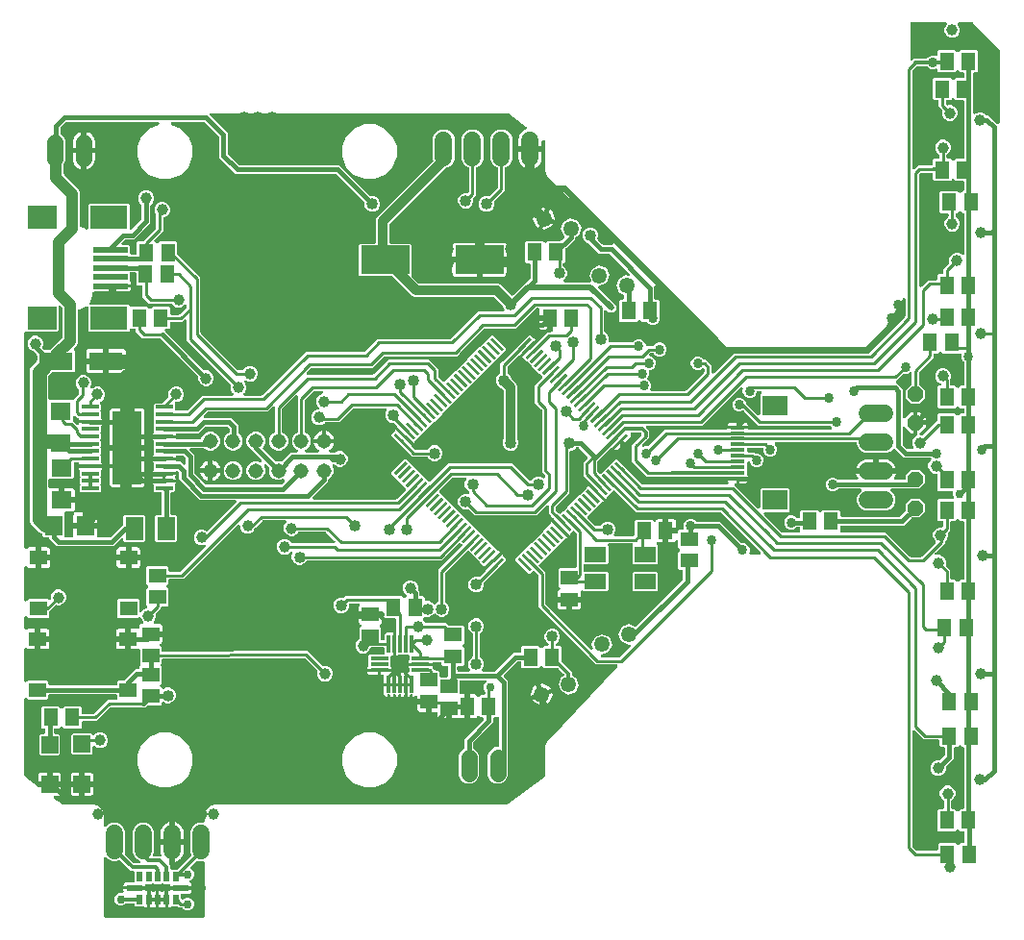
<source format=gbr>
G04 EAGLE Gerber RS-274X export*
G75*
%MOMM*%
%FSLAX34Y34*%
%LPD*%
%INTop Copper*%
%IPPOS*%
%AMOC8*
5,1,8,0,0,1.08239X$1,22.5*%
G01*
%ADD10R,1.600000X1.800000*%
%ADD11R,1.300000X1.600000*%
%ADD12R,1.600000X1.300000*%
%ADD13C,1.422400*%
%ADD14R,1.500000X1.500000*%
%ADD15R,1.300000X1.500000*%
%ADD16R,1.500000X1.300000*%
%ADD17R,1.550000X1.300000*%
%ADD18R,1.500000X0.300000*%
%ADD19R,2.540000X6.451600*%
%ADD20R,1.800000X1.600000*%
%ADD21R,1.600000X2.000000*%
%ADD22R,1.900000X1.400000*%
%ADD23R,3.000000X1.600000*%
%ADD24R,2.500000X2.000000*%
%ADD25R,3.300000X2.000000*%
%ADD26R,3.100000X0.500000*%
%ADD27C,1.308000*%
%ADD28C,1.524000*%
%ADD29P,1.429621X8X112.500000*%
%ADD30R,0.300000X1.600000*%
%ADD31R,1.600000X0.300000*%
%ADD32P,1.429621X8X42.500000*%
%ADD33P,1.429621X8X362.500000*%
%ADD34P,1.429621X8X182.500000*%
%ADD35P,1.429621X8X222.500000*%
%ADD36R,0.500000X0.900000*%
%ADD37R,1.400000X0.500000*%
%ADD38R,0.254000X1.473200*%
%ADD39R,1.300000X0.300000*%
%ADD40R,2.200000X1.800000*%
%ADD41R,4.300000X2.500000*%
%ADD42C,0.304800*%
%ADD43C,0.406400*%
%ADD44C,1.006400*%
%ADD45C,0.254000*%
%ADD46C,1.270000*%
%ADD47C,1.016000*%
%ADD48C,0.756400*%
%ADD49C,0.812800*%
%ADD50C,1.016000*%
%ADD51C,0.609600*%
%ADD52C,0.856400*%
%ADD53C,0.508000*%

G36*
X145196Y63027D02*
X145196Y63027D01*
X145295Y63030D01*
X145354Y63047D01*
X145414Y63055D01*
X145506Y63091D01*
X145601Y63119D01*
X145653Y63149D01*
X145709Y63172D01*
X145789Y63230D01*
X145875Y63280D01*
X145950Y63346D01*
X145967Y63358D01*
X145975Y63368D01*
X145996Y63386D01*
X157224Y74615D01*
X157242Y74638D01*
X157265Y74658D01*
X157339Y74763D01*
X157419Y74866D01*
X157431Y74893D01*
X157448Y74918D01*
X157494Y75039D01*
X157546Y75158D01*
X157550Y75187D01*
X157561Y75215D01*
X157575Y75344D01*
X157595Y75472D01*
X157593Y75502D01*
X157596Y75531D01*
X157578Y75659D01*
X157566Y75789D01*
X157556Y75817D01*
X157551Y75846D01*
X157499Y75998D01*
X156717Y77886D01*
X156717Y96866D01*
X158148Y100320D01*
X160792Y102964D01*
X164246Y104395D01*
X168070Y104395D01*
X168188Y104410D01*
X168307Y104417D01*
X168345Y104430D01*
X168386Y104435D01*
X168496Y104478D01*
X168609Y104515D01*
X168644Y104537D01*
X168681Y104552D01*
X168777Y104621D01*
X168878Y104685D01*
X168906Y104715D01*
X168939Y104738D01*
X169015Y104830D01*
X169096Y104917D01*
X169116Y104952D01*
X169141Y104983D01*
X169192Y105091D01*
X169250Y105195D01*
X169260Y105235D01*
X169277Y105271D01*
X169299Y105388D01*
X169329Y105503D01*
X169333Y105563D01*
X169337Y105583D01*
X169335Y105604D01*
X169336Y105618D01*
X169337Y105620D01*
X169337Y105622D01*
X169339Y105664D01*
X169339Y112121D01*
X170962Y116039D01*
X173961Y119038D01*
X177879Y120661D01*
X436023Y120661D01*
X436032Y120662D01*
X436041Y120661D01*
X436190Y120682D01*
X436339Y120701D01*
X436347Y120704D01*
X436356Y120705D01*
X436495Y120762D01*
X436635Y120818D01*
X436642Y120823D01*
X436650Y120826D01*
X436785Y120915D01*
X468832Y144950D01*
X468853Y144970D01*
X468878Y144986D01*
X468967Y145081D01*
X469060Y145171D01*
X469076Y145196D01*
X469096Y145218D01*
X469159Y145331D01*
X469226Y145442D01*
X469235Y145470D01*
X469250Y145496D01*
X469282Y145622D01*
X469320Y145746D01*
X469322Y145775D01*
X469329Y145804D01*
X469339Y145965D01*
X469339Y169808D01*
X469338Y169820D01*
X469339Y169849D01*
X469276Y171801D01*
X469292Y171871D01*
X469329Y172013D01*
X469330Y172028D01*
X469332Y172035D01*
X469331Y172051D01*
X469335Y172111D01*
X470077Y173902D01*
X470080Y173914D01*
X470092Y173940D01*
X470781Y175768D01*
X470823Y175826D01*
X470912Y175943D01*
X470918Y175957D01*
X470923Y175963D01*
X470928Y175977D01*
X470955Y176031D01*
X472326Y177402D01*
X472333Y177412D01*
X472354Y177432D01*
X532608Y241702D01*
X532677Y241798D01*
X532753Y241889D01*
X532770Y241926D01*
X532794Y241959D01*
X532838Y242070D01*
X532889Y242177D01*
X532896Y242217D01*
X532911Y242255D01*
X532926Y242373D01*
X532948Y242490D01*
X532946Y242530D01*
X532951Y242571D01*
X532936Y242689D01*
X532929Y242807D01*
X532916Y242846D01*
X532911Y242886D01*
X532867Y242997D01*
X532831Y243109D01*
X532809Y243144D01*
X532794Y243182D01*
X532724Y243278D01*
X532660Y243378D01*
X532631Y243406D01*
X532607Y243439D01*
X532515Y243515D01*
X532429Y243596D01*
X532393Y243616D01*
X532362Y243642D01*
X532254Y243692D01*
X532150Y243750D01*
X532111Y243760D01*
X532074Y243777D01*
X531957Y243799D01*
X531842Y243829D01*
X531782Y243833D01*
X531761Y243837D01*
X531741Y243835D01*
X531682Y243839D01*
X513849Y243839D01*
X463295Y294393D01*
X463295Y321583D01*
X463283Y321681D01*
X463280Y321780D01*
X463263Y321838D01*
X463255Y321898D01*
X463219Y321990D01*
X463191Y322085D01*
X463161Y322138D01*
X463138Y322194D01*
X463080Y322274D01*
X463030Y322359D01*
X462964Y322435D01*
X462952Y322451D01*
X462942Y322459D01*
X462924Y322480D01*
X459746Y325658D01*
X459651Y325731D01*
X459562Y325810D01*
X459526Y325828D01*
X459494Y325853D01*
X459385Y325900D01*
X459279Y325955D01*
X459240Y325963D01*
X459203Y325979D01*
X459085Y325998D01*
X458969Y326024D01*
X458928Y326023D01*
X458888Y326029D01*
X458770Y326018D01*
X458651Y326015D01*
X458612Y326003D01*
X458572Y325999D01*
X458460Y325959D01*
X458345Y325926D01*
X458311Y325906D01*
X458273Y325892D01*
X458174Y325825D01*
X458071Y325765D01*
X458026Y325725D01*
X458009Y325713D01*
X457996Y325698D01*
X457951Y325658D01*
X456172Y323880D01*
X454699Y323880D01*
X443240Y335339D01*
X443240Y336812D01*
X449777Y343349D01*
X449783Y343354D01*
X449811Y343383D01*
X449844Y343407D01*
X449890Y343463D01*
X453369Y346941D01*
X453375Y346946D01*
X453403Y346975D01*
X453436Y346999D01*
X453482Y347055D01*
X456961Y350533D01*
X456968Y350538D01*
X456995Y350567D01*
X457028Y350591D01*
X457075Y350647D01*
X463965Y357538D01*
X463972Y357542D01*
X464000Y357572D01*
X464033Y357596D01*
X464079Y357652D01*
X467558Y361130D01*
X467564Y361134D01*
X467592Y361164D01*
X467625Y361188D01*
X467671Y361244D01*
X473896Y367469D01*
X473957Y367547D01*
X473958Y367548D01*
X474017Y367609D01*
X474019Y367613D01*
X474025Y367619D01*
X474054Y367672D01*
X474091Y367720D01*
X474130Y367810D01*
X474173Y367886D01*
X474175Y367892D01*
X474178Y367898D01*
X474182Y367913D01*
X474209Y367993D01*
X474217Y368012D01*
X474219Y368022D01*
X474225Y368039D01*
X474441Y368847D01*
X474776Y369426D01*
X475013Y369663D01*
X482017Y362658D01*
X482018Y362658D01*
X482018Y362657D01*
X489023Y355653D01*
X488786Y355416D01*
X488207Y355081D01*
X487412Y354868D01*
X487411Y354868D01*
X487409Y354867D01*
X487399Y354865D01*
X487316Y354831D01*
X487224Y354804D01*
X487171Y354773D01*
X487115Y354751D01*
X487108Y354746D01*
X487104Y354745D01*
X487035Y354693D01*
X486950Y354643D01*
X486874Y354576D01*
X486858Y354564D01*
X486852Y354557D01*
X486849Y354555D01*
X486847Y354552D01*
X486829Y354536D01*
X480672Y348379D01*
X480665Y348375D01*
X480637Y348345D01*
X480605Y348322D01*
X480558Y348266D01*
X477080Y344787D01*
X477073Y344783D01*
X477045Y344753D01*
X477012Y344730D01*
X476966Y344673D01*
X470075Y337782D01*
X470068Y337778D01*
X470041Y337749D01*
X470008Y337725D01*
X469961Y337669D01*
X466483Y334190D01*
X466476Y334186D01*
X466448Y334157D01*
X466416Y334133D01*
X466369Y334077D01*
X464057Y331765D01*
X463984Y331671D01*
X463905Y331581D01*
X463887Y331545D01*
X463862Y331513D01*
X463815Y331404D01*
X463761Y331298D01*
X463752Y331259D01*
X463736Y331222D01*
X463717Y331104D01*
X463691Y330988D01*
X463692Y330947D01*
X463686Y330907D01*
X463697Y330789D01*
X463701Y330670D01*
X463712Y330631D01*
X463716Y330591D01*
X463756Y330479D01*
X463789Y330364D01*
X463810Y330330D01*
X463823Y330292D01*
X463890Y330193D01*
X463951Y330091D01*
X463991Y330045D01*
X464002Y330028D01*
X464017Y330015D01*
X464057Y329970D01*
X467235Y326792D01*
X469393Y324634D01*
X469393Y297445D01*
X469405Y297346D01*
X469408Y297247D01*
X469425Y297189D01*
X469433Y297129D01*
X469469Y297037D01*
X469497Y296942D01*
X469527Y296890D01*
X469550Y296833D01*
X469608Y296753D01*
X469658Y296668D01*
X469724Y296593D01*
X469736Y296576D01*
X469746Y296568D01*
X469764Y296547D01*
X509034Y257278D01*
X509067Y257252D01*
X509095Y257221D01*
X509192Y257155D01*
X509285Y257083D01*
X509324Y257066D01*
X509359Y257043D01*
X509469Y257003D01*
X509577Y256957D01*
X509618Y256950D01*
X509658Y256936D01*
X509775Y256925D01*
X509891Y256907D01*
X509933Y256911D01*
X509975Y256907D01*
X510091Y256926D01*
X510208Y256937D01*
X510247Y256951D01*
X510289Y256958D01*
X510396Y257004D01*
X510507Y257044D01*
X510542Y257068D01*
X510580Y257085D01*
X510673Y257157D01*
X510770Y257223D01*
X510798Y257254D01*
X510831Y257280D01*
X510903Y257373D01*
X510980Y257461D01*
X511000Y257499D01*
X511025Y257532D01*
X511072Y257640D01*
X511125Y257744D01*
X511134Y257786D01*
X511151Y257824D01*
X511169Y257940D01*
X511195Y258055D01*
X511193Y258097D01*
X511200Y258138D01*
X511189Y258255D01*
X511185Y258373D01*
X511173Y258413D01*
X511169Y258455D01*
X511124Y258610D01*
X509993Y261716D01*
X512928Y268010D01*
X519454Y270385D01*
X525747Y267450D01*
X528123Y260925D01*
X525188Y254631D01*
X519055Y252399D01*
X518969Y252354D01*
X518878Y252318D01*
X518828Y252282D01*
X518772Y252253D01*
X518700Y252189D01*
X518621Y252132D01*
X518581Y252084D01*
X518534Y252042D01*
X518480Y251962D01*
X518418Y251887D01*
X518391Y251830D01*
X518357Y251779D01*
X518324Y251687D01*
X518282Y251599D01*
X518271Y251538D01*
X518250Y251479D01*
X518241Y251382D01*
X518223Y251286D01*
X518226Y251224D01*
X518221Y251162D01*
X518236Y251066D01*
X518242Y250969D01*
X518262Y250910D01*
X518271Y250848D01*
X518310Y250759D01*
X518340Y250667D01*
X518374Y250614D01*
X518399Y250557D01*
X518458Y250480D01*
X518511Y250398D01*
X518556Y250355D01*
X518594Y250306D01*
X518671Y250247D01*
X518742Y250180D01*
X518797Y250150D01*
X518846Y250112D01*
X518935Y250073D01*
X519021Y250026D01*
X519081Y250011D01*
X519138Y249986D01*
X519234Y249971D01*
X519329Y249947D01*
X519433Y249940D01*
X519452Y249937D01*
X519464Y249938D01*
X519489Y249937D01*
X534659Y249937D01*
X534758Y249949D01*
X534857Y249952D01*
X534915Y249969D01*
X534975Y249977D01*
X535067Y250013D01*
X535162Y250041D01*
X535214Y250071D01*
X535271Y250094D01*
X535351Y250152D01*
X535436Y250202D01*
X535511Y250268D01*
X535528Y250280D01*
X535536Y250290D01*
X535557Y250308D01*
X544238Y258990D01*
X544264Y259023D01*
X544295Y259051D01*
X544361Y259148D01*
X544433Y259241D01*
X544450Y259280D01*
X544473Y259314D01*
X544513Y259425D01*
X544559Y259533D01*
X544566Y259574D01*
X544580Y259614D01*
X544591Y259731D01*
X544609Y259847D01*
X544605Y259889D01*
X544609Y259931D01*
X544590Y260046D01*
X544579Y260163D01*
X544565Y260203D01*
X544558Y260245D01*
X544511Y260352D01*
X544472Y260463D01*
X544448Y260498D01*
X544431Y260536D01*
X544359Y260629D01*
X544293Y260726D01*
X544262Y260754D01*
X544236Y260787D01*
X544143Y260859D01*
X544055Y260936D01*
X544017Y260956D01*
X543984Y260981D01*
X543876Y261027D01*
X543772Y261081D01*
X543730Y261090D01*
X543692Y261107D01*
X543576Y261125D01*
X543461Y261151D01*
X543419Y261149D01*
X543377Y261156D01*
X543261Y261144D01*
X543143Y261141D01*
X543103Y261129D01*
X543061Y261125D01*
X542906Y261080D01*
X542530Y260943D01*
X536237Y263878D01*
X533861Y270403D01*
X536796Y276697D01*
X543322Y279072D01*
X547788Y276990D01*
X547842Y276972D01*
X547893Y276946D01*
X547993Y276924D01*
X548090Y276893D01*
X548148Y276889D01*
X548203Y276877D01*
X548306Y276880D01*
X548408Y276874D01*
X548464Y276885D01*
X548521Y276886D01*
X548620Y276915D01*
X548720Y276934D01*
X548772Y276959D01*
X548827Y276975D01*
X548915Y277027D01*
X549007Y277071D01*
X549051Y277107D01*
X549101Y277136D01*
X549222Y277243D01*
X590178Y318199D01*
X590238Y318277D01*
X590306Y318349D01*
X590335Y318402D01*
X590372Y318450D01*
X590412Y318541D01*
X590460Y318628D01*
X590475Y318686D01*
X590499Y318742D01*
X590514Y318840D01*
X590539Y318936D01*
X590545Y319036D01*
X590549Y319056D01*
X590547Y319068D01*
X590549Y319096D01*
X590549Y325744D01*
X590534Y325862D01*
X590527Y325981D01*
X590514Y326019D01*
X590509Y326060D01*
X590466Y326170D01*
X590429Y326283D01*
X590407Y326318D01*
X590392Y326355D01*
X590323Y326451D01*
X590259Y326552D01*
X590229Y326580D01*
X590206Y326613D01*
X590114Y326689D01*
X590027Y326770D01*
X589992Y326790D01*
X589961Y326815D01*
X589853Y326866D01*
X589749Y326924D01*
X589709Y326934D01*
X589673Y326951D01*
X589556Y326973D01*
X589441Y327003D01*
X589381Y327007D01*
X589361Y327011D01*
X589340Y327009D01*
X589280Y327013D01*
X587423Y327013D01*
X586381Y328055D01*
X586381Y342529D01*
X587747Y343894D01*
X587820Y343989D01*
X587899Y344078D01*
X587917Y344114D01*
X587942Y344146D01*
X587989Y344255D01*
X588043Y344361D01*
X588052Y344400D01*
X588068Y344438D01*
X588087Y344555D01*
X588113Y344671D01*
X588112Y344712D01*
X588118Y344752D01*
X588107Y344870D01*
X588103Y344989D01*
X588092Y345028D01*
X588088Y345068D01*
X588048Y345181D01*
X588015Y345295D01*
X587994Y345329D01*
X587981Y345368D01*
X587914Y345466D01*
X587853Y345569D01*
X587814Y345614D01*
X587802Y345631D01*
X587787Y345644D01*
X587747Y345689D01*
X586381Y347055D01*
X586381Y351927D01*
X586363Y352072D01*
X586348Y352217D01*
X586343Y352229D01*
X586341Y352243D01*
X586288Y352378D01*
X586237Y352515D01*
X586229Y352526D01*
X586224Y352538D01*
X586139Y352656D01*
X586056Y352776D01*
X586045Y352785D01*
X586038Y352796D01*
X585925Y352889D01*
X585815Y352984D01*
X585803Y352990D01*
X585793Y352999D01*
X585661Y353060D01*
X585530Y353126D01*
X585517Y353128D01*
X585505Y353134D01*
X585363Y353161D01*
X585219Y353192D01*
X585206Y353191D01*
X585193Y353194D01*
X585047Y353185D01*
X584901Y353179D01*
X584889Y353175D01*
X584875Y353174D01*
X584736Y353129D01*
X584597Y353087D01*
X584585Y353080D01*
X584573Y353076D01*
X584450Y352998D01*
X584325Y352923D01*
X584315Y352913D01*
X584304Y352906D01*
X584204Y352800D01*
X584102Y352696D01*
X584092Y352681D01*
X584086Y352674D01*
X584078Y352659D01*
X584013Y352562D01*
X583977Y352500D01*
X583504Y352027D01*
X582925Y351692D01*
X582278Y351519D01*
X577983Y351519D01*
X577983Y359021D01*
X585112Y359021D01*
X585230Y359036D01*
X585349Y359043D01*
X585387Y359056D01*
X585428Y359061D01*
X585538Y359104D01*
X585651Y359141D01*
X585686Y359163D01*
X585723Y359178D01*
X585819Y359248D01*
X585920Y359311D01*
X585948Y359341D01*
X585981Y359365D01*
X586057Y359456D01*
X586138Y359543D01*
X586158Y359578D01*
X586183Y359609D01*
X586234Y359717D01*
X586292Y359821D01*
X586302Y359861D01*
X586319Y359897D01*
X586341Y360014D01*
X586371Y360129D01*
X586375Y360190D01*
X586379Y360210D01*
X586377Y360230D01*
X586381Y360290D01*
X586381Y361529D01*
X587423Y362571D01*
X590269Y362571D01*
X590319Y362577D01*
X590368Y362575D01*
X590476Y362597D01*
X590585Y362611D01*
X590631Y362629D01*
X590680Y362639D01*
X590779Y362687D01*
X590881Y362728D01*
X590921Y362757D01*
X590965Y362779D01*
X591049Y362850D01*
X591138Y362914D01*
X591170Y362953D01*
X591207Y362985D01*
X591271Y363075D01*
X591341Y363159D01*
X591362Y363204D01*
X591391Y363245D01*
X591430Y363348D01*
X591476Y363447D01*
X591486Y363496D01*
X591503Y363542D01*
X591515Y363652D01*
X591536Y363759D01*
X591533Y363809D01*
X591539Y363858D01*
X591523Y363967D01*
X591516Y364077D01*
X591501Y364124D01*
X591494Y364173D01*
X591442Y364326D01*
X591347Y364554D01*
X591347Y366966D01*
X592270Y369193D01*
X593975Y370898D01*
X596202Y371821D01*
X598614Y371821D01*
X600841Y370898D01*
X601797Y369943D01*
X601875Y369882D01*
X601947Y369814D01*
X602000Y369785D01*
X602048Y369748D01*
X602139Y369708D01*
X602226Y369660D01*
X602284Y369645D01*
X602340Y369621D01*
X602438Y369606D01*
X602533Y369581D01*
X602634Y369575D01*
X602654Y369571D01*
X602666Y369573D01*
X602694Y369571D01*
X623370Y369571D01*
X642085Y350856D01*
X642163Y350796D01*
X642235Y350728D01*
X642288Y350699D01*
X642336Y350662D01*
X642427Y350622D01*
X642514Y350574D01*
X642572Y350559D01*
X642628Y350535D01*
X642726Y350520D01*
X642822Y350495D01*
X642922Y350489D01*
X642942Y350485D01*
X642954Y350487D01*
X642982Y350485D01*
X644334Y350485D01*
X646561Y349562D01*
X648266Y347857D01*
X649189Y345630D01*
X649189Y343218D01*
X648856Y342416D01*
X648843Y342368D01*
X648822Y342323D01*
X648801Y342215D01*
X648772Y342109D01*
X648772Y342059D01*
X648762Y342010D01*
X648769Y341901D01*
X648767Y341791D01*
X648779Y341743D01*
X648782Y341693D01*
X648816Y341589D01*
X648841Y341482D01*
X648865Y341438D01*
X648880Y341391D01*
X648939Y341298D01*
X648990Y341201D01*
X649024Y341164D01*
X649050Y341122D01*
X649130Y341047D01*
X649204Y340965D01*
X649246Y340938D01*
X649282Y340904D01*
X649378Y340851D01*
X649470Y340791D01*
X649517Y340774D01*
X649560Y340750D01*
X649667Y340723D01*
X649771Y340687D01*
X649820Y340683D01*
X649868Y340671D01*
X650029Y340661D01*
X657803Y340661D01*
X657941Y340678D01*
X658080Y340691D01*
X658099Y340698D01*
X658119Y340701D01*
X658248Y340752D01*
X658379Y340799D01*
X658396Y340810D01*
X658415Y340818D01*
X658527Y340899D01*
X658642Y340977D01*
X658656Y340993D01*
X658672Y341004D01*
X658761Y341112D01*
X658853Y341216D01*
X658862Y341234D01*
X658875Y341249D01*
X658934Y341375D01*
X658997Y341499D01*
X659002Y341519D01*
X659010Y341537D01*
X659036Y341673D01*
X659067Y341809D01*
X659066Y341830D01*
X659070Y341849D01*
X659062Y341988D01*
X659057Y342127D01*
X659052Y342147D01*
X659050Y342167D01*
X659008Y342299D01*
X658969Y342433D01*
X658959Y342450D01*
X658952Y342469D01*
X658878Y342587D01*
X658807Y342707D01*
X658789Y342728D01*
X658782Y342738D01*
X658767Y342752D01*
X658701Y342827D01*
X623949Y377580D01*
X623871Y377640D01*
X623799Y377708D01*
X623746Y377737D01*
X623698Y377774D01*
X623607Y377814D01*
X623520Y377862D01*
X623461Y377877D01*
X623406Y377901D01*
X623308Y377916D01*
X623212Y377941D01*
X623112Y377947D01*
X623092Y377951D01*
X623079Y377949D01*
X623051Y377951D01*
X548981Y377951D01*
X546824Y380109D01*
X530510Y396423D01*
X530416Y396496D01*
X530327Y396574D01*
X530291Y396593D01*
X530259Y396618D01*
X530149Y396665D01*
X530043Y396719D01*
X530004Y396728D01*
X529967Y396744D01*
X529849Y396763D01*
X529733Y396789D01*
X529693Y396787D01*
X529653Y396794D01*
X529534Y396783D01*
X529415Y396779D01*
X529376Y396768D01*
X529336Y396764D01*
X529224Y396724D01*
X529110Y396691D01*
X529075Y396670D01*
X529037Y396656D01*
X528938Y396589D01*
X528836Y396529D01*
X528791Y396489D01*
X528774Y396478D01*
X528760Y396462D01*
X528715Y396423D01*
X526385Y394093D01*
X523724Y391432D01*
X523664Y391354D01*
X523661Y391351D01*
X523604Y391291D01*
X523602Y391288D01*
X523596Y391282D01*
X523567Y391229D01*
X523529Y391181D01*
X523491Y391091D01*
X523447Y391014D01*
X523445Y391009D01*
X523442Y391003D01*
X523438Y390988D01*
X523412Y390908D01*
X523403Y390889D01*
X523401Y390878D01*
X523396Y390862D01*
X523179Y390054D01*
X522845Y389475D01*
X522608Y389238D01*
X515603Y396243D01*
X508520Y403326D01*
X508535Y403356D01*
X508544Y403395D01*
X508560Y403432D01*
X508579Y403550D01*
X508605Y403666D01*
X508604Y403707D01*
X508610Y403747D01*
X508599Y403865D01*
X508595Y403984D01*
X508584Y404023D01*
X508580Y404063D01*
X508540Y404175D01*
X508507Y404290D01*
X508486Y404324D01*
X508473Y404362D01*
X508406Y404461D01*
X508345Y404563D01*
X508306Y404609D01*
X508294Y404626D01*
X508279Y404639D01*
X508239Y404684D01*
X502919Y410004D01*
X502919Y421887D01*
X506458Y425425D01*
X506531Y425520D01*
X506610Y425609D01*
X506628Y425645D01*
X506653Y425677D01*
X506700Y425786D01*
X506754Y425892D01*
X506763Y425931D01*
X506779Y425968D01*
X506798Y426086D01*
X506824Y426202D01*
X506823Y426243D01*
X506829Y426283D01*
X506818Y426401D01*
X506814Y426520D01*
X506803Y426559D01*
X506799Y426599D01*
X506759Y426711D01*
X506726Y426826D01*
X506705Y426860D01*
X506692Y426898D01*
X506625Y426997D01*
X506564Y427100D01*
X506524Y427145D01*
X506513Y427162D01*
X506498Y427175D01*
X506458Y427220D01*
X498949Y434730D01*
X498870Y434790D01*
X498798Y434858D01*
X498745Y434887D01*
X498697Y434924D01*
X498606Y434964D01*
X498520Y435012D01*
X498461Y435027D01*
X498406Y435051D01*
X498308Y435066D01*
X498212Y435091D01*
X498112Y435097D01*
X498091Y435101D01*
X498079Y435099D01*
X498051Y435101D01*
X497143Y435101D01*
X497045Y435089D01*
X496946Y435086D01*
X496887Y435069D01*
X496827Y435061D01*
X496735Y435025D01*
X496640Y434997D01*
X496588Y434967D01*
X496532Y434944D01*
X496451Y434886D01*
X496366Y434836D01*
X496291Y434770D01*
X496274Y434758D01*
X496266Y434748D01*
X496245Y434730D01*
X494613Y433097D01*
X492092Y432053D01*
X491998Y432053D01*
X491880Y432038D01*
X491761Y432031D01*
X491723Y432018D01*
X491682Y432013D01*
X491572Y431970D01*
X491459Y431933D01*
X491424Y431911D01*
X491387Y431896D01*
X491291Y431827D01*
X491190Y431763D01*
X491162Y431733D01*
X491129Y431710D01*
X491053Y431618D01*
X490972Y431531D01*
X490952Y431496D01*
X490927Y431465D01*
X490876Y431357D01*
X490818Y431253D01*
X490808Y431213D01*
X490791Y431177D01*
X490769Y431060D01*
X490739Y430945D01*
X490735Y430885D01*
X490731Y430865D01*
X490733Y430844D01*
X490729Y430784D01*
X490729Y394977D01*
X478908Y383157D01*
X478848Y383079D01*
X478780Y383007D01*
X478751Y382954D01*
X478714Y382906D01*
X478674Y382815D01*
X478626Y382728D01*
X478611Y382669D01*
X478587Y382614D01*
X478572Y382516D01*
X478547Y382420D01*
X478541Y382320D01*
X478537Y382300D01*
X478539Y382287D01*
X478537Y382259D01*
X478537Y379741D01*
X478549Y379642D01*
X478552Y379543D01*
X478569Y379485D01*
X478577Y379425D01*
X478613Y379333D01*
X478641Y379238D01*
X478671Y379186D01*
X478694Y379129D01*
X478752Y379049D01*
X478802Y378964D01*
X478868Y378889D01*
X478880Y378872D01*
X478890Y378864D01*
X478908Y378843D01*
X479427Y378324D01*
X479505Y378264D01*
X479577Y378196D01*
X479630Y378167D01*
X479678Y378130D01*
X479769Y378090D01*
X479856Y378042D01*
X479915Y378027D01*
X479958Y378009D01*
X481299Y376667D01*
X481394Y376594D01*
X481483Y376515D01*
X481519Y376497D01*
X481551Y376472D01*
X481660Y376425D01*
X481766Y376371D01*
X481805Y376362D01*
X481842Y376346D01*
X481960Y376327D01*
X482076Y376301D01*
X482117Y376302D01*
X482157Y376296D01*
X482275Y376307D01*
X482394Y376311D01*
X482433Y376322D01*
X482473Y376326D01*
X482585Y376366D01*
X482700Y376399D01*
X482734Y376420D01*
X482772Y376433D01*
X482871Y376500D01*
X482974Y376561D01*
X483019Y376600D01*
X483036Y376612D01*
X483049Y376627D01*
X483094Y376667D01*
X485159Y378732D01*
X485166Y378736D01*
X485193Y378765D01*
X485226Y378789D01*
X485272Y378845D01*
X488751Y382324D01*
X488758Y382328D01*
X488785Y382357D01*
X488818Y382381D01*
X488865Y382437D01*
X495756Y389328D01*
X495762Y389332D01*
X495790Y389362D01*
X495823Y389386D01*
X495869Y389442D01*
X499348Y392920D01*
X499354Y392925D01*
X499382Y392954D01*
X499415Y392978D01*
X499461Y393034D01*
X505686Y399259D01*
X505747Y399337D01*
X505750Y399340D01*
X505807Y399400D01*
X505809Y399403D01*
X505815Y399409D01*
X505844Y399462D01*
X505859Y399482D01*
X505863Y399486D01*
X505863Y399487D01*
X505881Y399510D01*
X505920Y399600D01*
X505963Y399676D01*
X505965Y399682D01*
X505968Y399688D01*
X505972Y399703D01*
X505991Y399759D01*
X505998Y399774D01*
X506000Y399785D01*
X506008Y399802D01*
X506009Y399813D01*
X506015Y399829D01*
X506231Y400637D01*
X506566Y401216D01*
X506803Y401453D01*
X513807Y394448D01*
X513808Y394448D01*
X520813Y387443D01*
X520576Y387206D01*
X519997Y386871D01*
X519202Y386658D01*
X519201Y386658D01*
X519199Y386658D01*
X519189Y386655D01*
X519106Y386621D01*
X519014Y386594D01*
X518961Y386564D01*
X518905Y386541D01*
X518898Y386536D01*
X518894Y386535D01*
X518825Y386483D01*
X518740Y386433D01*
X518664Y386366D01*
X518648Y386354D01*
X518642Y386347D01*
X518639Y386345D01*
X518637Y386342D01*
X518619Y386326D01*
X512462Y380169D01*
X512455Y380165D01*
X512427Y380136D01*
X512395Y380112D01*
X512348Y380056D01*
X508870Y376577D01*
X508863Y376573D01*
X508835Y376543D01*
X508803Y376520D01*
X508756Y376464D01*
X506624Y374331D01*
X506551Y374237D01*
X506472Y374148D01*
X506453Y374112D01*
X506429Y374080D01*
X506381Y373970D01*
X506327Y373865D01*
X506318Y373825D01*
X506302Y373788D01*
X506284Y373670D01*
X506258Y373554D01*
X506259Y373514D01*
X506252Y373474D01*
X506264Y373355D01*
X506267Y373236D01*
X506278Y373198D01*
X506282Y373157D01*
X506323Y373045D01*
X506356Y372931D01*
X506376Y372896D01*
X506390Y372858D01*
X506457Y372759D01*
X506517Y372657D01*
X506557Y372612D01*
X506568Y372595D01*
X506584Y372581D01*
X506624Y372536D01*
X513027Y366132D01*
X513106Y366072D01*
X513178Y366004D01*
X513231Y365975D01*
X513279Y365938D01*
X513369Y365898D01*
X513456Y365850D01*
X513515Y365835D01*
X513570Y365811D01*
X513668Y365796D01*
X513764Y365771D01*
X513864Y365765D01*
X513884Y365761D01*
X513897Y365763D01*
X513925Y365761D01*
X517247Y365761D01*
X517276Y365764D01*
X517306Y365762D01*
X517434Y365784D01*
X517562Y365801D01*
X517590Y365811D01*
X517619Y365817D01*
X517737Y365870D01*
X517858Y365918D01*
X517882Y365935D01*
X517909Y365947D01*
X518010Y366028D01*
X518115Y366104D01*
X518134Y366127D01*
X518157Y366146D01*
X518236Y366249D01*
X518318Y366349D01*
X518331Y366376D01*
X518349Y366400D01*
X518420Y366544D01*
X518441Y366597D01*
X520371Y368527D01*
X522892Y369571D01*
X525620Y369571D01*
X528141Y368527D01*
X530071Y366597D01*
X531115Y364076D01*
X531115Y361348D01*
X530071Y358827D01*
X530027Y358784D01*
X529942Y358674D01*
X529853Y358567D01*
X529845Y358548D01*
X529832Y358532D01*
X529777Y358405D01*
X529718Y358279D01*
X529714Y358259D01*
X529706Y358240D01*
X529684Y358103D01*
X529658Y357966D01*
X529659Y357946D01*
X529656Y357926D01*
X529669Y357788D01*
X529678Y357649D01*
X529684Y357630D01*
X529686Y357610D01*
X529733Y357479D01*
X529776Y357347D01*
X529787Y357329D01*
X529793Y357310D01*
X529871Y357196D01*
X529946Y357078D01*
X529961Y357064D01*
X529972Y357047D01*
X530076Y356956D01*
X530178Y356860D01*
X530195Y356850D01*
X530210Y356837D01*
X530334Y356774D01*
X530456Y356706D01*
X530476Y356701D01*
X530494Y356692D01*
X530630Y356662D01*
X530764Y356627D01*
X530792Y356625D01*
X530804Y356622D01*
X530824Y356623D01*
X530925Y356617D01*
X546663Y356617D01*
X546762Y356629D01*
X546861Y356632D01*
X546919Y356649D01*
X546979Y356657D01*
X547071Y356693D01*
X547166Y356721D01*
X547218Y356751D01*
X547275Y356774D01*
X547355Y356832D01*
X547440Y356882D01*
X547515Y356948D01*
X547532Y356960D01*
X547540Y356970D01*
X547561Y356988D01*
X547793Y357221D01*
X547854Y357299D01*
X547922Y357371D01*
X547951Y357424D01*
X547988Y357472D01*
X548028Y357563D01*
X548076Y357650D01*
X548091Y357709D01*
X548115Y357764D01*
X548130Y357862D01*
X548155Y357958D01*
X548161Y358058D01*
X548165Y358078D01*
X548163Y358090D01*
X548165Y358119D01*
X548165Y369797D01*
X549207Y370839D01*
X563681Y370839D01*
X564639Y369880D01*
X564739Y369803D01*
X564833Y369721D01*
X564864Y369706D01*
X564890Y369686D01*
X565006Y369636D01*
X565118Y369580D01*
X565151Y369573D01*
X565182Y369559D01*
X565306Y369539D01*
X565429Y369513D01*
X565463Y369515D01*
X565496Y369509D01*
X565622Y369521D01*
X565747Y369526D01*
X565779Y369536D01*
X565813Y369539D01*
X565931Y369582D01*
X566052Y369618D01*
X566080Y369635D01*
X566112Y369647D01*
X566216Y369717D01*
X566324Y369782D01*
X566347Y369806D01*
X566375Y369825D01*
X566458Y369920D01*
X566547Y370009D01*
X566574Y370050D01*
X566586Y370064D01*
X566596Y370083D01*
X566636Y370143D01*
X566911Y370620D01*
X567384Y371093D01*
X567963Y371428D01*
X568610Y371601D01*
X572905Y371601D01*
X572905Y362830D01*
X572920Y362712D01*
X572927Y362593D01*
X572940Y362555D01*
X572945Y362515D01*
X572989Y362404D01*
X573025Y362291D01*
X573047Y362256D01*
X573062Y362219D01*
X573132Y362123D01*
X573195Y362022D01*
X573225Y361994D01*
X573249Y361962D01*
X573340Y361886D01*
X573427Y361804D01*
X573462Y361785D01*
X573493Y361759D01*
X573601Y361708D01*
X573705Y361651D01*
X573745Y361640D01*
X573781Y361623D01*
X573898Y361601D01*
X574013Y361571D01*
X574074Y361567D01*
X574094Y361563D01*
X574114Y361565D01*
X574174Y361561D01*
X575445Y361561D01*
X575445Y361559D01*
X574174Y361559D01*
X574056Y361544D01*
X573937Y361537D01*
X573899Y361524D01*
X573859Y361519D01*
X573748Y361475D01*
X573635Y361439D01*
X573600Y361417D01*
X573563Y361402D01*
X573467Y361332D01*
X573366Y361269D01*
X573338Y361239D01*
X573305Y361215D01*
X573230Y361124D01*
X573148Y361037D01*
X573128Y361002D01*
X573103Y360970D01*
X573052Y360863D01*
X572994Y360759D01*
X572984Y360719D01*
X572967Y360683D01*
X572945Y360566D01*
X572915Y360451D01*
X572911Y360390D01*
X572907Y360370D01*
X572909Y360350D01*
X572905Y360290D01*
X572905Y351519D01*
X568676Y351519D01*
X568539Y351502D01*
X568400Y351489D01*
X568381Y351482D01*
X568361Y351479D01*
X568232Y351428D01*
X568101Y351381D01*
X568084Y351370D01*
X568065Y351362D01*
X567953Y351281D01*
X567838Y351203D01*
X567824Y351187D01*
X567808Y351176D01*
X567719Y351068D01*
X567627Y350964D01*
X567618Y350946D01*
X567605Y350931D01*
X567546Y350805D01*
X567483Y350681D01*
X567478Y350661D01*
X567470Y350643D01*
X567443Y350506D01*
X567413Y350371D01*
X567414Y350350D01*
X567410Y350331D01*
X567418Y350192D01*
X567423Y350053D01*
X567428Y350033D01*
X567430Y350013D01*
X567472Y349881D01*
X567511Y349747D01*
X567521Y349730D01*
X567528Y349711D01*
X567602Y349593D01*
X567673Y349473D01*
X567691Y349452D01*
X567698Y349442D01*
X567713Y349428D01*
X567779Y349353D01*
X568719Y348413D01*
X568719Y332939D01*
X567677Y331897D01*
X547203Y331897D01*
X546161Y332939D01*
X546161Y348430D01*
X546186Y348462D01*
X546275Y348569D01*
X546284Y348588D01*
X546296Y348604D01*
X546351Y348732D01*
X546410Y348857D01*
X546414Y348877D01*
X546422Y348896D01*
X546444Y349033D01*
X546470Y349170D01*
X546469Y349190D01*
X546472Y349210D01*
X546459Y349347D01*
X546450Y349487D01*
X546444Y349506D01*
X546442Y349526D01*
X546395Y349657D01*
X546352Y349789D01*
X546342Y349807D01*
X546335Y349826D01*
X546257Y349941D01*
X546182Y350058D01*
X546168Y350072D01*
X546156Y350089D01*
X546052Y350181D01*
X545951Y350276D01*
X545933Y350286D01*
X545918Y350299D01*
X545794Y350362D01*
X545672Y350430D01*
X545653Y350435D01*
X545635Y350444D01*
X545499Y350474D01*
X545364Y350509D01*
X545336Y350511D01*
X545324Y350514D01*
X545304Y350513D01*
X545204Y350519D01*
X525676Y350519D01*
X525539Y350502D01*
X525400Y350489D01*
X525381Y350482D01*
X525361Y350479D01*
X525232Y350428D01*
X525101Y350381D01*
X525084Y350370D01*
X525065Y350362D01*
X524953Y350281D01*
X524838Y350203D01*
X524824Y350187D01*
X524808Y350176D01*
X524719Y350068D01*
X524627Y349964D01*
X524618Y349946D01*
X524605Y349931D01*
X524546Y349805D01*
X524483Y349681D01*
X524478Y349661D01*
X524470Y349643D01*
X524443Y349507D01*
X524413Y349371D01*
X524414Y349350D01*
X524410Y349331D01*
X524418Y349192D01*
X524423Y349053D01*
X524428Y349033D01*
X524430Y349013D01*
X524472Y348881D01*
X524511Y348747D01*
X524521Y348730D01*
X524528Y348711D01*
X524602Y348593D01*
X524673Y348473D01*
X524691Y348452D01*
X524698Y348442D01*
X524713Y348428D01*
X524719Y348421D01*
X524719Y332939D01*
X523677Y331897D01*
X504190Y331897D01*
X504072Y331882D01*
X503953Y331875D01*
X503915Y331862D01*
X503874Y331857D01*
X503764Y331814D01*
X503651Y331777D01*
X503616Y331755D01*
X503579Y331740D01*
X503483Y331671D01*
X503382Y331607D01*
X503354Y331577D01*
X503321Y331554D01*
X503245Y331462D01*
X503164Y331375D01*
X503144Y331340D01*
X503119Y331309D01*
X503068Y331201D01*
X503010Y331097D01*
X503000Y331057D01*
X502983Y331021D01*
X502961Y330904D01*
X502931Y330789D01*
X502927Y330729D01*
X502923Y330709D01*
X502925Y330688D01*
X502921Y330628D01*
X502921Y326724D01*
X502936Y326606D01*
X502943Y326487D01*
X502956Y326449D01*
X502961Y326408D01*
X503004Y326298D01*
X503041Y326185D01*
X503063Y326150D01*
X503078Y326113D01*
X503147Y326017D01*
X503211Y325916D01*
X503241Y325888D01*
X503264Y325855D01*
X503356Y325779D01*
X503443Y325698D01*
X503478Y325678D01*
X503509Y325653D01*
X503617Y325602D01*
X503721Y325544D01*
X503761Y325534D01*
X503797Y325517D01*
X503914Y325495D01*
X504029Y325465D01*
X504089Y325461D01*
X504109Y325457D01*
X504130Y325459D01*
X504190Y325455D01*
X523677Y325455D01*
X524719Y324413D01*
X524719Y308939D01*
X523677Y307897D01*
X503203Y307897D01*
X502603Y308497D01*
X502494Y308582D01*
X502387Y308671D01*
X502368Y308680D01*
X502352Y308692D01*
X502225Y308747D01*
X502099Y308806D01*
X502079Y308810D01*
X502060Y308818D01*
X501922Y308840D01*
X501786Y308866D01*
X501766Y308865D01*
X501746Y308868D01*
X501607Y308855D01*
X501469Y308846D01*
X501450Y308840D01*
X501430Y308838D01*
X501298Y308791D01*
X501167Y308748D01*
X501149Y308738D01*
X501130Y308731D01*
X501015Y308653D01*
X500898Y308578D01*
X500884Y308564D01*
X500867Y308552D01*
X500775Y308448D01*
X500680Y308347D01*
X500670Y308329D01*
X500657Y308314D01*
X500594Y308190D01*
X500526Y308068D01*
X500521Y308049D01*
X500512Y308031D01*
X500482Y307895D01*
X500447Y307760D01*
X500445Y307732D01*
X500442Y307720D01*
X500443Y307700D01*
X500437Y307600D01*
X500437Y303439D01*
X491666Y303439D01*
X491548Y303424D01*
X491429Y303417D01*
X491391Y303404D01*
X491351Y303399D01*
X491240Y303355D01*
X491127Y303319D01*
X491092Y303297D01*
X491055Y303282D01*
X490959Y303212D01*
X490858Y303149D01*
X490830Y303119D01*
X490798Y303095D01*
X490722Y303004D01*
X490640Y302917D01*
X490621Y302882D01*
X490595Y302850D01*
X490544Y302743D01*
X490487Y302639D01*
X490476Y302599D01*
X490459Y302563D01*
X490437Y302446D01*
X490407Y302331D01*
X490403Y302270D01*
X490399Y302250D01*
X490401Y302230D01*
X490397Y302170D01*
X490397Y300899D01*
X490395Y300899D01*
X490395Y302170D01*
X490380Y302288D01*
X490373Y302407D01*
X490360Y302445D01*
X490355Y302485D01*
X490311Y302596D01*
X490275Y302709D01*
X490253Y302744D01*
X490238Y302781D01*
X490168Y302877D01*
X490105Y302978D01*
X490075Y303006D01*
X490051Y303038D01*
X489960Y303114D01*
X489873Y303196D01*
X489838Y303215D01*
X489806Y303241D01*
X489699Y303292D01*
X489595Y303349D01*
X489555Y303360D01*
X489519Y303377D01*
X489402Y303399D01*
X489287Y303429D01*
X489226Y303433D01*
X489206Y303437D01*
X489186Y303435D01*
X489126Y303439D01*
X480355Y303439D01*
X480355Y307734D01*
X480528Y308381D01*
X480863Y308960D01*
X481336Y309433D01*
X481813Y309708D01*
X481913Y309784D01*
X482017Y309855D01*
X482039Y309880D01*
X482066Y309901D01*
X482144Y309999D01*
X482227Y310093D01*
X482243Y310123D01*
X482264Y310150D01*
X482315Y310265D01*
X482372Y310377D01*
X482379Y310409D01*
X482393Y310440D01*
X482414Y310564D01*
X482442Y310687D01*
X482440Y310720D01*
X482446Y310754D01*
X482436Y310879D01*
X482432Y311005D01*
X482422Y311037D01*
X482420Y311071D01*
X482378Y311189D01*
X482343Y311310D01*
X482326Y311339D01*
X482315Y311371D01*
X482246Y311476D01*
X482182Y311584D01*
X482150Y311621D01*
X482139Y311636D01*
X482123Y311651D01*
X482076Y311705D01*
X481117Y312663D01*
X481117Y327137D01*
X482159Y328179D01*
X495554Y328179D01*
X495672Y328194D01*
X495791Y328201D01*
X495829Y328214D01*
X495870Y328219D01*
X495980Y328262D01*
X496093Y328299D01*
X496128Y328321D01*
X496165Y328336D01*
X496261Y328405D01*
X496362Y328469D01*
X496390Y328499D01*
X496423Y328522D01*
X496499Y328614D01*
X496580Y328701D01*
X496600Y328736D01*
X496625Y328767D01*
X496676Y328875D01*
X496734Y328979D01*
X496744Y329019D01*
X496761Y329055D01*
X496783Y329172D01*
X496813Y329287D01*
X496817Y329347D01*
X496821Y329367D01*
X496819Y329388D01*
X496823Y329448D01*
X496823Y358819D01*
X496811Y358917D01*
X496808Y359016D01*
X496791Y359075D01*
X496783Y359135D01*
X496747Y359227D01*
X496719Y359322D01*
X496689Y359374D01*
X496666Y359430D01*
X496608Y359510D01*
X496558Y359596D01*
X496492Y359671D01*
X496480Y359688D01*
X496470Y359696D01*
X496452Y359717D01*
X495128Y361040D01*
X495034Y361113D01*
X494945Y361192D01*
X494908Y361211D01*
X494877Y361235D01*
X494767Y361283D01*
X494661Y361337D01*
X494622Y361346D01*
X494585Y361362D01*
X494467Y361380D01*
X494351Y361406D01*
X494311Y361405D01*
X494271Y361412D01*
X494152Y361400D01*
X494033Y361397D01*
X493994Y361385D01*
X493954Y361382D01*
X493842Y361341D01*
X493728Y361308D01*
X493693Y361288D01*
X493655Y361274D01*
X493556Y361207D01*
X493454Y361147D01*
X493408Y361107D01*
X493392Y361096D01*
X493378Y361080D01*
X493333Y361040D01*
X491934Y359642D01*
X491874Y359564D01*
X491870Y359559D01*
X491814Y359501D01*
X491812Y359498D01*
X491806Y359491D01*
X491777Y359438D01*
X491739Y359391D01*
X491701Y359301D01*
X491657Y359224D01*
X491655Y359219D01*
X491652Y359213D01*
X491648Y359198D01*
X491622Y359118D01*
X491613Y359099D01*
X491611Y359088D01*
X491606Y359072D01*
X491389Y358264D01*
X491055Y357685D01*
X490818Y357448D01*
X483813Y364453D01*
X476672Y371594D01*
X476682Y371653D01*
X476708Y371769D01*
X476706Y371809D01*
X476713Y371849D01*
X476702Y371968D01*
X476698Y372087D01*
X476687Y372125D01*
X476683Y372166D01*
X476643Y372278D01*
X476610Y372392D01*
X476589Y372427D01*
X476575Y372465D01*
X476508Y372564D01*
X476448Y372666D01*
X476408Y372711D01*
X476397Y372728D01*
X476381Y372742D01*
X476342Y372787D01*
X474597Y374532D01*
X472439Y376689D01*
X472439Y382767D01*
X472422Y382905D01*
X472409Y383044D01*
X472402Y383063D01*
X472399Y383083D01*
X472348Y383212D01*
X472301Y383343D01*
X472290Y383360D01*
X472282Y383379D01*
X472201Y383491D01*
X472123Y383606D01*
X472107Y383620D01*
X472096Y383636D01*
X471988Y383725D01*
X471884Y383817D01*
X471866Y383826D01*
X471851Y383839D01*
X471725Y383898D01*
X471601Y383961D01*
X471581Y383966D01*
X471563Y383974D01*
X471427Y384000D01*
X471291Y384031D01*
X471270Y384030D01*
X471251Y384034D01*
X471112Y384026D01*
X470973Y384021D01*
X470953Y384016D01*
X470933Y384014D01*
X470801Y383972D01*
X470667Y383933D01*
X470650Y383923D01*
X470631Y383916D01*
X470513Y383842D01*
X470393Y383771D01*
X470372Y383753D01*
X470362Y383746D01*
X470348Y383731D01*
X470273Y383665D01*
X461511Y374903D01*
X407169Y374903D01*
X402088Y379984D01*
X402065Y380002D01*
X402046Y380025D01*
X401940Y380099D01*
X401837Y380179D01*
X401810Y380191D01*
X401786Y380208D01*
X401664Y380254D01*
X401545Y380305D01*
X401516Y380310D01*
X401488Y380320D01*
X401360Y380335D01*
X401231Y380355D01*
X401202Y380352D01*
X401172Y380356D01*
X401044Y380338D01*
X400915Y380325D01*
X400887Y380315D01*
X400857Y380311D01*
X400705Y380259D01*
X400652Y380237D01*
X397924Y380237D01*
X395403Y381281D01*
X393473Y383211D01*
X392429Y385732D01*
X392429Y388460D01*
X393473Y390981D01*
X395403Y392911D01*
X397924Y393955D01*
X400664Y393955D01*
X400673Y393950D01*
X400781Y393930D01*
X400887Y393901D01*
X400937Y393900D01*
X400986Y393890D01*
X401095Y393897D01*
X401205Y393896D01*
X401253Y393907D01*
X401303Y393910D01*
X401407Y393944D01*
X401514Y393970D01*
X401558Y393993D01*
X401605Y394008D01*
X401698Y394067D01*
X401795Y394118D01*
X401832Y394152D01*
X401874Y394178D01*
X401949Y394258D01*
X402031Y394332D01*
X402058Y394374D01*
X402092Y394410D01*
X402145Y394506D01*
X402205Y394598D01*
X402222Y394645D01*
X402246Y394689D01*
X402273Y394795D01*
X402309Y394899D01*
X402313Y394948D01*
X402325Y394996D01*
X402335Y395157D01*
X402335Y395327D01*
X402332Y395356D01*
X402334Y395386D01*
X402312Y395514D01*
X402295Y395642D01*
X402285Y395670D01*
X402280Y395699D01*
X402226Y395817D01*
X402178Y395938D01*
X402161Y395962D01*
X402149Y395989D01*
X402068Y396090D01*
X401992Y396195D01*
X401969Y396214D01*
X401950Y396237D01*
X401847Y396315D01*
X401747Y396398D01*
X401720Y396411D01*
X401696Y396429D01*
X401552Y396500D01*
X401499Y396521D01*
X399569Y398451D01*
X398525Y400972D01*
X398525Y403700D01*
X399569Y406221D01*
X399613Y406264D01*
X399698Y406374D01*
X399787Y406481D01*
X399795Y406500D01*
X399808Y406516D01*
X399863Y406643D01*
X399922Y406769D01*
X399926Y406789D01*
X399934Y406808D01*
X399956Y406945D01*
X399982Y407082D01*
X399981Y407102D01*
X399984Y407122D01*
X399971Y407260D01*
X399962Y407399D01*
X399956Y407418D01*
X399954Y407438D01*
X399907Y407569D01*
X399864Y407701D01*
X399853Y407719D01*
X399847Y407738D01*
X399769Y407852D01*
X399694Y407970D01*
X399679Y407984D01*
X399668Y408001D01*
X399564Y408092D01*
X399462Y408188D01*
X399445Y408198D01*
X399430Y408211D01*
X399306Y408274D01*
X399184Y408342D01*
X399164Y408347D01*
X399146Y408356D01*
X399010Y408386D01*
X398876Y408421D01*
X398848Y408423D01*
X398836Y408426D01*
X398816Y408425D01*
X398715Y408431D01*
X388226Y408431D01*
X388128Y408419D01*
X388029Y408416D01*
X387971Y408399D01*
X387910Y408391D01*
X387818Y408355D01*
X387723Y408327D01*
X387671Y408297D01*
X387615Y408274D01*
X387535Y408216D01*
X387449Y408166D01*
X387374Y408100D01*
X387357Y408088D01*
X387350Y408078D01*
X387328Y408060D01*
X376230Y396961D01*
X376157Y396867D01*
X376079Y396778D01*
X376060Y396742D01*
X376035Y396710D01*
X375988Y396601D01*
X375934Y396495D01*
X375925Y396455D01*
X375909Y396418D01*
X375890Y396301D01*
X375864Y396185D01*
X375865Y396144D01*
X375859Y396104D01*
X375870Y395986D01*
X375874Y395867D01*
X375885Y395828D01*
X375889Y395788D01*
X375929Y395675D01*
X375962Y395561D01*
X375983Y395526D01*
X375997Y395488D01*
X376063Y395390D01*
X376124Y395287D01*
X376164Y395242D01*
X376175Y395225D01*
X376190Y395212D01*
X376230Y395166D01*
X378295Y393102D01*
X378299Y393095D01*
X378328Y393067D01*
X378352Y393035D01*
X378408Y392988D01*
X381887Y389510D01*
X381891Y389503D01*
X381921Y389475D01*
X381944Y389443D01*
X382001Y389396D01*
X388892Y382505D01*
X388896Y382498D01*
X388925Y382471D01*
X388949Y382438D01*
X389005Y382392D01*
X392484Y378913D01*
X392488Y378906D01*
X392517Y378879D01*
X392541Y378846D01*
X392597Y378799D01*
X399488Y371908D01*
X399492Y371902D01*
X399522Y371874D01*
X399546Y371841D01*
X399602Y371795D01*
X403080Y368316D01*
X403085Y368310D01*
X403114Y368282D01*
X403138Y368249D01*
X403194Y368203D01*
X410085Y361312D01*
X410089Y361305D01*
X410119Y361277D01*
X410142Y361245D01*
X410198Y361198D01*
X413677Y357720D01*
X413681Y357713D01*
X413711Y357685D01*
X413734Y357653D01*
X413791Y357606D01*
X420682Y350715D01*
X420686Y350708D01*
X420715Y350681D01*
X420739Y350648D01*
X420795Y350601D01*
X424274Y347123D01*
X424278Y347116D01*
X424307Y347089D01*
X424331Y347056D01*
X424387Y347009D01*
X427200Y344197D01*
X427278Y344136D01*
X427281Y344133D01*
X427340Y344076D01*
X427344Y344074D01*
X427350Y344068D01*
X427403Y344039D01*
X427451Y344002D01*
X427541Y343963D01*
X427617Y343920D01*
X427623Y343918D01*
X427629Y343915D01*
X427644Y343911D01*
X427723Y343884D01*
X427743Y343875D01*
X427753Y343874D01*
X427770Y343868D01*
X428578Y343652D01*
X429157Y343317D01*
X429394Y343080D01*
X422389Y336076D01*
X422389Y336075D01*
X415384Y329070D01*
X415147Y329307D01*
X414812Y329886D01*
X414599Y330681D01*
X414599Y330682D01*
X414599Y330684D01*
X414596Y330694D01*
X414562Y330777D01*
X414535Y330869D01*
X414523Y330890D01*
X414521Y330897D01*
X414503Y330925D01*
X414482Y330978D01*
X414477Y330985D01*
X414476Y330989D01*
X414424Y331058D01*
X414374Y331143D01*
X414307Y331219D01*
X414295Y331235D01*
X414288Y331241D01*
X414286Y331244D01*
X414283Y331247D01*
X414267Y331264D01*
X411523Y334009D01*
X411518Y334015D01*
X411489Y334043D01*
X411465Y334076D01*
X411409Y334123D01*
X407931Y337601D01*
X407926Y337608D01*
X407897Y337635D01*
X407873Y337668D01*
X407817Y337715D01*
X402092Y343439D01*
X401998Y343512D01*
X401909Y343591D01*
X401873Y343609D01*
X401841Y343634D01*
X401732Y343681D01*
X401626Y343735D01*
X401586Y343744D01*
X401549Y343760D01*
X401432Y343779D01*
X401316Y343805D01*
X401275Y343804D01*
X401235Y343810D01*
X401117Y343799D01*
X400998Y343795D01*
X400959Y343784D01*
X400919Y343780D01*
X400806Y343740D01*
X400692Y343707D01*
X400657Y343686D01*
X400619Y343673D01*
X400521Y343606D01*
X400418Y343545D01*
X400373Y343506D01*
X400356Y343494D01*
X400343Y343479D01*
X400297Y343439D01*
X381372Y324514D01*
X381312Y324436D01*
X381244Y324364D01*
X381215Y324311D01*
X381178Y324263D01*
X381138Y324172D01*
X381090Y324085D01*
X381075Y324027D01*
X381051Y323971D01*
X381036Y323873D01*
X381011Y323777D01*
X381005Y323677D01*
X381001Y323657D01*
X381003Y323645D01*
X381001Y323617D01*
X381001Y299617D01*
X381004Y299588D01*
X381002Y299558D01*
X381024Y299430D01*
X381041Y299302D01*
X381051Y299274D01*
X381056Y299245D01*
X381110Y299127D01*
X381158Y299006D01*
X381175Y298982D01*
X381187Y298955D01*
X381268Y298854D01*
X381344Y298749D01*
X381367Y298730D01*
X381386Y298707D01*
X381489Y298629D01*
X381589Y298546D01*
X381616Y298533D01*
X381640Y298515D01*
X381784Y298444D01*
X381837Y298423D01*
X383767Y296493D01*
X384811Y293972D01*
X384811Y291244D01*
X383767Y288723D01*
X381837Y286793D01*
X379316Y285749D01*
X376588Y285749D01*
X374067Y286793D01*
X372753Y288107D01*
X372673Y288169D01*
X372609Y288229D01*
X372594Y288238D01*
X372570Y288259D01*
X372534Y288277D01*
X372502Y288302D01*
X372393Y288349D01*
X372380Y288356D01*
X372331Y288383D01*
X372323Y288385D01*
X372287Y288403D01*
X372248Y288412D01*
X372210Y288428D01*
X372093Y288447D01*
X371977Y288473D01*
X371936Y288472D01*
X371896Y288478D01*
X371778Y288467D01*
X371659Y288463D01*
X371620Y288452D01*
X371580Y288448D01*
X371538Y288433D01*
X371534Y288433D01*
X371512Y288424D01*
X371468Y288408D01*
X371353Y288375D01*
X371318Y288354D01*
X371280Y288341D01*
X371251Y288320D01*
X371239Y288316D01*
X371177Y288271D01*
X371079Y288213D01*
X371034Y288173D01*
X371017Y288162D01*
X371004Y288147D01*
X370993Y288137D01*
X370981Y288129D01*
X370976Y288122D01*
X370958Y288107D01*
X369645Y286793D01*
X367124Y285749D01*
X364315Y285749D01*
X364245Y285768D01*
X364216Y285769D01*
X364187Y285775D01*
X364057Y285771D01*
X363927Y285773D01*
X363899Y285767D01*
X363869Y285766D01*
X363744Y285730D01*
X363618Y285699D01*
X363592Y285686D01*
X363564Y285677D01*
X363451Y285611D01*
X363337Y285551D01*
X363315Y285531D01*
X363290Y285516D01*
X363169Y285409D01*
X362093Y284334D01*
X362020Y284240D01*
X361941Y284150D01*
X361923Y284114D01*
X361898Y284082D01*
X361851Y283973D01*
X361797Y283867D01*
X361788Y283828D01*
X361772Y283791D01*
X361753Y283673D01*
X361727Y283557D01*
X361728Y283516D01*
X361722Y283476D01*
X361733Y283358D01*
X361737Y283239D01*
X361748Y283200D01*
X361752Y283160D01*
X361792Y283048D01*
X361825Y282933D01*
X361846Y282899D01*
X361859Y282861D01*
X361926Y282762D01*
X361987Y282660D01*
X362027Y282614D01*
X362038Y282597D01*
X362053Y282584D01*
X362093Y282539D01*
X363406Y281226D01*
X363416Y281200D01*
X363431Y281175D01*
X363440Y281147D01*
X363510Y281037D01*
X363574Y280924D01*
X363595Y280903D01*
X363610Y280878D01*
X363705Y280789D01*
X363795Y280696D01*
X363820Y280680D01*
X363842Y280660D01*
X363956Y280597D01*
X364066Y280529D01*
X364095Y280521D01*
X364121Y280506D01*
X364246Y280474D01*
X364370Y280436D01*
X364400Y280434D01*
X364428Y280427D01*
X364589Y280417D01*
X381667Y280417D01*
X383625Y278458D01*
X383703Y278398D01*
X383775Y278330D01*
X383828Y278301D01*
X383876Y278264D01*
X383967Y278224D01*
X384054Y278176D01*
X384113Y278161D01*
X384168Y278137D01*
X384266Y278122D01*
X384362Y278097D01*
X384462Y278091D01*
X384482Y278087D01*
X384495Y278089D01*
X384523Y278087D01*
X396701Y278087D01*
X397743Y277045D01*
X397743Y262571D01*
X396377Y261206D01*
X396304Y261111D01*
X396225Y261022D01*
X396207Y260986D01*
X396182Y260954D01*
X396135Y260845D01*
X396081Y260739D01*
X396072Y260700D01*
X396056Y260662D01*
X396037Y260545D01*
X396011Y260429D01*
X396012Y260388D01*
X396006Y260348D01*
X396017Y260230D01*
X396021Y260111D01*
X396032Y260072D01*
X396036Y260032D01*
X396076Y259919D01*
X396109Y259805D01*
X396130Y259771D01*
X396143Y259732D01*
X396210Y259634D01*
X396271Y259531D01*
X396310Y259486D01*
X396322Y259469D01*
X396337Y259456D01*
X396377Y259411D01*
X397743Y258045D01*
X397743Y243571D01*
X396701Y242529D01*
X393044Y242529D01*
X392926Y242514D01*
X392807Y242507D01*
X392769Y242494D01*
X392728Y242489D01*
X392618Y242446D01*
X392505Y242409D01*
X392470Y242387D01*
X392433Y242372D01*
X392337Y242303D01*
X392236Y242239D01*
X392208Y242209D01*
X392175Y242186D01*
X392099Y242094D01*
X392018Y242007D01*
X391998Y241972D01*
X391973Y241941D01*
X391922Y241833D01*
X391864Y241729D01*
X391854Y241689D01*
X391837Y241653D01*
X391815Y241536D01*
X391785Y241421D01*
X391781Y241360D01*
X391777Y241341D01*
X391779Y241320D01*
X391775Y241260D01*
X391775Y238760D01*
X391790Y238642D01*
X391797Y238523D01*
X391810Y238485D01*
X391815Y238444D01*
X391858Y238334D01*
X391895Y238221D01*
X391917Y238186D01*
X391932Y238149D01*
X392001Y238053D01*
X392065Y237952D01*
X392095Y237924D01*
X392118Y237891D01*
X392210Y237815D01*
X392297Y237734D01*
X392332Y237714D01*
X392363Y237689D01*
X392471Y237638D01*
X392575Y237580D01*
X392615Y237570D01*
X392651Y237553D01*
X392768Y237531D01*
X392883Y237501D01*
X392943Y237497D01*
X392963Y237493D01*
X392984Y237495D01*
X393044Y237491D01*
X402017Y237491D01*
X402155Y237508D01*
X402294Y237521D01*
X402313Y237528D01*
X402333Y237531D01*
X402462Y237582D01*
X402593Y237629D01*
X402610Y237640D01*
X402629Y237648D01*
X402741Y237729D01*
X402856Y237807D01*
X402869Y237823D01*
X402886Y237834D01*
X402975Y237942D01*
X403067Y238046D01*
X403076Y238064D01*
X403089Y238079D01*
X403148Y238205D01*
X403211Y238329D01*
X403216Y238349D01*
X403224Y238367D01*
X403250Y238503D01*
X403281Y238639D01*
X403280Y238660D01*
X403284Y238679D01*
X403275Y238818D01*
X403271Y238957D01*
X403266Y238977D01*
X403264Y238997D01*
X403222Y239129D01*
X403183Y239263D01*
X403172Y239280D01*
X403166Y239299D01*
X403092Y239417D01*
X403021Y239537D01*
X403003Y239558D01*
X402996Y239568D01*
X402981Y239582D01*
X402915Y239658D01*
X402617Y239955D01*
X401573Y242476D01*
X401573Y245204D01*
X402617Y247725D01*
X404547Y249655D01*
X404600Y249676D01*
X404625Y249691D01*
X404653Y249700D01*
X404763Y249770D01*
X404876Y249834D01*
X404897Y249855D01*
X404922Y249870D01*
X405011Y249965D01*
X405104Y250055D01*
X405120Y250080D01*
X405140Y250102D01*
X405203Y250216D01*
X405271Y250326D01*
X405279Y250355D01*
X405294Y250380D01*
X405326Y250506D01*
X405364Y250630D01*
X405366Y250660D01*
X405373Y250688D01*
X405383Y250849D01*
X405383Y270359D01*
X405380Y270388D01*
X405382Y270418D01*
X405360Y270546D01*
X405343Y270674D01*
X405333Y270702D01*
X405327Y270731D01*
X405274Y270849D01*
X405226Y270970D01*
X405209Y270994D01*
X405197Y271021D01*
X405116Y271122D01*
X405040Y271227D01*
X405017Y271246D01*
X404998Y271269D01*
X404895Y271348D01*
X404795Y271430D01*
X404768Y271443D01*
X404744Y271461D01*
X404600Y271532D01*
X404547Y271553D01*
X402617Y273483D01*
X401573Y276004D01*
X401573Y278732D01*
X402617Y281253D01*
X404547Y283183D01*
X407068Y284227D01*
X409796Y284227D01*
X412317Y283183D01*
X414247Y281253D01*
X415291Y278732D01*
X415291Y276004D01*
X414247Y273483D01*
X412317Y271553D01*
X412264Y271532D01*
X412239Y271517D01*
X412211Y271508D01*
X412101Y271438D01*
X411988Y271374D01*
X411967Y271354D01*
X411942Y271338D01*
X411853Y271243D01*
X411760Y271153D01*
X411744Y271128D01*
X411724Y271106D01*
X411661Y270992D01*
X411593Y270882D01*
X411585Y270853D01*
X411570Y270828D01*
X411538Y270702D01*
X411500Y270578D01*
X411498Y270548D01*
X411491Y270520D01*
X411481Y270359D01*
X411481Y250849D01*
X411484Y250820D01*
X411482Y250790D01*
X411504Y250662D01*
X411521Y250534D01*
X411531Y250506D01*
X411536Y250477D01*
X411590Y250359D01*
X411638Y250238D01*
X411655Y250214D01*
X411667Y250187D01*
X411748Y250086D01*
X411824Y249981D01*
X411847Y249962D01*
X411866Y249939D01*
X411969Y249861D01*
X412069Y249778D01*
X412096Y249765D01*
X412120Y249747D01*
X412264Y249676D01*
X412317Y249655D01*
X414247Y247725D01*
X415291Y245204D01*
X415291Y242476D01*
X414247Y239955D01*
X413949Y239658D01*
X413864Y239548D01*
X413775Y239441D01*
X413767Y239422D01*
X413754Y239406D01*
X413699Y239278D01*
X413640Y239153D01*
X413636Y239133D01*
X413628Y239114D01*
X413606Y238976D01*
X413580Y238840D01*
X413581Y238820D01*
X413578Y238800D01*
X413591Y238661D01*
X413600Y238523D01*
X413606Y238504D01*
X413608Y238484D01*
X413655Y238353D01*
X413698Y238221D01*
X413709Y238203D01*
X413715Y238184D01*
X413793Y238070D01*
X413868Y237952D01*
X413883Y237938D01*
X413894Y237921D01*
X413998Y237829D01*
X414100Y237734D01*
X414117Y237724D01*
X414132Y237711D01*
X414257Y237647D01*
X414378Y237580D01*
X414398Y237575D01*
X414416Y237566D01*
X414552Y237536D01*
X414686Y237501D01*
X414714Y237499D01*
X414726Y237496D01*
X414746Y237497D01*
X414847Y237491D01*
X424616Y237491D01*
X424714Y237503D01*
X424813Y237506D01*
X424871Y237523D01*
X424931Y237531D01*
X425023Y237567D01*
X425119Y237595D01*
X425171Y237625D01*
X425227Y237648D01*
X425307Y237706D01*
X425392Y237756D01*
X425468Y237822D01*
X425484Y237834D01*
X425492Y237844D01*
X425513Y237862D01*
X441654Y254003D01*
X446840Y254003D01*
X446958Y254018D01*
X447077Y254025D01*
X447115Y254038D01*
X447156Y254043D01*
X447266Y254086D01*
X447379Y254123D01*
X447414Y254145D01*
X447451Y254160D01*
X447547Y254229D01*
X447648Y254293D01*
X447676Y254323D01*
X447709Y254346D01*
X447785Y254438D01*
X447866Y254525D01*
X447886Y254560D01*
X447911Y254591D01*
X447962Y254699D01*
X448020Y254803D01*
X448030Y254843D01*
X448047Y254879D01*
X448069Y254996D01*
X448099Y255111D01*
X448103Y255171D01*
X448107Y255191D01*
X448105Y255212D01*
X448109Y255272D01*
X448109Y258929D01*
X449151Y259971D01*
X463625Y259971D01*
X464991Y258605D01*
X465085Y258532D01*
X465174Y258453D01*
X465210Y258435D01*
X465242Y258410D01*
X465351Y258363D01*
X465457Y258309D01*
X465496Y258300D01*
X465534Y258284D01*
X465651Y258265D01*
X465767Y258239D01*
X465808Y258240D01*
X465848Y258234D01*
X465966Y258245D01*
X466085Y258249D01*
X466124Y258260D01*
X466164Y258264D01*
X466276Y258304D01*
X466391Y258337D01*
X466426Y258358D01*
X466464Y258371D01*
X466562Y258438D01*
X466665Y258499D01*
X466710Y258538D01*
X466727Y258550D01*
X466740Y258565D01*
X466786Y258605D01*
X468151Y259971D01*
X471070Y259971D01*
X471188Y259986D01*
X471307Y259993D01*
X471345Y260006D01*
X471386Y260011D01*
X471496Y260054D01*
X471609Y260091D01*
X471644Y260113D01*
X471681Y260128D01*
X471777Y260197D01*
X471878Y260261D01*
X471906Y260291D01*
X471939Y260314D01*
X472015Y260406D01*
X472096Y260493D01*
X472116Y260528D01*
X472141Y260559D01*
X472192Y260667D01*
X472205Y260690D01*
X472210Y260697D01*
X472211Y260701D01*
X472250Y260771D01*
X472260Y260811D01*
X472277Y260847D01*
X472297Y260953D01*
X472313Y260998D01*
X472315Y261024D01*
X472329Y261079D01*
X472333Y261139D01*
X472337Y261159D01*
X472335Y261180D01*
X472339Y261240D01*
X472339Y261256D01*
X472336Y261286D01*
X472338Y261315D01*
X472321Y261413D01*
X472317Y261477D01*
X472308Y261505D01*
X472299Y261572D01*
X472289Y261599D01*
X472283Y261628D01*
X472230Y261747D01*
X472226Y261756D01*
X472219Y261779D01*
X472215Y261786D01*
X472182Y261868D01*
X472165Y261891D01*
X472153Y261918D01*
X472072Y262020D01*
X471996Y262125D01*
X471973Y262144D01*
X471954Y262167D01*
X471851Y262245D01*
X471751Y262328D01*
X471724Y262340D01*
X471700Y262358D01*
X471610Y262402D01*
X469673Y264339D01*
X468629Y266860D01*
X468629Y269588D01*
X469673Y272109D01*
X471603Y274039D01*
X474124Y275083D01*
X476852Y275083D01*
X479373Y274039D01*
X481303Y272109D01*
X482347Y269588D01*
X482347Y266860D01*
X481303Y264339D01*
X479370Y262407D01*
X479320Y262378D01*
X479255Y262352D01*
X479183Y262300D01*
X479105Y262255D01*
X479054Y262207D01*
X478998Y262166D01*
X478941Y262096D01*
X478876Y262034D01*
X478840Y261974D01*
X478795Y261921D01*
X478757Y261839D01*
X478710Y261763D01*
X478689Y261696D01*
X478660Y261633D01*
X478643Y261545D01*
X478616Y261459D01*
X478613Y261389D01*
X478600Y261320D01*
X478605Y261231D01*
X478601Y261141D01*
X478615Y261073D01*
X478620Y261003D01*
X478647Y260918D01*
X478665Y260830D01*
X478696Y260767D01*
X478718Y260701D01*
X478766Y260625D01*
X478805Y260544D01*
X478850Y260491D01*
X478888Y260432D01*
X478953Y260370D01*
X479011Y260302D01*
X479069Y260262D01*
X479119Y260214D01*
X479198Y260171D01*
X479271Y260119D01*
X479337Y260094D01*
X479398Y260060D01*
X479485Y260038D01*
X479569Y260006D01*
X479638Y259998D01*
X479706Y259981D01*
X479867Y259971D01*
X482625Y259971D01*
X483667Y258929D01*
X483667Y247110D01*
X483679Y247012D01*
X483682Y246913D01*
X483699Y246854D01*
X483707Y246794D01*
X483743Y246702D01*
X483771Y246607D01*
X483801Y246555D01*
X483824Y246499D01*
X483882Y246419D01*
X483932Y246333D01*
X483998Y246258D01*
X484010Y246241D01*
X484020Y246233D01*
X484038Y246212D01*
X493237Y237014D01*
X493237Y234461D01*
X493237Y234460D01*
X493237Y234458D01*
X493257Y234301D01*
X493277Y234146D01*
X493277Y234144D01*
X493278Y234143D01*
X493335Y233998D01*
X493394Y233850D01*
X493395Y233849D01*
X493395Y233847D01*
X493488Y233720D01*
X493581Y233593D01*
X493582Y233592D01*
X493583Y233590D01*
X493701Y233494D01*
X493826Y233390D01*
X493827Y233389D01*
X493828Y233388D01*
X493970Y233311D01*
X496624Y232073D01*
X498999Y225548D01*
X496064Y219254D01*
X489538Y216879D01*
X483245Y219814D01*
X480869Y226339D01*
X483804Y232633D01*
X485211Y233145D01*
X485279Y233180D01*
X485352Y233207D01*
X485420Y233253D01*
X485493Y233290D01*
X485551Y233342D01*
X485615Y233385D01*
X485670Y233447D01*
X485731Y233502D01*
X485775Y233566D01*
X485826Y233624D01*
X485863Y233697D01*
X485909Y233765D01*
X485935Y233838D01*
X485970Y233907D01*
X485988Y233987D01*
X486016Y234065D01*
X486023Y234142D01*
X486040Y234217D01*
X486037Y234299D01*
X486045Y234381D01*
X486033Y234458D01*
X486030Y234535D01*
X486007Y234614D01*
X485994Y234695D01*
X485963Y234766D01*
X485942Y234841D01*
X485900Y234911D01*
X485867Y234987D01*
X485820Y235048D01*
X485780Y235114D01*
X485674Y235235D01*
X480868Y240042D01*
X480789Y240102D01*
X480717Y240170D01*
X480664Y240199D01*
X480616Y240236D01*
X480525Y240276D01*
X480439Y240324D01*
X480380Y240339D01*
X480325Y240363D01*
X480227Y240378D01*
X480131Y240403D01*
X480031Y240409D01*
X480010Y240413D01*
X479998Y240411D01*
X479970Y240413D01*
X468151Y240413D01*
X466786Y241779D01*
X466691Y241852D01*
X466602Y241931D01*
X466566Y241949D01*
X466534Y241974D01*
X466425Y242021D01*
X466319Y242075D01*
X466280Y242084D01*
X466242Y242100D01*
X466125Y242119D01*
X466009Y242145D01*
X465968Y242144D01*
X465928Y242150D01*
X465810Y242139D01*
X465691Y242135D01*
X465652Y242124D01*
X465612Y242120D01*
X465499Y242080D01*
X465385Y242047D01*
X465351Y242026D01*
X465312Y242013D01*
X465214Y241946D01*
X465111Y241885D01*
X465066Y241846D01*
X465049Y241834D01*
X465036Y241819D01*
X464991Y241779D01*
X463625Y240413D01*
X449151Y240413D01*
X448109Y241455D01*
X448109Y245112D01*
X448094Y245230D01*
X448087Y245349D01*
X448074Y245387D01*
X448069Y245428D01*
X448026Y245538D01*
X447989Y245651D01*
X447967Y245686D01*
X447952Y245723D01*
X447883Y245819D01*
X447819Y245920D01*
X447789Y245948D01*
X447766Y245981D01*
X447674Y246057D01*
X447587Y246138D01*
X447552Y246158D01*
X447521Y246183D01*
X447413Y246234D01*
X447309Y246292D01*
X447269Y246302D01*
X447233Y246319D01*
X447116Y246341D01*
X447001Y246371D01*
X446941Y246375D01*
X446921Y246379D01*
X446900Y246377D01*
X446840Y246381D01*
X445336Y246381D01*
X445238Y246369D01*
X445139Y246366D01*
X445081Y246349D01*
X445021Y246341D01*
X444929Y246305D01*
X444833Y246277D01*
X444781Y246247D01*
X444725Y246224D01*
X444645Y246166D01*
X444560Y246116D01*
X444484Y246050D01*
X444468Y246038D01*
X444460Y246028D01*
X444439Y246010D01*
X433007Y234577D01*
X432934Y234483D01*
X432855Y234394D01*
X432837Y234358D01*
X432812Y234326D01*
X432764Y234217D01*
X432710Y234111D01*
X432701Y234072D01*
X432685Y234034D01*
X432667Y233917D01*
X432641Y233801D01*
X432642Y233760D01*
X432636Y233720D01*
X432647Y233602D01*
X432650Y233483D01*
X432662Y233444D01*
X432665Y233404D01*
X432706Y233291D01*
X432739Y233177D01*
X432759Y233142D01*
X432773Y233104D01*
X432840Y233006D01*
X432900Y232903D01*
X432940Y232858D01*
X432952Y232841D01*
X432967Y232828D01*
X433007Y232782D01*
X434023Y231766D01*
X436627Y229162D01*
X436627Y158642D01*
X436610Y158625D01*
X436550Y158547D01*
X436482Y158475D01*
X436458Y158432D01*
X436449Y158420D01*
X436444Y158411D01*
X436416Y158374D01*
X436376Y158283D01*
X436328Y158196D01*
X436313Y158138D01*
X436289Y158082D01*
X436274Y157984D01*
X436249Y157888D01*
X436243Y157788D01*
X436239Y157768D01*
X436241Y157756D01*
X436239Y157728D01*
X436239Y145871D01*
X434885Y142604D01*
X432384Y140103D01*
X429117Y138749D01*
X425579Y138749D01*
X422312Y140103D01*
X419811Y142604D01*
X418457Y145871D01*
X418457Y163633D01*
X419811Y166900D01*
X422312Y169401D01*
X425579Y170755D01*
X427736Y170755D01*
X427854Y170770D01*
X427973Y170777D01*
X428011Y170790D01*
X428052Y170795D01*
X428162Y170838D01*
X428275Y170875D01*
X428310Y170897D01*
X428347Y170912D01*
X428443Y170981D01*
X428544Y171045D01*
X428572Y171075D01*
X428605Y171098D01*
X428681Y171190D01*
X428762Y171277D01*
X428782Y171312D01*
X428807Y171343D01*
X428858Y171451D01*
X428916Y171555D01*
X428926Y171595D01*
X428943Y171631D01*
X428965Y171748D01*
X428995Y171863D01*
X428999Y171923D01*
X429003Y171943D01*
X429001Y171964D01*
X429005Y172024D01*
X429005Y196214D01*
X428988Y196351D01*
X428975Y196490D01*
X428968Y196509D01*
X428965Y196529D01*
X428914Y196659D01*
X428867Y196789D01*
X428856Y196806D01*
X428848Y196825D01*
X428767Y196937D01*
X428689Y197052D01*
X428673Y197066D01*
X428662Y197082D01*
X428555Y197171D01*
X428450Y197263D01*
X428432Y197272D01*
X428417Y197285D01*
X428291Y197344D01*
X428167Y197407D01*
X428147Y197412D01*
X428129Y197420D01*
X427993Y197447D01*
X427857Y197477D01*
X427836Y197476D01*
X427817Y197480D01*
X427678Y197472D01*
X427539Y197467D01*
X427519Y197462D01*
X427499Y197460D01*
X427367Y197418D01*
X427233Y197379D01*
X427216Y197369D01*
X427197Y197362D01*
X427079Y197288D01*
X426959Y197217D01*
X426938Y197199D01*
X426928Y197192D01*
X426914Y197177D01*
X426838Y197111D01*
X426749Y197021D01*
X424592Y197021D01*
X424474Y197006D01*
X424355Y196999D01*
X424317Y196986D01*
X424276Y196981D01*
X424166Y196938D01*
X424053Y196901D01*
X424018Y196879D01*
X423981Y196864D01*
X423885Y196795D01*
X423784Y196731D01*
X423756Y196701D01*
X423723Y196678D01*
X423647Y196586D01*
X423566Y196499D01*
X423546Y196464D01*
X423521Y196433D01*
X423470Y196325D01*
X423412Y196221D01*
X423402Y196181D01*
X423385Y196145D01*
X423363Y196028D01*
X423333Y195913D01*
X423329Y195853D01*
X423325Y195833D01*
X423327Y195812D01*
X423323Y195752D01*
X423323Y192382D01*
X406130Y175189D01*
X406070Y175111D01*
X406002Y175039D01*
X405973Y174986D01*
X405936Y174938D01*
X405896Y174847D01*
X405848Y174760D01*
X405833Y174702D01*
X405809Y174646D01*
X405794Y174548D01*
X405769Y174452D01*
X405763Y174352D01*
X405759Y174332D01*
X405761Y174320D01*
X405759Y174292D01*
X405759Y170757D01*
X405762Y170728D01*
X405760Y170698D01*
X405782Y170570D01*
X405799Y170441D01*
X405809Y170414D01*
X405814Y170385D01*
X405868Y170266D01*
X405916Y170146D01*
X405933Y170122D01*
X405945Y170095D01*
X406026Y169993D01*
X406102Y169888D01*
X406125Y169870D01*
X406144Y169846D01*
X406247Y169768D01*
X406347Y169686D01*
X406374Y169673D01*
X406398Y169655D01*
X406542Y169584D01*
X406984Y169401D01*
X409485Y166900D01*
X410839Y163633D01*
X410839Y145871D01*
X409485Y142604D01*
X406984Y140103D01*
X403717Y138749D01*
X400179Y138749D01*
X396912Y140103D01*
X394411Y142604D01*
X393057Y145871D01*
X393057Y163633D01*
X394411Y166900D01*
X396912Y169401D01*
X397354Y169584D01*
X397379Y169599D01*
X397407Y169608D01*
X397517Y169677D01*
X397630Y169742D01*
X397651Y169762D01*
X397676Y169778D01*
X397765Y169873D01*
X397858Y169963D01*
X397874Y169988D01*
X397894Y170010D01*
X397957Y170123D01*
X398025Y170234D01*
X398033Y170262D01*
X398048Y170288D01*
X398080Y170414D01*
X398118Y170538D01*
X398120Y170568D01*
X398127Y170596D01*
X398137Y170757D01*
X398137Y177974D01*
X415017Y194855D01*
X415103Y194964D01*
X415191Y195071D01*
X415200Y195090D01*
X415212Y195106D01*
X415268Y195234D01*
X415327Y195359D01*
X415331Y195379D01*
X415339Y195398D01*
X415361Y195536D01*
X415387Y195672D01*
X415385Y195692D01*
X415388Y195712D01*
X415375Y195851D01*
X415367Y195989D01*
X415361Y196008D01*
X415359Y196028D01*
X415311Y196160D01*
X415269Y196291D01*
X415258Y196309D01*
X415251Y196328D01*
X415173Y196443D01*
X415099Y196560D01*
X415084Y196574D01*
X415072Y196591D01*
X414968Y196683D01*
X414867Y196778D01*
X414849Y196788D01*
X414834Y196801D01*
X414710Y196864D01*
X414588Y196932D01*
X414569Y196937D01*
X414551Y196946D01*
X414415Y196976D01*
X414281Y197011D01*
X414252Y197013D01*
X414241Y197016D01*
X414220Y197015D01*
X414120Y197021D01*
X412275Y197021D01*
X411317Y197980D01*
X411217Y198057D01*
X411123Y198139D01*
X411092Y198154D01*
X411066Y198174D01*
X410950Y198224D01*
X410838Y198280D01*
X410805Y198287D01*
X410774Y198301D01*
X410650Y198321D01*
X410527Y198347D01*
X410493Y198345D01*
X410460Y198351D01*
X410334Y198339D01*
X410209Y198334D01*
X410177Y198324D01*
X410143Y198321D01*
X410025Y198278D01*
X409904Y198242D01*
X409876Y198225D01*
X409844Y198213D01*
X409740Y198143D01*
X409632Y198078D01*
X409609Y198054D01*
X409581Y198035D01*
X409498Y197940D01*
X409409Y197851D01*
X409382Y197810D01*
X409370Y197796D01*
X409360Y197777D01*
X409320Y197717D01*
X409045Y197240D01*
X408572Y196767D01*
X407993Y196432D01*
X407346Y196259D01*
X403051Y196259D01*
X403051Y205530D01*
X403036Y205648D01*
X403029Y205767D01*
X403016Y205805D01*
X403011Y205845D01*
X402967Y205956D01*
X402931Y206069D01*
X402909Y206104D01*
X402894Y206141D01*
X402824Y206237D01*
X402761Y206338D01*
X402731Y206366D01*
X402707Y206398D01*
X402616Y206474D01*
X402529Y206556D01*
X402494Y206575D01*
X402462Y206601D01*
X402355Y206652D01*
X402251Y206709D01*
X402211Y206720D01*
X402175Y206737D01*
X402058Y206759D01*
X401943Y206789D01*
X401882Y206793D01*
X401862Y206797D01*
X401842Y206795D01*
X401782Y206799D01*
X400511Y206799D01*
X400511Y206801D01*
X401782Y206801D01*
X401900Y206816D01*
X402019Y206823D01*
X402057Y206836D01*
X402097Y206841D01*
X402208Y206885D01*
X402321Y206921D01*
X402356Y206943D01*
X402393Y206958D01*
X402489Y207028D01*
X402590Y207091D01*
X402618Y207121D01*
X402650Y207145D01*
X402726Y207236D01*
X402808Y207323D01*
X402827Y207358D01*
X402853Y207390D01*
X402904Y207497D01*
X402961Y207601D01*
X402972Y207641D01*
X402989Y207677D01*
X403011Y207794D01*
X403041Y207909D01*
X403045Y207970D01*
X403049Y207990D01*
X403047Y208010D01*
X403051Y208070D01*
X403051Y217341D01*
X407346Y217341D01*
X407993Y217168D01*
X408572Y216833D01*
X409045Y216360D01*
X409320Y215883D01*
X409396Y215783D01*
X409467Y215679D01*
X409492Y215657D01*
X409513Y215630D01*
X409611Y215552D01*
X409705Y215469D01*
X409735Y215453D01*
X409762Y215432D01*
X409877Y215381D01*
X409989Y215324D01*
X410021Y215317D01*
X410052Y215303D01*
X410176Y215282D01*
X410299Y215254D01*
X410332Y215256D01*
X410366Y215250D01*
X410491Y215260D01*
X410617Y215264D01*
X410649Y215274D01*
X410683Y215276D01*
X410801Y215318D01*
X410922Y215353D01*
X410951Y215370D01*
X410983Y215381D01*
X411088Y215450D01*
X411196Y215514D01*
X411233Y215546D01*
X411248Y215557D01*
X411263Y215573D01*
X411317Y215620D01*
X412275Y216579D01*
X415194Y216579D01*
X415312Y216594D01*
X415431Y216601D01*
X415469Y216614D01*
X415510Y216619D01*
X415620Y216662D01*
X415733Y216699D01*
X415768Y216721D01*
X415805Y216736D01*
X415901Y216805D01*
X416002Y216869D01*
X416030Y216899D01*
X416063Y216922D01*
X416139Y217014D01*
X416220Y217101D01*
X416240Y217136D01*
X416265Y217167D01*
X416316Y217275D01*
X416374Y217379D01*
X416384Y217419D01*
X416401Y217455D01*
X416423Y217572D01*
X416453Y217687D01*
X416457Y217747D01*
X416461Y217767D01*
X416459Y217788D01*
X416463Y217848D01*
X416463Y219291D01*
X416451Y219389D01*
X416448Y219488D01*
X416431Y219546D01*
X416423Y219606D01*
X416387Y219699D01*
X416359Y219794D01*
X416329Y219846D01*
X416306Y219902D01*
X416248Y219982D01*
X416198Y220068D01*
X416132Y220143D01*
X416120Y220159D01*
X416110Y220167D01*
X416092Y220188D01*
X415910Y220370D01*
X415063Y222414D01*
X415063Y224626D01*
X415910Y226670D01*
X416942Y227703D01*
X417027Y227812D01*
X417116Y227919D01*
X417125Y227938D01*
X417137Y227954D01*
X417193Y228081D01*
X417252Y228207D01*
X417256Y228227D01*
X417264Y228246D01*
X417286Y228384D01*
X417312Y228520D01*
X417310Y228540D01*
X417314Y228560D01*
X417301Y228699D01*
X417292Y228837D01*
X417286Y228856D01*
X417284Y228876D01*
X417237Y229008D01*
X417194Y229139D01*
X417183Y229157D01*
X417176Y229176D01*
X417098Y229291D01*
X417024Y229408D01*
X417009Y229422D01*
X416998Y229439D01*
X416894Y229531D01*
X416792Y229626D01*
X416774Y229636D01*
X416759Y229649D01*
X416635Y229712D01*
X416514Y229780D01*
X416494Y229785D01*
X416476Y229794D01*
X416340Y229824D01*
X416206Y229859D01*
X416178Y229861D01*
X416166Y229864D01*
X416145Y229863D01*
X416045Y229869D01*
X395252Y229869D01*
X395134Y229854D01*
X395015Y229847D01*
X394977Y229834D01*
X394936Y229829D01*
X394826Y229786D01*
X394713Y229749D01*
X394678Y229727D01*
X394641Y229712D01*
X394545Y229643D01*
X394444Y229579D01*
X394416Y229549D01*
X394383Y229526D01*
X394307Y229434D01*
X394226Y229347D01*
X394206Y229312D01*
X394181Y229281D01*
X394130Y229173D01*
X394072Y229069D01*
X394062Y229029D01*
X394045Y228993D01*
X394023Y228876D01*
X393993Y228761D01*
X393989Y228701D01*
X393985Y228681D01*
X393987Y228660D01*
X393983Y228600D01*
X393983Y218610D01*
X393998Y218492D01*
X394005Y218373D01*
X394018Y218335D01*
X394023Y218294D01*
X394066Y218184D01*
X394103Y218071D01*
X394125Y218036D01*
X394140Y217999D01*
X394209Y217903D01*
X394273Y217802D01*
X394303Y217774D01*
X394326Y217741D01*
X394418Y217665D01*
X394505Y217584D01*
X394540Y217564D01*
X394571Y217539D01*
X394679Y217488D01*
X394783Y217430D01*
X394823Y217420D01*
X394859Y217403D01*
X394976Y217381D01*
X395091Y217351D01*
X395151Y217347D01*
X395171Y217343D01*
X395192Y217345D01*
X395252Y217341D01*
X397973Y217341D01*
X397973Y209339D01*
X396014Y209339D01*
X395896Y209324D01*
X395777Y209317D01*
X395739Y209304D01*
X395698Y209299D01*
X395588Y209255D01*
X395475Y209219D01*
X395440Y209197D01*
X395403Y209182D01*
X395307Y209112D01*
X395206Y209049D01*
X395178Y209019D01*
X395145Y208995D01*
X395069Y208904D01*
X394988Y208817D01*
X394968Y208782D01*
X394943Y208750D01*
X394892Y208643D01*
X394834Y208539D01*
X394824Y208499D01*
X394807Y208463D01*
X394785Y208346D01*
X394755Y208231D01*
X394751Y208170D01*
X394747Y208150D01*
X394749Y208130D01*
X394745Y208070D01*
X394745Y207711D01*
X385974Y207711D01*
X385856Y207696D01*
X385737Y207689D01*
X385699Y207676D01*
X385659Y207671D01*
X385548Y207627D01*
X385435Y207591D01*
X385400Y207569D01*
X385363Y207554D01*
X385267Y207484D01*
X385166Y207421D01*
X385138Y207391D01*
X385106Y207367D01*
X385030Y207276D01*
X384948Y207189D01*
X384929Y207154D01*
X384903Y207122D01*
X384852Y207015D01*
X384795Y206911D01*
X384784Y206871D01*
X384767Y206835D01*
X384745Y206718D01*
X384715Y206603D01*
X384711Y206542D01*
X384707Y206522D01*
X384709Y206502D01*
X384705Y206442D01*
X384705Y205171D01*
X384703Y205171D01*
X384703Y206442D01*
X384688Y206560D01*
X384681Y206679D01*
X384668Y206717D01*
X384663Y206757D01*
X384619Y206868D01*
X384583Y206981D01*
X384561Y207016D01*
X384546Y207053D01*
X384476Y207149D01*
X384413Y207250D01*
X384383Y207278D01*
X384359Y207310D01*
X384268Y207386D01*
X384181Y207468D01*
X384146Y207487D01*
X384114Y207513D01*
X384007Y207564D01*
X383903Y207621D01*
X383863Y207632D01*
X383827Y207649D01*
X383710Y207671D01*
X383595Y207701D01*
X383534Y207705D01*
X383514Y207709D01*
X383494Y207707D01*
X383434Y207711D01*
X378086Y207711D01*
X377968Y207696D01*
X377849Y207689D01*
X377811Y207676D01*
X377770Y207671D01*
X377660Y207627D01*
X377547Y207591D01*
X377512Y207569D01*
X377475Y207554D01*
X377379Y207484D01*
X377278Y207421D01*
X377250Y207391D01*
X377217Y207367D01*
X377141Y207276D01*
X377060Y207189D01*
X377040Y207154D01*
X377015Y207122D01*
X376964Y207015D01*
X376906Y206911D01*
X376896Y206871D01*
X376879Y206835D01*
X376857Y206718D01*
X376827Y206603D01*
X376823Y206542D01*
X376819Y206522D01*
X376821Y206502D01*
X376817Y206442D01*
X376817Y204065D01*
X376801Y203983D01*
X376803Y203949D01*
X376798Y203916D01*
X376813Y203791D01*
X376821Y203665D01*
X376831Y203633D01*
X376835Y203600D01*
X376880Y203482D01*
X376919Y203363D01*
X376937Y203334D01*
X376949Y203303D01*
X377022Y203200D01*
X377089Y203094D01*
X377113Y203071D01*
X377133Y203044D01*
X377229Y202962D01*
X377321Y202876D01*
X377350Y202860D01*
X377375Y202838D01*
X377489Y202783D01*
X377599Y202722D01*
X377631Y202714D01*
X377662Y202700D01*
X377785Y202674D01*
X377907Y202643D01*
X377955Y202640D01*
X377973Y202636D01*
X377995Y202637D01*
X378068Y202633D01*
X382165Y202633D01*
X382165Y196131D01*
X376870Y196131D01*
X376223Y196304D01*
X375644Y196639D01*
X375171Y197112D01*
X374836Y197691D01*
X374663Y198338D01*
X374663Y200662D01*
X374648Y200780D01*
X374641Y200899D01*
X374628Y200937D01*
X374623Y200978D01*
X374580Y201088D01*
X374543Y201201D01*
X374521Y201236D01*
X374506Y201273D01*
X374437Y201369D01*
X374373Y201470D01*
X374343Y201498D01*
X374320Y201531D01*
X374228Y201607D01*
X374141Y201688D01*
X374106Y201708D01*
X374075Y201733D01*
X373967Y201784D01*
X373863Y201842D01*
X373823Y201852D01*
X373787Y201869D01*
X373670Y201891D01*
X373555Y201921D01*
X373495Y201925D01*
X373475Y201929D01*
X373454Y201927D01*
X373394Y201931D01*
X369315Y201931D01*
X369315Y209702D01*
X369300Y209820D01*
X369293Y209939D01*
X369280Y209977D01*
X369275Y210017D01*
X369231Y210128D01*
X369195Y210241D01*
X369173Y210276D01*
X369158Y210313D01*
X369088Y210409D01*
X369025Y210510D01*
X368995Y210538D01*
X368971Y210570D01*
X368880Y210646D01*
X368793Y210728D01*
X368758Y210747D01*
X368726Y210773D01*
X368619Y210824D01*
X368515Y210881D01*
X368475Y210892D01*
X368439Y210909D01*
X368322Y210931D01*
X368207Y210961D01*
X368146Y210965D01*
X368126Y210969D01*
X368106Y210967D01*
X368046Y210971D01*
X366775Y210971D01*
X366775Y212242D01*
X366760Y212360D01*
X366753Y212479D01*
X366740Y212517D01*
X366735Y212557D01*
X366691Y212668D01*
X366655Y212781D01*
X366633Y212816D01*
X366618Y212853D01*
X366548Y212949D01*
X366485Y213050D01*
X366455Y213078D01*
X366431Y213110D01*
X366340Y213186D01*
X366253Y213268D01*
X366218Y213287D01*
X366186Y213313D01*
X366079Y213364D01*
X365975Y213421D01*
X365935Y213432D01*
X365899Y213449D01*
X365782Y213471D01*
X365667Y213501D01*
X365606Y213505D01*
X365586Y213509D01*
X365566Y213507D01*
X365506Y213511D01*
X356735Y213511D01*
X356735Y215042D01*
X356718Y215180D01*
X356705Y215318D01*
X356698Y215337D01*
X356695Y215357D01*
X356644Y215486D01*
X356597Y215618D01*
X356586Y215634D01*
X356578Y215653D01*
X356497Y215766D01*
X356419Y215881D01*
X356403Y215894D01*
X356392Y215910D01*
X356284Y215999D01*
X356180Y216091D01*
X356162Y216100D01*
X356147Y216113D01*
X356021Y216173D01*
X355897Y216236D01*
X355877Y216240D01*
X355859Y216249D01*
X355722Y216275D01*
X355587Y216305D01*
X355566Y216305D01*
X355547Y216309D01*
X355408Y216300D01*
X355269Y216296D01*
X355249Y216290D01*
X355229Y216289D01*
X355097Y216246D01*
X354963Y216207D01*
X354946Y216197D01*
X354927Y216191D01*
X354809Y216116D01*
X354689Y216046D01*
X354668Y216027D01*
X354658Y216021D01*
X354644Y216006D01*
X354568Y215939D01*
X354436Y215807D01*
X353857Y215472D01*
X353210Y215299D01*
X352645Y215299D01*
X352645Y216283D01*
X352626Y216435D01*
X352607Y216592D01*
X352606Y216595D01*
X352606Y216598D01*
X352550Y216739D01*
X352491Y216889D01*
X352490Y216891D01*
X352489Y216894D01*
X352398Y217019D01*
X352306Y217147D01*
X352303Y217149D01*
X352302Y217151D01*
X352181Y217251D01*
X352062Y217351D01*
X352059Y217352D01*
X352057Y217354D01*
X351917Y217420D01*
X351775Y217488D01*
X351772Y217488D01*
X351769Y217489D01*
X351621Y217518D01*
X351463Y217549D01*
X351460Y217549D01*
X351457Y217549D01*
X351303Y217540D01*
X351145Y217531D01*
X351142Y217530D01*
X351139Y217529D01*
X350991Y217482D01*
X350842Y217434D01*
X350840Y217432D01*
X350837Y217431D01*
X350705Y217348D01*
X350573Y217265D01*
X350571Y217263D01*
X350568Y217261D01*
X350461Y217148D01*
X350354Y217034D01*
X350351Y217031D01*
X350350Y217030D01*
X350350Y217029D01*
X350347Y217025D01*
X350267Y216899D01*
X350266Y216898D01*
X350236Y216822D01*
X350196Y216751D01*
X350177Y216675D01*
X350148Y216603D01*
X350137Y216522D01*
X350117Y216443D01*
X350107Y216293D01*
X350107Y216288D01*
X350107Y216286D01*
X350107Y216282D01*
X350107Y215299D01*
X349542Y215299D01*
X349205Y215390D01*
X349113Y215402D01*
X349023Y215424D01*
X348956Y215424D01*
X348889Y215433D01*
X348798Y215422D01*
X348705Y215421D01*
X348590Y215398D01*
X348574Y215396D01*
X348566Y215393D01*
X348547Y215390D01*
X348210Y215299D01*
X347645Y215299D01*
X347645Y216282D01*
X347639Y216336D01*
X347641Y216390D01*
X347624Y216471D01*
X347617Y216551D01*
X347609Y216573D01*
X347606Y216598D01*
X347586Y216648D01*
X347574Y216701D01*
X347511Y216850D01*
X347511Y216851D01*
X347497Y216871D01*
X347489Y216893D01*
X347410Y217001D01*
X347335Y217114D01*
X347334Y217115D01*
X347316Y217131D01*
X347302Y217151D01*
X347200Y217235D01*
X347098Y217326D01*
X347097Y217327D01*
X347075Y217338D01*
X347057Y217353D01*
X346939Y217409D01*
X346815Y217473D01*
X346814Y217473D01*
X346790Y217479D01*
X346769Y217489D01*
X346643Y217513D01*
X346506Y217545D01*
X346505Y217545D01*
X346479Y217544D01*
X346457Y217549D01*
X346329Y217541D01*
X346188Y217537D01*
X346187Y217537D01*
X346162Y217530D01*
X346139Y217529D01*
X346017Y217489D01*
X345882Y217451D01*
X345881Y217451D01*
X345859Y217438D01*
X345836Y217431D01*
X345727Y217361D01*
X345606Y217292D01*
X345606Y217291D01*
X345588Y217273D01*
X345568Y217261D01*
X345477Y217164D01*
X345380Y217069D01*
X345379Y217068D01*
X345359Y217039D01*
X345350Y217029D01*
X345340Y217010D01*
X345288Y216935D01*
X345287Y216935D01*
X345256Y216863D01*
X345216Y216796D01*
X345208Y216773D01*
X345196Y216751D01*
X345182Y216696D01*
X345159Y216644D01*
X345146Y216566D01*
X345124Y216492D01*
X345123Y216467D01*
X345117Y216443D01*
X345111Y216351D01*
X345107Y216330D01*
X345109Y216316D01*
X345107Y216282D01*
X345107Y215299D01*
X344542Y215299D01*
X344205Y215390D01*
X344113Y215402D01*
X344023Y215424D01*
X343956Y215424D01*
X343889Y215433D01*
X343798Y215422D01*
X343705Y215421D01*
X343590Y215398D01*
X343574Y215396D01*
X343566Y215393D01*
X343547Y215390D01*
X343210Y215299D01*
X342645Y215299D01*
X342645Y216282D01*
X342645Y216285D01*
X342645Y216286D01*
X342639Y216337D01*
X342641Y216390D01*
X342619Y216493D01*
X342606Y216598D01*
X342605Y216600D01*
X342604Y216602D01*
X342585Y216650D01*
X342574Y216701D01*
X342511Y216850D01*
X342498Y216870D01*
X342489Y216893D01*
X342487Y216895D01*
X342486Y216897D01*
X342408Y217004D01*
X342335Y217114D01*
X342316Y217131D01*
X342302Y217151D01*
X342300Y217152D01*
X342299Y217154D01*
X342197Y217238D01*
X342098Y217326D01*
X342075Y217338D01*
X342057Y217353D01*
X342055Y217354D01*
X342053Y217356D01*
X341933Y217412D01*
X341815Y217473D01*
X341790Y217479D01*
X341769Y217489D01*
X341768Y217489D01*
X341765Y217490D01*
X341635Y217515D01*
X341506Y217545D01*
X341480Y217544D01*
X341457Y217549D01*
X341456Y217549D01*
X341453Y217549D01*
X341320Y217541D01*
X341188Y217537D01*
X341163Y217530D01*
X341139Y217529D01*
X341138Y217529D01*
X341135Y217528D01*
X341009Y217487D01*
X340882Y217451D01*
X340859Y217438D01*
X340836Y217431D01*
X340836Y217430D01*
X340833Y217429D01*
X340721Y217358D01*
X340606Y217292D01*
X340588Y217274D01*
X340568Y217261D01*
X340567Y217260D01*
X340565Y217259D01*
X340474Y217162D01*
X340380Y217069D01*
X340367Y217047D01*
X340350Y217029D01*
X340349Y217028D01*
X340348Y217026D01*
X340262Y216890D01*
X340242Y216841D01*
X340216Y216796D01*
X340208Y216773D01*
X340196Y216751D01*
X340176Y216671D01*
X340145Y216594D01*
X340139Y216541D01*
X340124Y216492D01*
X340123Y216467D01*
X340117Y216443D01*
X340107Y216282D01*
X340107Y215299D01*
X339542Y215299D01*
X339205Y215390D01*
X339113Y215402D01*
X339023Y215424D01*
X338956Y215424D01*
X338889Y215433D01*
X338798Y215422D01*
X338705Y215421D01*
X338590Y215398D01*
X338574Y215396D01*
X338566Y215393D01*
X338547Y215390D01*
X338210Y215299D01*
X337645Y215299D01*
X337645Y216282D01*
X337642Y216307D01*
X337644Y216331D01*
X337630Y216419D01*
X337625Y216510D01*
X337611Y216553D01*
X337606Y216598D01*
X337596Y216621D01*
X337592Y216645D01*
X337556Y216727D01*
X337529Y216813D01*
X337496Y216873D01*
X337489Y216893D01*
X337477Y216909D01*
X337470Y216922D01*
X337464Y216936D01*
X337459Y216942D01*
X337452Y216955D01*
X337374Y217051D01*
X337302Y217151D01*
X337283Y217166D01*
X337267Y217186D01*
X337258Y217193D01*
X337251Y217201D01*
X337150Y217276D01*
X337057Y217353D01*
X337035Y217364D01*
X337014Y217379D01*
X337004Y217384D01*
X336995Y217390D01*
X336878Y217438D01*
X336769Y217489D01*
X336746Y217493D01*
X336722Y217503D01*
X336711Y217505D01*
X336700Y217509D01*
X336574Y217526D01*
X336457Y217549D01*
X336433Y217547D01*
X336407Y217551D01*
X336396Y217550D01*
X336385Y217551D01*
X336258Y217536D01*
X336139Y217529D01*
X336117Y217522D01*
X336091Y217519D01*
X336081Y217515D01*
X336069Y217514D01*
X335950Y217468D01*
X335836Y217431D01*
X335816Y217418D01*
X335792Y217409D01*
X335783Y217403D01*
X335773Y217399D01*
X335670Y217325D01*
X335568Y217261D01*
X335551Y217243D01*
X335531Y217229D01*
X335523Y217221D01*
X335514Y217214D01*
X335433Y217118D01*
X335350Y217029D01*
X335338Y217008D01*
X335322Y216989D01*
X335314Y216976D01*
X335310Y216971D01*
X335303Y216957D01*
X335241Y216850D01*
X335223Y216798D01*
X335196Y216751D01*
X335187Y216716D01*
X335172Y216684D01*
X335158Y216616D01*
X335135Y216550D01*
X335130Y216495D01*
X335117Y216443D01*
X335113Y216390D01*
X335110Y216372D01*
X335111Y216352D01*
X335107Y216282D01*
X335107Y215299D01*
X334542Y215299D01*
X334205Y215390D01*
X334113Y215402D01*
X334023Y215424D01*
X333956Y215424D01*
X333889Y215433D01*
X333798Y215422D01*
X333705Y215421D01*
X333590Y215398D01*
X333574Y215396D01*
X333566Y215393D01*
X333547Y215390D01*
X333210Y215299D01*
X332645Y215299D01*
X332645Y216282D01*
X332635Y216363D01*
X332635Y216445D01*
X332615Y216520D01*
X332606Y216598D01*
X332575Y216674D01*
X332555Y216753D01*
X332490Y216888D01*
X332489Y216893D01*
X332488Y216893D01*
X332488Y216894D01*
X332487Y216895D01*
X332486Y216898D01*
X332485Y216899D01*
X332393Y217025D01*
X332301Y217151D01*
X332299Y217153D01*
X332297Y217155D01*
X332177Y217254D01*
X332056Y217354D01*
X332054Y217355D01*
X332051Y217357D01*
X331906Y217425D01*
X331769Y217489D01*
X331766Y217490D01*
X331763Y217491D01*
X331605Y217521D01*
X331456Y217549D01*
X331453Y217549D01*
X331450Y217550D01*
X331294Y217539D01*
X331139Y217529D01*
X331136Y217529D01*
X331133Y217528D01*
X330986Y217480D01*
X330836Y217431D01*
X330834Y217430D01*
X330831Y217429D01*
X330701Y217346D01*
X330568Y217261D01*
X330566Y217259D01*
X330563Y217258D01*
X330456Y217142D01*
X330350Y217030D01*
X330348Y217027D01*
X330346Y217025D01*
X330271Y216886D01*
X330196Y216751D01*
X330196Y216748D01*
X330194Y216746D01*
X330155Y216591D01*
X330117Y216443D01*
X330117Y216439D01*
X330116Y216437D01*
X330116Y216432D01*
X330107Y216283D01*
X330107Y215299D01*
X329542Y215299D01*
X328895Y215472D01*
X328316Y215807D01*
X327843Y216280D01*
X327508Y216859D01*
X327335Y217506D01*
X327335Y224571D01*
X331376Y224571D01*
X336376Y224571D01*
X341376Y224571D01*
X346376Y224571D01*
X351376Y224571D01*
X351494Y224586D01*
X351613Y224593D01*
X351651Y224605D01*
X351691Y224610D01*
X351802Y224654D01*
X351915Y224691D01*
X351949Y224713D01*
X351987Y224727D01*
X352083Y224797D01*
X352184Y224861D01*
X352212Y224891D01*
X352244Y224914D01*
X352320Y225006D01*
X352402Y225093D01*
X352421Y225128D01*
X352447Y225159D01*
X352498Y225267D01*
X352555Y225371D01*
X352565Y225410D01*
X352583Y225447D01*
X352605Y225564D01*
X352635Y225679D01*
X352639Y225739D01*
X352642Y225759D01*
X352642Y225760D01*
X352641Y225780D01*
X352645Y225840D01*
X352630Y225958D01*
X352623Y226077D01*
X352610Y226115D01*
X352605Y226156D01*
X352561Y226266D01*
X352525Y226380D01*
X352503Y226414D01*
X352488Y226451D01*
X352418Y226548D01*
X352354Y226648D01*
X352325Y226676D01*
X352301Y226709D01*
X352209Y226785D01*
X352123Y226866D01*
X352087Y226886D01*
X352056Y226912D01*
X351949Y226962D01*
X351844Y227020D01*
X351805Y227030D01*
X351769Y227047D01*
X351652Y227069D01*
X351536Y227099D01*
X351476Y227103D01*
X351456Y227107D01*
X351436Y227106D01*
X351376Y227109D01*
X346376Y227109D01*
X341376Y227109D01*
X336376Y227109D01*
X331376Y227109D01*
X327335Y227109D01*
X327335Y233530D01*
X327320Y233648D01*
X327313Y233767D01*
X327300Y233805D01*
X327295Y233846D01*
X327252Y233956D01*
X327215Y234069D01*
X327193Y234104D01*
X327178Y234141D01*
X327109Y234237D01*
X327045Y234338D01*
X327015Y234366D01*
X326992Y234399D01*
X326900Y234475D01*
X326813Y234556D01*
X326778Y234576D01*
X326747Y234601D01*
X326639Y234652D01*
X326535Y234710D01*
X326495Y234720D01*
X326459Y234737D01*
X326342Y234759D01*
X326227Y234789D01*
X326167Y234793D01*
X326147Y234797D01*
X326126Y234795D01*
X326066Y234799D01*
X324645Y234799D01*
X324645Y237571D01*
X333927Y237571D01*
X333932Y237532D01*
X333939Y237413D01*
X333951Y237375D01*
X333957Y237334D01*
X334000Y237224D01*
X334037Y237111D01*
X334059Y237076D01*
X334074Y237039D01*
X334143Y236943D01*
X334207Y236842D01*
X334237Y236814D01*
X334260Y236781D01*
X334352Y236705D01*
X334439Y236624D01*
X334474Y236604D01*
X334505Y236579D01*
X334613Y236528D01*
X334717Y236470D01*
X334757Y236460D01*
X334793Y236443D01*
X334910Y236421D01*
X335025Y236391D01*
X335085Y236387D01*
X335105Y236383D01*
X335107Y236383D01*
X335107Y235398D01*
X335113Y235344D01*
X335111Y235290D01*
X335126Y235221D01*
X335131Y235152D01*
X335142Y235118D01*
X335146Y235083D01*
X335166Y235032D01*
X335178Y234979D01*
X335226Y234864D01*
X335231Y234850D01*
X335235Y234844D01*
X335241Y234830D01*
X335254Y234810D01*
X335263Y234787D01*
X335336Y234687D01*
X335403Y234583D01*
X335411Y234575D01*
X335417Y234566D01*
X335436Y234549D01*
X335450Y234530D01*
X335544Y234452D01*
X335636Y234366D01*
X335646Y234361D01*
X335654Y234354D01*
X335677Y234342D01*
X335695Y234327D01*
X335804Y234276D01*
X335916Y234215D01*
X335927Y234212D01*
X335937Y234207D01*
X335962Y234201D01*
X335983Y234191D01*
X336100Y234169D01*
X336225Y234138D01*
X336236Y234138D01*
X336246Y234135D01*
X336273Y234136D01*
X336296Y234131D01*
X336414Y234139D01*
X336543Y234139D01*
X336553Y234142D01*
X336564Y234143D01*
X336589Y234150D01*
X336613Y234151D01*
X336727Y234188D01*
X336850Y234220D01*
X336860Y234226D01*
X336870Y234229D01*
X336893Y234242D01*
X336916Y234249D01*
X337018Y234314D01*
X337128Y234375D01*
X337136Y234383D01*
X337146Y234388D01*
X337164Y234406D01*
X337184Y234419D01*
X337268Y234509D01*
X337358Y234594D01*
X337367Y234606D01*
X337372Y234611D01*
X337380Y234625D01*
X337389Y234637D01*
X337402Y234651D01*
X337412Y234670D01*
X337452Y234725D01*
X337490Y234807D01*
X337536Y234884D01*
X337544Y234907D01*
X337556Y234929D01*
X337567Y234973D01*
X337586Y235014D01*
X337602Y235103D01*
X337628Y235188D01*
X337629Y235213D01*
X337635Y235237D01*
X337640Y235306D01*
X337643Y235327D01*
X337642Y235346D01*
X337645Y235398D01*
X337645Y236381D01*
X338210Y236381D01*
X338547Y236290D01*
X338639Y236278D01*
X338729Y236256D01*
X338796Y236256D01*
X338863Y236247D01*
X338954Y236258D01*
X339047Y236259D01*
X339162Y236282D01*
X339178Y236284D01*
X339186Y236287D01*
X339205Y236290D01*
X339542Y236381D01*
X340107Y236381D01*
X340107Y235398D01*
X340113Y235344D01*
X340111Y235290D01*
X340126Y235221D01*
X340131Y235152D01*
X340142Y235118D01*
X340146Y235083D01*
X340166Y235032D01*
X340178Y234979D01*
X340226Y234864D01*
X340231Y234850D01*
X340235Y234844D01*
X340241Y234830D01*
X340254Y234810D01*
X340263Y234787D01*
X340336Y234687D01*
X340403Y234583D01*
X340411Y234575D01*
X340417Y234566D01*
X340436Y234549D01*
X340450Y234530D01*
X340544Y234452D01*
X340636Y234366D01*
X340646Y234361D01*
X340654Y234354D01*
X340677Y234342D01*
X340695Y234327D01*
X340804Y234276D01*
X340916Y234215D01*
X340927Y234212D01*
X340937Y234207D01*
X340962Y234201D01*
X340983Y234191D01*
X341100Y234169D01*
X341225Y234138D01*
X341236Y234138D01*
X341246Y234135D01*
X341273Y234136D01*
X341296Y234131D01*
X341414Y234139D01*
X341543Y234139D01*
X341553Y234142D01*
X341564Y234143D01*
X341589Y234150D01*
X341613Y234151D01*
X341727Y234188D01*
X341850Y234220D01*
X341860Y234226D01*
X341870Y234229D01*
X341893Y234242D01*
X341916Y234249D01*
X342018Y234314D01*
X342128Y234375D01*
X342136Y234383D01*
X342146Y234388D01*
X342164Y234406D01*
X342184Y234419D01*
X342268Y234509D01*
X342358Y234594D01*
X342367Y234606D01*
X342372Y234611D01*
X342380Y234625D01*
X342389Y234637D01*
X342402Y234651D01*
X342412Y234670D01*
X342452Y234725D01*
X342490Y234807D01*
X342536Y234884D01*
X342544Y234907D01*
X342556Y234929D01*
X342567Y234973D01*
X342586Y235014D01*
X342602Y235103D01*
X342628Y235188D01*
X342629Y235213D01*
X342635Y235237D01*
X342640Y235306D01*
X342643Y235327D01*
X342642Y235346D01*
X342645Y235398D01*
X342645Y236381D01*
X343210Y236381D01*
X343547Y236290D01*
X343639Y236278D01*
X343729Y236256D01*
X343796Y236256D01*
X343863Y236247D01*
X343954Y236258D01*
X344047Y236259D01*
X344162Y236282D01*
X344178Y236284D01*
X344186Y236287D01*
X344205Y236290D01*
X344542Y236381D01*
X345107Y236381D01*
X345107Y235398D01*
X345110Y235372D01*
X345108Y235349D01*
X345116Y235298D01*
X345116Y235245D01*
X345136Y235165D01*
X345146Y235083D01*
X345156Y235059D01*
X345160Y235035D01*
X345181Y234987D01*
X345194Y234936D01*
X345262Y234790D01*
X345263Y234788D01*
X345263Y234787D01*
X345278Y234767D01*
X345288Y234744D01*
X345370Y234640D01*
X345448Y234532D01*
X345449Y234531D01*
X345450Y234530D01*
X345469Y234514D01*
X345485Y234494D01*
X345590Y234413D01*
X345692Y234328D01*
X345694Y234327D01*
X345695Y234327D01*
X345717Y234316D01*
X345738Y234301D01*
X345860Y234249D01*
X345979Y234192D01*
X345982Y234191D01*
X345983Y234191D01*
X346006Y234187D01*
X346030Y234176D01*
X346162Y234157D01*
X346292Y234131D01*
X346295Y234131D01*
X346296Y234131D01*
X346319Y234133D01*
X346345Y234129D01*
X346477Y234142D01*
X346609Y234150D01*
X346612Y234151D01*
X346613Y234151D01*
X346636Y234158D01*
X346661Y234161D01*
X346786Y234207D01*
X346912Y234247D01*
X346914Y234249D01*
X346916Y234249D01*
X346936Y234262D01*
X346960Y234271D01*
X347069Y234346D01*
X347181Y234416D01*
X347183Y234418D01*
X347184Y234419D01*
X347201Y234437D01*
X347221Y234451D01*
X347308Y234551D01*
X347400Y234647D01*
X347401Y234649D01*
X347402Y234651D01*
X347414Y234672D01*
X347430Y234691D01*
X347511Y234830D01*
X347529Y234880D01*
X347554Y234925D01*
X347555Y234927D01*
X347556Y234929D01*
X347582Y235031D01*
X347617Y235130D01*
X347621Y235183D01*
X347635Y235233D01*
X347635Y235235D01*
X347635Y235237D01*
X347645Y235398D01*
X347645Y236381D01*
X348328Y236381D01*
X348446Y236396D01*
X348565Y236403D01*
X348603Y236416D01*
X348644Y236421D01*
X348754Y236464D01*
X348867Y236501D01*
X348902Y236523D01*
X348939Y236538D01*
X349036Y236608D01*
X349136Y236671D01*
X349164Y236701D01*
X349197Y236724D01*
X349272Y236816D01*
X349354Y236903D01*
X349374Y236938D01*
X349399Y236969D01*
X349450Y237077D01*
X349508Y237181D01*
X349518Y237220D01*
X349535Y237257D01*
X349557Y237374D01*
X349587Y237489D01*
X349591Y237550D01*
X349595Y237570D01*
X349593Y237590D01*
X349597Y237650D01*
X349597Y240000D01*
X349585Y240098D01*
X349585Y240102D01*
X349583Y240185D01*
X349582Y240188D01*
X349582Y240197D01*
X349565Y240255D01*
X349557Y240315D01*
X349522Y240406D01*
X349498Y240491D01*
X349495Y240497D01*
X349493Y240503D01*
X349486Y240516D01*
X349448Y240591D01*
X349440Y240611D01*
X349434Y240620D01*
X349426Y240635D01*
X349008Y241359D01*
X348835Y242006D01*
X348835Y242571D01*
X359376Y242571D01*
X369917Y242571D01*
X369917Y242006D01*
X369883Y241878D01*
X369868Y241774D01*
X369845Y241671D01*
X369847Y241617D01*
X369839Y241563D01*
X369852Y241458D01*
X369855Y241353D01*
X369870Y241301D01*
X369876Y241247D01*
X369914Y241149D01*
X369943Y241047D01*
X369971Y241001D01*
X369990Y240950D01*
X370051Y240864D01*
X370105Y240773D01*
X370161Y240709D01*
X370174Y240691D01*
X370186Y240681D01*
X370211Y240652D01*
X372140Y238724D01*
X372147Y238712D01*
X372177Y238684D01*
X372200Y238651D01*
X372292Y238575D01*
X372379Y238494D01*
X372414Y238474D01*
X372445Y238449D01*
X372553Y238398D01*
X372657Y238340D01*
X372697Y238330D01*
X372733Y238313D01*
X372850Y238291D01*
X372965Y238261D01*
X373025Y238257D01*
X373045Y238253D01*
X373066Y238255D01*
X373126Y238251D01*
X375013Y238251D01*
X376055Y237209D01*
X376055Y233720D01*
X376070Y233602D01*
X376077Y233483D01*
X376090Y233445D01*
X376095Y233404D01*
X376138Y233294D01*
X376175Y233181D01*
X376197Y233146D01*
X376212Y233109D01*
X376281Y233013D01*
X376345Y232912D01*
X376375Y232884D01*
X376398Y232851D01*
X376490Y232775D01*
X376577Y232694D01*
X376612Y232674D01*
X376643Y232649D01*
X376751Y232598D01*
X376855Y232540D01*
X376895Y232530D01*
X376931Y232513D01*
X377048Y232491D01*
X377163Y232461D01*
X377223Y232457D01*
X377243Y232453D01*
X377264Y232455D01*
X377324Y232451D01*
X382884Y232451D01*
X383002Y232466D01*
X383121Y232473D01*
X383159Y232486D01*
X383200Y232491D01*
X383310Y232534D01*
X383423Y232571D01*
X383458Y232593D01*
X383495Y232608D01*
X383591Y232677D01*
X383692Y232741D01*
X383720Y232771D01*
X383753Y232794D01*
X383829Y232886D01*
X383910Y232973D01*
X383930Y233008D01*
X383955Y233039D01*
X384006Y233147D01*
X384064Y233251D01*
X384074Y233291D01*
X384091Y233327D01*
X384113Y233444D01*
X384143Y233559D01*
X384147Y233619D01*
X384151Y233639D01*
X384149Y233660D01*
X384153Y233720D01*
X384153Y241260D01*
X384138Y241378D01*
X384131Y241497D01*
X384118Y241535D01*
X384113Y241576D01*
X384070Y241686D01*
X384033Y241799D01*
X384011Y241834D01*
X383996Y241871D01*
X383927Y241967D01*
X383863Y242068D01*
X383833Y242096D01*
X383810Y242129D01*
X383718Y242205D01*
X383631Y242286D01*
X383596Y242306D01*
X383565Y242331D01*
X383457Y242382D01*
X383353Y242440D01*
X383313Y242450D01*
X383277Y242467D01*
X383160Y242489D01*
X383045Y242519D01*
X382985Y242523D01*
X382965Y242527D01*
X382944Y242525D01*
X382884Y242529D01*
X379227Y242529D01*
X378185Y243571D01*
X378185Y244522D01*
X378170Y244640D01*
X378163Y244759D01*
X378150Y244797D01*
X378145Y244838D01*
X378102Y244948D01*
X378065Y245061D01*
X378043Y245096D01*
X378028Y245133D01*
X377959Y245229D01*
X377895Y245330D01*
X377865Y245358D01*
X377842Y245391D01*
X377750Y245467D01*
X377663Y245548D01*
X377628Y245568D01*
X377597Y245593D01*
X377489Y245644D01*
X377385Y245702D01*
X377345Y245712D01*
X377309Y245729D01*
X377192Y245751D01*
X377077Y245781D01*
X377017Y245785D01*
X376997Y245789D01*
X376976Y245787D01*
X376916Y245791D01*
X371186Y245791D01*
X371068Y245776D01*
X370949Y245769D01*
X370911Y245756D01*
X370870Y245751D01*
X370760Y245708D01*
X370647Y245671D01*
X370612Y245649D01*
X370575Y245634D01*
X370479Y245565D01*
X370378Y245501D01*
X370350Y245471D01*
X370317Y245448D01*
X370241Y245356D01*
X370160Y245269D01*
X370140Y245234D01*
X370115Y245203D01*
X370071Y245109D01*
X359376Y245109D01*
X348835Y245109D01*
X348835Y245674D01*
X349008Y246321D01*
X349419Y247033D01*
X349420Y247034D01*
X349421Y247036D01*
X349426Y247045D01*
X349461Y247127D01*
X349508Y247212D01*
X349523Y247270D01*
X349547Y247326D01*
X349548Y247334D01*
X349550Y247338D01*
X349563Y247424D01*
X349587Y247519D01*
X349593Y247619D01*
X349597Y247640D01*
X349596Y247649D01*
X349596Y247653D01*
X349596Y247657D01*
X349597Y247680D01*
X349597Y250792D01*
X349582Y250910D01*
X349575Y251029D01*
X349562Y251067D01*
X349557Y251108D01*
X349514Y251218D01*
X349477Y251331D01*
X349455Y251366D01*
X349440Y251403D01*
X349371Y251499D01*
X349307Y251600D01*
X349277Y251628D01*
X349254Y251661D01*
X349162Y251737D01*
X349075Y251818D01*
X349040Y251838D01*
X349009Y251863D01*
X348901Y251914D01*
X348797Y251972D01*
X348757Y251982D01*
X348721Y251999D01*
X348604Y252021D01*
X348489Y252051D01*
X348429Y252055D01*
X348409Y252059D01*
X348388Y252057D01*
X348328Y252061D01*
X340216Y252061D01*
X340118Y252049D01*
X340114Y252049D01*
X340031Y252047D01*
X340028Y252046D01*
X340019Y252046D01*
X339961Y252029D01*
X339901Y252021D01*
X339810Y251986D01*
X339725Y251962D01*
X339719Y251959D01*
X339713Y251957D01*
X339700Y251950D01*
X339625Y251912D01*
X339605Y251904D01*
X339596Y251898D01*
X339581Y251890D01*
X338857Y251472D01*
X338210Y251299D01*
X337645Y251299D01*
X337645Y261840D01*
X337645Y272528D01*
X337669Y272538D01*
X337765Y272607D01*
X337866Y272671D01*
X337894Y272701D01*
X337927Y272724D01*
X338003Y272816D01*
X338084Y272903D01*
X338104Y272938D01*
X338129Y272969D01*
X338180Y273077D01*
X338238Y273181D01*
X338248Y273221D01*
X338265Y273257D01*
X338287Y273374D01*
X338317Y273489D01*
X338321Y273549D01*
X338325Y273569D01*
X338323Y273590D01*
X338327Y273650D01*
X338327Y282936D01*
X338312Y283054D01*
X338305Y283173D01*
X338292Y283211D01*
X338287Y283252D01*
X338244Y283362D01*
X338207Y283475D01*
X338185Y283510D01*
X338170Y283547D01*
X338101Y283643D01*
X338037Y283744D01*
X338007Y283772D01*
X337984Y283805D01*
X337892Y283881D01*
X337805Y283962D01*
X337770Y283982D01*
X337739Y284007D01*
X337631Y284058D01*
X337527Y284116D01*
X337487Y284126D01*
X337451Y284143D01*
X337334Y284165D01*
X337219Y284195D01*
X337159Y284199D01*
X337139Y284203D01*
X337118Y284201D01*
X337058Y284205D01*
X328491Y284205D01*
X327527Y285169D01*
X327418Y285254D01*
X327311Y285343D01*
X327292Y285352D01*
X327276Y285364D01*
X327149Y285419D01*
X327093Y285446D01*
X327125Y285484D01*
X327206Y285571D01*
X327226Y285606D01*
X327251Y285637D01*
X327302Y285745D01*
X327360Y285849D01*
X327370Y285889D01*
X327387Y285925D01*
X327409Y286042D01*
X327439Y286157D01*
X327443Y286218D01*
X327447Y286238D01*
X327445Y286258D01*
X327449Y286318D01*
X327449Y288858D01*
X327434Y288976D01*
X327427Y289095D01*
X327414Y289133D01*
X327409Y289173D01*
X327366Y289284D01*
X327329Y289397D01*
X327307Y289432D01*
X327292Y289469D01*
X327223Y289565D01*
X327159Y289666D01*
X327129Y289694D01*
X327106Y289726D01*
X327014Y289802D01*
X326927Y289884D01*
X326892Y289903D01*
X326861Y289929D01*
X326753Y289980D01*
X326649Y290037D01*
X326609Y290048D01*
X326573Y290065D01*
X326456Y290087D01*
X326341Y290117D01*
X326281Y290121D01*
X326261Y290125D01*
X326240Y290123D01*
X326180Y290127D01*
X316590Y290127D01*
X316472Y290112D01*
X316353Y290105D01*
X316315Y290092D01*
X316275Y290087D01*
X316164Y290043D01*
X316051Y290007D01*
X316016Y289985D01*
X315979Y289970D01*
X315883Y289900D01*
X315782Y289837D01*
X315754Y289807D01*
X315722Y289783D01*
X315646Y289692D01*
X315564Y289605D01*
X315545Y289570D01*
X315519Y289538D01*
X315468Y289431D01*
X315411Y289327D01*
X315400Y289287D01*
X315383Y289251D01*
X315361Y289134D01*
X315331Y289019D01*
X315327Y288958D01*
X315323Y288938D01*
X315325Y288918D01*
X315321Y288858D01*
X315321Y286318D01*
X315336Y286200D01*
X315343Y286081D01*
X315356Y286043D01*
X315361Y286003D01*
X315405Y285892D01*
X315441Y285779D01*
X315463Y285744D01*
X315478Y285707D01*
X315548Y285611D01*
X315611Y285510D01*
X315641Y285482D01*
X315665Y285449D01*
X315756Y285374D01*
X315843Y285292D01*
X315878Y285272D01*
X315910Y285247D01*
X316017Y285196D01*
X316121Y285138D01*
X316161Y285128D01*
X316197Y285111D01*
X316314Y285089D01*
X316429Y285059D01*
X316490Y285055D01*
X316510Y285051D01*
X316530Y285053D01*
X316590Y285049D01*
X325632Y285049D01*
X325604Y285019D01*
X325594Y285001D01*
X325581Y284986D01*
X325517Y284862D01*
X325450Y284740D01*
X325445Y284721D01*
X325436Y284703D01*
X325406Y284567D01*
X325371Y284432D01*
X325369Y284404D01*
X325366Y284392D01*
X325367Y284372D01*
X325361Y284272D01*
X325361Y280754D01*
X325188Y280107D01*
X324853Y279528D01*
X324380Y279055D01*
X323903Y278780D01*
X323803Y278704D01*
X323699Y278633D01*
X323677Y278608D01*
X323650Y278587D01*
X323572Y278489D01*
X323489Y278395D01*
X323473Y278365D01*
X323452Y278338D01*
X323401Y278223D01*
X323344Y278111D01*
X323337Y278079D01*
X323323Y278048D01*
X323302Y277924D01*
X323274Y277801D01*
X323276Y277768D01*
X323270Y277734D01*
X323280Y277609D01*
X323284Y277483D01*
X323294Y277451D01*
X323296Y277417D01*
X323338Y277299D01*
X323373Y277178D01*
X323390Y277149D01*
X323401Y277117D01*
X323470Y277012D01*
X323534Y276904D01*
X323566Y276867D01*
X323577Y276852D01*
X323593Y276837D01*
X323640Y276783D01*
X324599Y275825D01*
X324599Y266158D01*
X324614Y266040D01*
X324621Y265921D01*
X324634Y265883D01*
X324639Y265842D01*
X324682Y265732D01*
X324719Y265619D01*
X324741Y265584D01*
X324756Y265547D01*
X324825Y265451D01*
X324889Y265350D01*
X324919Y265322D01*
X324942Y265289D01*
X325034Y265213D01*
X325121Y265132D01*
X325156Y265112D01*
X325187Y265087D01*
X325295Y265036D01*
X325399Y264978D01*
X325439Y264968D01*
X325475Y264951D01*
X325592Y264929D01*
X325707Y264899D01*
X325767Y264895D01*
X325787Y264891D01*
X325808Y264893D01*
X325868Y264889D01*
X326828Y264889D01*
X326946Y264904D01*
X327065Y264911D01*
X327103Y264924D01*
X327144Y264929D01*
X327254Y264972D01*
X327367Y265009D01*
X327402Y265031D01*
X327439Y265046D01*
X327535Y265115D01*
X327636Y265179D01*
X327664Y265209D01*
X327697Y265232D01*
X327773Y265324D01*
X327854Y265411D01*
X327874Y265446D01*
X327899Y265477D01*
X327950Y265585D01*
X328008Y265689D01*
X328018Y265729D01*
X328035Y265765D01*
X328057Y265882D01*
X328087Y265997D01*
X328091Y266057D01*
X328095Y266077D01*
X328093Y266098D01*
X328097Y266158D01*
X328097Y270577D01*
X329139Y271619D01*
X332536Y271619D01*
X332634Y271631D01*
X332638Y271631D01*
X332721Y271633D01*
X332724Y271634D01*
X332733Y271634D01*
X332791Y271651D01*
X332851Y271659D01*
X332942Y271694D01*
X333027Y271718D01*
X333033Y271721D01*
X333039Y271723D01*
X333052Y271730D01*
X333127Y271768D01*
X333147Y271776D01*
X333156Y271782D01*
X333171Y271790D01*
X333895Y272208D01*
X334542Y272381D01*
X335107Y272381D01*
X335107Y261840D01*
X335107Y251299D01*
X334424Y251299D01*
X334306Y251284D01*
X334187Y251277D01*
X334149Y251264D01*
X334108Y251259D01*
X333998Y251216D01*
X333885Y251179D01*
X333850Y251157D01*
X333813Y251142D01*
X333717Y251073D01*
X333616Y251009D01*
X333588Y250979D01*
X333555Y250956D01*
X333479Y250864D01*
X333398Y250777D01*
X333378Y250742D01*
X333353Y250711D01*
X333302Y250603D01*
X333244Y250499D01*
X333234Y250459D01*
X333217Y250423D01*
X333195Y250306D01*
X333165Y250191D01*
X333161Y250131D01*
X333157Y250111D01*
X333159Y250090D01*
X333155Y250030D01*
X333155Y242680D01*
X333167Y242582D01*
X333167Y242578D01*
X333169Y242495D01*
X333170Y242492D01*
X333170Y242483D01*
X333187Y242425D01*
X333195Y242365D01*
X333230Y242274D01*
X333254Y242189D01*
X333257Y242183D01*
X333259Y242177D01*
X333266Y242164D01*
X333304Y242089D01*
X333312Y242069D01*
X333318Y242060D01*
X333326Y242045D01*
X333744Y241321D01*
X333917Y240674D01*
X333917Y240109D01*
X323376Y240109D01*
X312835Y240109D01*
X312835Y240674D01*
X313008Y241321D01*
X313419Y242033D01*
X313420Y242034D01*
X313421Y242036D01*
X313426Y242045D01*
X313461Y242127D01*
X313508Y242212D01*
X313523Y242270D01*
X313547Y242326D01*
X313548Y242334D01*
X313550Y242338D01*
X313563Y242424D01*
X313587Y242519D01*
X313593Y242619D01*
X313597Y242640D01*
X313596Y242649D01*
X313596Y242653D01*
X313596Y242657D01*
X313597Y242680D01*
X313597Y251077D01*
X314639Y252119D01*
X326828Y252119D01*
X326946Y252134D01*
X327065Y252141D01*
X327103Y252154D01*
X327144Y252159D01*
X327254Y252202D01*
X327367Y252239D01*
X327402Y252261D01*
X327439Y252276D01*
X327535Y252345D01*
X327636Y252409D01*
X327664Y252439D01*
X327697Y252462D01*
X327773Y252554D01*
X327854Y252641D01*
X327874Y252676D01*
X327899Y252707D01*
X327950Y252815D01*
X328008Y252919D01*
X328018Y252959D01*
X328035Y252995D01*
X328057Y253112D01*
X328087Y253227D01*
X328091Y253287D01*
X328095Y253307D01*
X328093Y253328D01*
X328097Y253388D01*
X328097Y257522D01*
X328082Y257640D01*
X328075Y257759D01*
X328062Y257797D01*
X328057Y257838D01*
X328014Y257948D01*
X327977Y258061D01*
X327955Y258096D01*
X327940Y258133D01*
X327871Y258229D01*
X327807Y258330D01*
X327777Y258358D01*
X327754Y258391D01*
X327662Y258467D01*
X327575Y258548D01*
X327540Y258568D01*
X327509Y258593D01*
X327401Y258644D01*
X327297Y258702D01*
X327257Y258712D01*
X327221Y258729D01*
X327104Y258751D01*
X326989Y258781D01*
X326929Y258785D01*
X326909Y258789D01*
X326888Y258787D01*
X326828Y258791D01*
X316544Y258791D01*
X316514Y258788D01*
X316485Y258790D01*
X316357Y258768D01*
X316228Y258751D01*
X316201Y258741D01*
X316171Y258736D01*
X316053Y258682D01*
X315932Y258634D01*
X315908Y258617D01*
X315882Y258605D01*
X315780Y258524D01*
X315675Y258448D01*
X315656Y258425D01*
X315633Y258406D01*
X315555Y258303D01*
X315472Y258203D01*
X315460Y258176D01*
X315442Y258152D01*
X315371Y258008D01*
X314638Y256238D01*
X312722Y254322D01*
X310219Y253285D01*
X307509Y253285D01*
X305006Y254322D01*
X303090Y256238D01*
X302053Y258741D01*
X302053Y261451D01*
X303090Y263954D01*
X305006Y265870D01*
X305258Y265974D01*
X305283Y265989D01*
X305311Y265998D01*
X305421Y266067D01*
X305534Y266132D01*
X305555Y266152D01*
X305580Y266168D01*
X305669Y266263D01*
X305762Y266353D01*
X305778Y266378D01*
X305798Y266400D01*
X305861Y266513D01*
X305929Y266624D01*
X305937Y266652D01*
X305952Y266678D01*
X305984Y266804D01*
X306022Y266928D01*
X306024Y266958D01*
X306031Y266986D01*
X306041Y267147D01*
X306041Y275825D01*
X307000Y276783D01*
X307077Y276883D01*
X307159Y276977D01*
X307174Y277008D01*
X307194Y277034D01*
X307244Y277150D01*
X307300Y277262D01*
X307307Y277295D01*
X307321Y277326D01*
X307341Y277450D01*
X307367Y277573D01*
X307365Y277607D01*
X307371Y277640D01*
X307359Y277766D01*
X307354Y277891D01*
X307344Y277923D01*
X307341Y277957D01*
X307298Y278075D01*
X307262Y278196D01*
X307245Y278224D01*
X307233Y278256D01*
X307163Y278360D01*
X307098Y278468D01*
X307074Y278491D01*
X307055Y278519D01*
X306960Y278602D01*
X306871Y278691D01*
X306830Y278718D01*
X306816Y278730D01*
X306797Y278740D01*
X306737Y278780D01*
X306260Y279055D01*
X305787Y279528D01*
X305452Y280107D01*
X305279Y280754D01*
X305279Y285049D01*
X314050Y285049D01*
X314168Y285064D01*
X314287Y285071D01*
X314325Y285084D01*
X314365Y285089D01*
X314476Y285132D01*
X314589Y285169D01*
X314624Y285191D01*
X314661Y285206D01*
X314757Y285276D01*
X314858Y285339D01*
X314886Y285369D01*
X314918Y285393D01*
X314994Y285484D01*
X315076Y285571D01*
X315095Y285606D01*
X315121Y285637D01*
X315172Y285745D01*
X315229Y285849D01*
X315240Y285889D01*
X315257Y285925D01*
X315279Y286042D01*
X315309Y286157D01*
X315313Y286218D01*
X315317Y286238D01*
X315315Y286258D01*
X315319Y286318D01*
X315319Y288858D01*
X315304Y288976D01*
X315297Y289095D01*
X315284Y289133D01*
X315279Y289173D01*
X315235Y289284D01*
X315199Y289397D01*
X315177Y289432D01*
X315162Y289469D01*
X315092Y289565D01*
X315029Y289666D01*
X314999Y289694D01*
X314975Y289726D01*
X314884Y289802D01*
X314797Y289884D01*
X314762Y289903D01*
X314730Y289929D01*
X314623Y289980D01*
X314519Y290037D01*
X314479Y290048D01*
X314443Y290065D01*
X314326Y290087D01*
X314211Y290117D01*
X314150Y290121D01*
X314130Y290125D01*
X314110Y290123D01*
X314050Y290127D01*
X305279Y290127D01*
X305279Y294422D01*
X305452Y295069D01*
X305865Y295783D01*
X305916Y295906D01*
X305973Y296025D01*
X305978Y296052D01*
X305988Y296077D01*
X306008Y296208D01*
X306033Y296338D01*
X306031Y296364D01*
X306035Y296391D01*
X306021Y296523D01*
X306013Y296655D01*
X306004Y296681D01*
X306002Y296707D01*
X305956Y296832D01*
X305915Y296957D01*
X305900Y296980D01*
X305891Y297006D01*
X305816Y297114D01*
X305745Y297226D01*
X305725Y297245D01*
X305710Y297267D01*
X305610Y297353D01*
X305513Y297444D01*
X305489Y297457D01*
X305469Y297475D01*
X305351Y297534D01*
X305234Y297598D01*
X305208Y297604D01*
X305184Y297616D01*
X305054Y297644D01*
X304927Y297677D01*
X304888Y297679D01*
X304873Y297683D01*
X304851Y297682D01*
X304766Y297687D01*
X297688Y297687D01*
X297570Y297672D01*
X297451Y297665D01*
X297413Y297652D01*
X297372Y297647D01*
X297262Y297604D01*
X297149Y297567D01*
X297114Y297545D01*
X297077Y297530D01*
X296981Y297461D01*
X296880Y297397D01*
X296852Y297367D01*
X296819Y297344D01*
X296743Y297252D01*
X296662Y297165D01*
X296642Y297130D01*
X296617Y297099D01*
X296566Y296991D01*
X296508Y296887D01*
X296498Y296847D01*
X296481Y296811D01*
X296459Y296694D01*
X296429Y296579D01*
X296425Y296519D01*
X296421Y296499D01*
X296423Y296478D01*
X296419Y296418D01*
X296419Y294292D01*
X295375Y291771D01*
X293445Y289841D01*
X290924Y288797D01*
X288196Y288797D01*
X285675Y289841D01*
X283745Y291771D01*
X282701Y294292D01*
X282701Y297020D01*
X283745Y299541D01*
X285675Y301471D01*
X288196Y302515D01*
X290924Y302515D01*
X290977Y302493D01*
X291006Y302485D01*
X291032Y302472D01*
X291159Y302443D01*
X291284Y302409D01*
X291313Y302408D01*
X291342Y302402D01*
X291472Y302406D01*
X291602Y302404D01*
X291631Y302411D01*
X291660Y302412D01*
X291785Y302448D01*
X291911Y302478D01*
X291937Y302492D01*
X291966Y302500D01*
X292077Y302566D01*
X292192Y302627D01*
X292214Y302647D01*
X292240Y302662D01*
X292360Y302768D01*
X293377Y303785D01*
X335300Y303785D01*
X335346Y303773D01*
X335445Y303767D01*
X335465Y303763D01*
X335478Y303765D01*
X335507Y303763D01*
X342965Y303763D01*
X344330Y302397D01*
X344425Y302324D01*
X344514Y302245D01*
X344550Y302227D01*
X344582Y302202D01*
X344691Y302155D01*
X344797Y302101D01*
X344836Y302092D01*
X344874Y302076D01*
X344991Y302057D01*
X345107Y302031D01*
X345148Y302032D01*
X345188Y302026D01*
X345306Y302037D01*
X345425Y302041D01*
X345464Y302052D01*
X345504Y302056D01*
X345617Y302096D01*
X345731Y302129D01*
X345765Y302150D01*
X345804Y302163D01*
X345902Y302230D01*
X346005Y302291D01*
X346050Y302330D01*
X346067Y302342D01*
X346080Y302357D01*
X346125Y302397D01*
X346866Y303138D01*
X346897Y303178D01*
X346934Y303212D01*
X346994Y303303D01*
X347061Y303389D01*
X347081Y303435D01*
X347109Y303477D01*
X347144Y303581D01*
X347188Y303681D01*
X347196Y303731D01*
X347212Y303778D01*
X347220Y303887D01*
X347238Y303995D01*
X347233Y304045D01*
X347237Y304095D01*
X347218Y304203D01*
X347208Y304312D01*
X347191Y304359D01*
X347182Y304409D01*
X347137Y304508D01*
X347100Y304611D01*
X347072Y304653D01*
X347051Y304699D01*
X346983Y304784D01*
X346922Y304874D01*
X346884Y304907D01*
X346852Y304947D01*
X346792Y304992D01*
X344746Y307038D01*
X343709Y309541D01*
X343709Y312251D01*
X344746Y314754D01*
X346662Y316670D01*
X349165Y317707D01*
X351875Y317707D01*
X354378Y316670D01*
X356294Y314754D01*
X357331Y312251D01*
X357331Y310000D01*
X357343Y309902D01*
X357346Y309803D01*
X357363Y309745D01*
X357371Y309685D01*
X357407Y309593D01*
X357435Y309497D01*
X357465Y309445D01*
X357488Y309389D01*
X357546Y309309D01*
X357596Y309224D01*
X357662Y309148D01*
X357674Y309132D01*
X357684Y309124D01*
X357702Y309103D01*
X358539Y308266D01*
X358539Y305032D01*
X358554Y304914D01*
X358561Y304795D01*
X358574Y304757D01*
X358579Y304716D01*
X358622Y304606D01*
X358659Y304493D01*
X358681Y304458D01*
X358696Y304421D01*
X358765Y304325D01*
X358829Y304224D01*
X358859Y304196D01*
X358882Y304163D01*
X358974Y304087D01*
X359061Y304006D01*
X359096Y303986D01*
X359127Y303961D01*
X359235Y303910D01*
X359339Y303852D01*
X359379Y303842D01*
X359415Y303825D01*
X359532Y303803D01*
X359647Y303773D01*
X359707Y303769D01*
X359727Y303765D01*
X359748Y303767D01*
X359808Y303763D01*
X361965Y303763D01*
X363007Y302721D01*
X363007Y300736D01*
X363022Y300618D01*
X363029Y300499D01*
X363042Y300461D01*
X363047Y300420D01*
X363090Y300310D01*
X363127Y300197D01*
X363149Y300162D01*
X363164Y300125D01*
X363233Y300029D01*
X363297Y299928D01*
X363327Y299900D01*
X363350Y299867D01*
X363442Y299791D01*
X363529Y299710D01*
X363564Y299690D01*
X363595Y299665D01*
X363703Y299614D01*
X363807Y299556D01*
X363847Y299546D01*
X363883Y299529D01*
X364000Y299507D01*
X364115Y299477D01*
X364175Y299473D01*
X364195Y299469D01*
X364216Y299471D01*
X364276Y299467D01*
X367124Y299467D01*
X369645Y298423D01*
X370958Y297109D01*
X371053Y297036D01*
X371142Y296957D01*
X371178Y296939D01*
X371210Y296914D01*
X371319Y296867D01*
X371425Y296813D01*
X371464Y296804D01*
X371502Y296788D01*
X371619Y296769D01*
X371735Y296743D01*
X371776Y296744D01*
X371816Y296738D01*
X371934Y296749D01*
X372053Y296753D01*
X372092Y296764D01*
X372132Y296768D01*
X372245Y296808D01*
X372359Y296841D01*
X372393Y296862D01*
X372432Y296875D01*
X372530Y296942D01*
X372633Y297003D01*
X372678Y297043D01*
X372695Y297054D01*
X372708Y297069D01*
X372753Y297109D01*
X374067Y298423D01*
X374120Y298444D01*
X374145Y298459D01*
X374173Y298468D01*
X374283Y298538D01*
X374396Y298602D01*
X374417Y298623D01*
X374442Y298638D01*
X374531Y298733D01*
X374624Y298823D01*
X374640Y298848D01*
X374660Y298870D01*
X374723Y298984D01*
X374791Y299094D01*
X374799Y299123D01*
X374814Y299148D01*
X374846Y299274D01*
X374884Y299398D01*
X374886Y299428D01*
X374893Y299456D01*
X374903Y299617D01*
X374903Y326668D01*
X395986Y347751D01*
X396059Y347845D01*
X396138Y347934D01*
X396156Y347970D01*
X396181Y348002D01*
X396228Y348111D01*
X396282Y348217D01*
X396291Y348257D01*
X396307Y348294D01*
X396326Y348411D01*
X396352Y348527D01*
X396351Y348568D01*
X396357Y348608D01*
X396346Y348726D01*
X396342Y348845D01*
X396331Y348884D01*
X396327Y348924D01*
X396287Y349037D01*
X396254Y349151D01*
X396233Y349186D01*
X396220Y349224D01*
X396153Y349322D01*
X396092Y349425D01*
X396052Y349470D01*
X396041Y349487D01*
X396026Y349500D01*
X395986Y349546D01*
X395088Y350444D01*
X394994Y350517D01*
X394905Y350595D01*
X394869Y350614D01*
X394837Y350639D01*
X394727Y350686D01*
X394621Y350740D01*
X394582Y350749D01*
X394545Y350765D01*
X394427Y350784D01*
X394311Y350810D01*
X394271Y350808D01*
X394231Y350815D01*
X394112Y350804D01*
X393993Y350800D01*
X393954Y350789D01*
X393914Y350785D01*
X393802Y350745D01*
X393688Y350712D01*
X393653Y350691D01*
X393615Y350677D01*
X393516Y350610D01*
X393414Y350550D01*
X393368Y350510D01*
X393352Y350499D01*
X393338Y350484D01*
X393293Y350444D01*
X378128Y335279D01*
X259993Y335279D01*
X259964Y335276D01*
X259934Y335278D01*
X259806Y335256D01*
X259678Y335239D01*
X259650Y335229D01*
X259621Y335224D01*
X259503Y335170D01*
X259382Y335122D01*
X259358Y335105D01*
X259331Y335093D01*
X259230Y335012D01*
X259125Y334936D01*
X259106Y334913D01*
X259083Y334894D01*
X259005Y334791D01*
X258922Y334691D01*
X258909Y334664D01*
X258891Y334640D01*
X258820Y334496D01*
X258799Y334443D01*
X256869Y332513D01*
X254348Y331469D01*
X251620Y331469D01*
X249099Y332513D01*
X247169Y334443D01*
X246125Y336964D01*
X246125Y339692D01*
X246863Y341474D01*
X246882Y341541D01*
X246910Y341606D01*
X246924Y341694D01*
X246947Y341781D01*
X246948Y341851D01*
X246959Y341920D01*
X246951Y342009D01*
X246952Y342099D01*
X246936Y342167D01*
X246930Y342236D01*
X246899Y342321D01*
X246878Y342408D01*
X246846Y342470D01*
X246822Y342536D01*
X246771Y342610D01*
X246729Y342689D01*
X246683Y342741D01*
X246643Y342799D01*
X246576Y342858D01*
X246516Y342925D01*
X246457Y342963D01*
X246405Y343009D01*
X246325Y343050D01*
X246250Y343099D01*
X246184Y343122D01*
X246122Y343154D01*
X246034Y343173D01*
X245949Y343203D01*
X245879Y343208D01*
X245811Y343223D01*
X245722Y343221D01*
X245632Y343228D01*
X245563Y343216D01*
X245493Y343214D01*
X245407Y343189D01*
X245319Y343173D01*
X245255Y343145D01*
X245188Y343125D01*
X245111Y343080D01*
X245029Y343043D01*
X244974Y342999D01*
X244914Y342964D01*
X244793Y342857D01*
X243634Y341698D01*
X241131Y340661D01*
X238421Y340661D01*
X235918Y341698D01*
X234002Y343614D01*
X232965Y346117D01*
X232965Y348827D01*
X234002Y351330D01*
X235918Y353246D01*
X238421Y354283D01*
X241131Y354283D01*
X243634Y353246D01*
X245550Y351330D01*
X245560Y351304D01*
X245575Y351279D01*
X245584Y351251D01*
X245654Y351141D01*
X245718Y351028D01*
X245739Y351007D01*
X245754Y350982D01*
X245849Y350893D01*
X245939Y350800D01*
X245964Y350784D01*
X245986Y350764D01*
X246100Y350701D01*
X246210Y350633D01*
X246239Y350625D01*
X246265Y350610D01*
X246390Y350578D01*
X246514Y350540D01*
X246544Y350538D01*
X246572Y350531D01*
X246733Y350521D01*
X283199Y350521D01*
X283337Y350538D01*
X283476Y350551D01*
X283495Y350558D01*
X283515Y350561D01*
X283644Y350612D01*
X283775Y350659D01*
X283792Y350670D01*
X283811Y350678D01*
X283923Y350759D01*
X284038Y350837D01*
X284052Y350853D01*
X284068Y350864D01*
X284157Y350972D01*
X284249Y351076D01*
X284258Y351094D01*
X284271Y351109D01*
X284330Y351235D01*
X284393Y351359D01*
X284398Y351379D01*
X284406Y351397D01*
X284432Y351533D01*
X284463Y351669D01*
X284462Y351690D01*
X284466Y351709D01*
X284458Y351848D01*
X284453Y351987D01*
X284448Y352007D01*
X284446Y352027D01*
X284404Y352159D01*
X284365Y352293D01*
X284355Y352310D01*
X284348Y352329D01*
X284274Y352447D01*
X284203Y352567D01*
X284185Y352588D01*
X284178Y352598D01*
X284163Y352612D01*
X284097Y352687D01*
X276477Y360308D01*
X276399Y360368D01*
X276327Y360436D01*
X276274Y360465D01*
X276226Y360502D01*
X276135Y360542D01*
X276048Y360590D01*
X275989Y360605D01*
X275934Y360629D01*
X275836Y360644D01*
X275740Y360669D01*
X275640Y360675D01*
X275620Y360679D01*
X275607Y360677D01*
X275579Y360679D01*
X252829Y360679D01*
X252800Y360676D01*
X252770Y360678D01*
X252643Y360656D01*
X252514Y360639D01*
X252486Y360629D01*
X252457Y360623D01*
X252339Y360570D01*
X252218Y360522D01*
X252194Y360505D01*
X252167Y360493D01*
X252066Y360412D01*
X251961Y360336D01*
X251942Y360313D01*
X251919Y360294D01*
X251841Y360191D01*
X251758Y360091D01*
X251745Y360064D01*
X251727Y360040D01*
X251656Y359896D01*
X251646Y359870D01*
X249730Y357954D01*
X247227Y356917D01*
X244517Y356917D01*
X242014Y357954D01*
X240098Y359870D01*
X239061Y362373D01*
X239061Y365083D01*
X240098Y367586D01*
X241185Y368673D01*
X241269Y368782D01*
X241359Y368889D01*
X241367Y368908D01*
X241380Y368924D01*
X241435Y369051D01*
X241494Y369177D01*
X241498Y369197D01*
X241506Y369216D01*
X241528Y369354D01*
X241554Y369490D01*
X241553Y369510D01*
X241556Y369530D01*
X241543Y369669D01*
X241534Y369807D01*
X241528Y369826D01*
X241526Y369846D01*
X241479Y369978D01*
X241436Y370109D01*
X241425Y370127D01*
X241418Y370146D01*
X241340Y370261D01*
X241266Y370378D01*
X241251Y370392D01*
X241240Y370409D01*
X241136Y370501D01*
X241034Y370596D01*
X241017Y370606D01*
X241001Y370619D01*
X240877Y370683D01*
X240756Y370750D01*
X240736Y370755D01*
X240718Y370764D01*
X240582Y370794D01*
X240448Y370829D01*
X240420Y370831D01*
X240408Y370834D01*
X240387Y370833D01*
X240287Y370839D01*
X221245Y370839D01*
X221146Y370827D01*
X221047Y370824D01*
X220989Y370807D01*
X220929Y370799D01*
X220837Y370763D01*
X220742Y370735D01*
X220690Y370705D01*
X220633Y370682D01*
X220553Y370624D01*
X220468Y370574D01*
X220393Y370508D01*
X220376Y370496D01*
X220368Y370486D01*
X220347Y370468D01*
X214105Y364225D01*
X214099Y364218D01*
X214092Y364212D01*
X214002Y364092D01*
X213910Y363974D01*
X213906Y363965D01*
X213900Y363958D01*
X213830Y363813D01*
X213038Y361902D01*
X211122Y359986D01*
X208619Y358949D01*
X205909Y358949D01*
X203406Y359986D01*
X201490Y361902D01*
X200453Y364405D01*
X200453Y365797D01*
X200436Y365935D01*
X200423Y366074D01*
X200416Y366093D01*
X200413Y366113D01*
X200362Y366242D01*
X200315Y366373D01*
X200304Y366390D01*
X200296Y366409D01*
X200215Y366521D01*
X200137Y366636D01*
X200121Y366650D01*
X200110Y366666D01*
X200002Y366755D01*
X199898Y366847D01*
X199880Y366856D01*
X199865Y366869D01*
X199739Y366928D01*
X199615Y366991D01*
X199595Y366996D01*
X199577Y367004D01*
X199441Y367030D01*
X199305Y367061D01*
X199284Y367060D01*
X199265Y367064D01*
X199126Y367056D01*
X198987Y367051D01*
X198967Y367046D01*
X198947Y367044D01*
X198815Y367002D01*
X198681Y366963D01*
X198664Y366953D01*
X198645Y366946D01*
X198527Y366872D01*
X198407Y366801D01*
X198386Y366783D01*
X198376Y366776D01*
X198362Y366761D01*
X198287Y366695D01*
X150623Y319031D01*
X138880Y319031D01*
X138762Y319016D01*
X138643Y319009D01*
X138605Y318996D01*
X138564Y318991D01*
X138454Y318948D01*
X138341Y318911D01*
X138306Y318889D01*
X138269Y318874D01*
X138173Y318805D01*
X138072Y318741D01*
X138044Y318711D01*
X138011Y318688D01*
X137935Y318596D01*
X137854Y318509D01*
X137834Y318474D01*
X137809Y318443D01*
X137758Y318335D01*
X137700Y318231D01*
X137690Y318191D01*
X137673Y318155D01*
X137651Y318038D01*
X137621Y317923D01*
X137617Y317863D01*
X137613Y317843D01*
X137615Y317822D01*
X137611Y317762D01*
X137611Y314843D01*
X136245Y313477D01*
X136172Y313383D01*
X136093Y313294D01*
X136082Y313272D01*
X136079Y313269D01*
X136074Y313257D01*
X136050Y313226D01*
X136003Y313117D01*
X135949Y313011D01*
X135940Y312972D01*
X135924Y312934D01*
X135905Y312817D01*
X135879Y312701D01*
X135880Y312660D01*
X135874Y312620D01*
X135885Y312502D01*
X135889Y312383D01*
X135900Y312344D01*
X135904Y312304D01*
X135944Y312192D01*
X135977Y312077D01*
X135998Y312042D01*
X136011Y312004D01*
X136078Y311906D01*
X136139Y311803D01*
X136178Y311758D01*
X136190Y311741D01*
X136205Y311728D01*
X136245Y311682D01*
X137611Y310317D01*
X137611Y295843D01*
X136569Y294801D01*
X132150Y294801D01*
X132032Y294786D01*
X131913Y294779D01*
X131875Y294766D01*
X131834Y294761D01*
X131724Y294718D01*
X131611Y294681D01*
X131576Y294659D01*
X131539Y294644D01*
X131443Y294575D01*
X131342Y294511D01*
X131314Y294481D01*
X131281Y294458D01*
X131205Y294366D01*
X131124Y294279D01*
X131104Y294244D01*
X131079Y294213D01*
X131028Y294105D01*
X130970Y294001D01*
X130960Y293961D01*
X130943Y293925D01*
X130921Y293808D01*
X130891Y293693D01*
X130887Y293633D01*
X130883Y293613D01*
X130885Y293592D01*
X130881Y293532D01*
X130881Y293193D01*
X128723Y291036D01*
X126963Y289276D01*
X126945Y289252D01*
X126923Y289233D01*
X126848Y289127D01*
X126768Y289024D01*
X126757Y288997D01*
X126739Y288973D01*
X126693Y288851D01*
X126642Y288733D01*
X126637Y288703D01*
X126627Y288676D01*
X126612Y288547D01*
X126592Y288418D01*
X126595Y288389D01*
X126592Y288360D01*
X126610Y288231D01*
X126622Y288102D01*
X126632Y288074D01*
X126636Y288045D01*
X126688Y287892D01*
X126699Y287867D01*
X126699Y285157D01*
X125662Y282654D01*
X124783Y281775D01*
X124699Y281666D01*
X124609Y281559D01*
X124601Y281540D01*
X124588Y281524D01*
X124533Y281396D01*
X124474Y281271D01*
X124470Y281251D01*
X124462Y281232D01*
X124440Y281094D01*
X124414Y280958D01*
X124415Y280938D01*
X124412Y280918D01*
X124425Y280778D01*
X124434Y280641D01*
X124440Y280622D01*
X124442Y280602D01*
X124489Y280470D01*
X124532Y280339D01*
X124543Y280321D01*
X124550Y280302D01*
X124628Y280187D01*
X124702Y280070D01*
X124717Y280056D01*
X124728Y280039D01*
X124832Y279947D01*
X124934Y279852D01*
X124951Y279842D01*
X124967Y279829D01*
X125090Y279766D01*
X125212Y279698D01*
X125232Y279693D01*
X125250Y279684D01*
X125386Y279654D01*
X125520Y279619D01*
X125548Y279617D01*
X125560Y279614D01*
X125581Y279615D01*
X125681Y279609D01*
X129698Y279609D01*
X130345Y279436D01*
X130924Y279101D01*
X131397Y278628D01*
X131732Y278049D01*
X131905Y277402D01*
X131905Y273107D01*
X123134Y273107D01*
X123016Y273092D01*
X122897Y273085D01*
X122859Y273072D01*
X122819Y273067D01*
X122708Y273023D01*
X122595Y272987D01*
X122560Y272965D01*
X122523Y272950D01*
X122427Y272880D01*
X122326Y272817D01*
X122298Y272787D01*
X122266Y272763D01*
X122190Y272672D01*
X122108Y272585D01*
X122089Y272550D01*
X122063Y272518D01*
X122012Y272411D01*
X121955Y272307D01*
X121944Y272267D01*
X121927Y272231D01*
X121905Y272114D01*
X121875Y271999D01*
X121871Y271938D01*
X121867Y271918D01*
X121869Y271898D01*
X121865Y271838D01*
X121865Y269298D01*
X121880Y269180D01*
X121887Y269061D01*
X121900Y269023D01*
X121905Y268983D01*
X121949Y268872D01*
X121985Y268759D01*
X122007Y268724D01*
X122022Y268687D01*
X122092Y268591D01*
X122155Y268490D01*
X122185Y268462D01*
X122209Y268429D01*
X122300Y268354D01*
X122387Y268272D01*
X122422Y268252D01*
X122454Y268227D01*
X122561Y268176D01*
X122665Y268118D01*
X122705Y268108D01*
X122741Y268091D01*
X122858Y268069D01*
X122973Y268039D01*
X123034Y268035D01*
X123054Y268031D01*
X123074Y268033D01*
X123134Y268029D01*
X131905Y268029D01*
X131905Y263734D01*
X131732Y263087D01*
X131397Y262508D01*
X130924Y262035D01*
X130447Y261760D01*
X130348Y261684D01*
X130243Y261613D01*
X130221Y261588D01*
X130194Y261567D01*
X130116Y261469D01*
X130033Y261375D01*
X130017Y261345D01*
X129996Y261318D01*
X129945Y261203D01*
X129888Y261091D01*
X129881Y261059D01*
X129867Y261028D01*
X129846Y260904D01*
X129818Y260781D01*
X129819Y260748D01*
X129814Y260714D01*
X129824Y260589D01*
X129828Y260463D01*
X129838Y260431D01*
X129840Y260397D01*
X129881Y260279D01*
X129917Y260158D01*
X129934Y260129D01*
X129945Y260097D01*
X130014Y259992D01*
X130078Y259884D01*
X130110Y259847D01*
X130120Y259832D01*
X130137Y259817D01*
X130184Y259763D01*
X131143Y258805D01*
X131143Y255956D01*
X131158Y255833D01*
X131167Y255710D01*
X131178Y255676D01*
X131183Y255640D01*
X131228Y255526D01*
X131267Y255409D01*
X131286Y255378D01*
X131300Y255344D01*
X131372Y255245D01*
X131439Y255141D01*
X131465Y255116D01*
X131486Y255087D01*
X131581Y255008D01*
X131672Y254925D01*
X131703Y254907D01*
X131731Y254884D01*
X131843Y254832D01*
X131951Y254773D01*
X131986Y254764D01*
X132019Y254749D01*
X132140Y254726D01*
X132260Y254695D01*
X132313Y254692D01*
X132331Y254689D01*
X132353Y254690D01*
X132420Y254686D01*
X256788Y255505D01*
X256876Y255517D01*
X258565Y255517D01*
X258568Y255517D01*
X258573Y255517D01*
X259834Y255525D01*
X260725Y254635D01*
X260727Y254633D01*
X260731Y254629D01*
X261881Y253494D01*
X261882Y253492D01*
X261954Y253410D01*
X261965Y253395D01*
X261973Y253388D01*
X261988Y253371D01*
X272572Y242787D01*
X272596Y242769D01*
X272615Y242747D01*
X272721Y242672D01*
X272824Y242592D01*
X272851Y242581D01*
X272875Y242564D01*
X272996Y242518D01*
X273115Y242466D01*
X273145Y242461D01*
X273172Y242451D01*
X273301Y242436D01*
X273430Y242416D01*
X273459Y242419D01*
X273488Y242416D01*
X273617Y242434D01*
X273746Y242446D01*
X273774Y242456D01*
X273803Y242460D01*
X273956Y242512D01*
X273981Y242523D01*
X276691Y242523D01*
X279194Y241486D01*
X281110Y239570D01*
X282147Y237067D01*
X282147Y234357D01*
X281110Y231854D01*
X279194Y229938D01*
X276691Y228901D01*
X273981Y228901D01*
X271478Y229938D01*
X269562Y231854D01*
X268525Y234357D01*
X268525Y237067D01*
X268536Y237092D01*
X268544Y237121D01*
X268557Y237147D01*
X268586Y237274D01*
X268620Y237399D01*
X268620Y237429D01*
X268627Y237458D01*
X268623Y237587D01*
X268625Y237717D01*
X268618Y237746D01*
X268617Y237775D01*
X268581Y237900D01*
X268551Y238026D01*
X268537Y238053D01*
X268529Y238081D01*
X268463Y238193D01*
X268402Y238308D01*
X268382Y238329D01*
X268367Y238355D01*
X268261Y238476D01*
X257700Y249036D01*
X257619Y249099D01*
X257543Y249169D01*
X257494Y249196D01*
X257449Y249231D01*
X257354Y249272D01*
X257264Y249321D01*
X257209Y249335D01*
X257157Y249357D01*
X257055Y249374D01*
X256955Y249399D01*
X256865Y249404D01*
X256843Y249407D01*
X256829Y249406D01*
X256795Y249408D01*
X132404Y248589D01*
X132290Y248573D01*
X132175Y248566D01*
X132133Y248553D01*
X132088Y248547D01*
X131982Y248504D01*
X131873Y248468D01*
X131835Y248444D01*
X131793Y248428D01*
X131701Y248360D01*
X131604Y248298D01*
X131573Y248266D01*
X131537Y248239D01*
X131465Y248150D01*
X131386Y248067D01*
X131364Y248027D01*
X131336Y247993D01*
X131288Y247889D01*
X131232Y247788D01*
X131221Y247745D01*
X131203Y247704D01*
X131182Y247591D01*
X131153Y247480D01*
X131149Y247412D01*
X131145Y247392D01*
X131146Y247372D01*
X131143Y247319D01*
X131143Y244331D01*
X131093Y244282D01*
X131020Y244187D01*
X130941Y244098D01*
X130923Y244062D01*
X130898Y244030D01*
X130851Y243921D01*
X130797Y243815D01*
X130788Y243775D01*
X130772Y243738D01*
X130753Y243621D01*
X130727Y243505D01*
X130728Y243464D01*
X130722Y243424D01*
X130733Y243306D01*
X130737Y243187D01*
X130748Y243148D01*
X130752Y243108D01*
X130792Y242995D01*
X130825Y242881D01*
X130846Y242847D01*
X130859Y242808D01*
X130926Y242710D01*
X130987Y242607D01*
X131026Y242562D01*
X131038Y242545D01*
X131053Y242532D01*
X131093Y242487D01*
X131755Y241825D01*
X131755Y227351D01*
X130389Y225985D01*
X130316Y225891D01*
X130237Y225802D01*
X130219Y225766D01*
X130194Y225734D01*
X130147Y225625D01*
X130093Y225519D01*
X130084Y225480D01*
X130068Y225442D01*
X130049Y225325D01*
X130023Y225209D01*
X130024Y225168D01*
X130018Y225128D01*
X130029Y225010D01*
X130033Y224891D01*
X130044Y224852D01*
X130048Y224812D01*
X130088Y224699D01*
X130121Y224585D01*
X130142Y224550D01*
X130155Y224512D01*
X130222Y224414D01*
X130283Y224311D01*
X130322Y224266D01*
X130334Y224249D01*
X130349Y224236D01*
X130389Y224190D01*
X132026Y222553D01*
X132049Y222535D01*
X132069Y222513D01*
X132175Y222438D01*
X132277Y222358D01*
X132304Y222347D01*
X132329Y222330D01*
X132450Y222284D01*
X132569Y222232D01*
X132598Y222227D01*
X132626Y222217D01*
X132755Y222203D01*
X132883Y222182D01*
X132913Y222185D01*
X132942Y222182D01*
X133071Y222200D01*
X133200Y222212D01*
X133228Y222222D01*
X133257Y222226D01*
X133409Y222278D01*
X135796Y223267D01*
X138524Y223267D01*
X141045Y222223D01*
X142975Y220293D01*
X144019Y217772D01*
X144019Y215044D01*
X142975Y212523D01*
X141045Y210593D01*
X138524Y209549D01*
X135796Y209549D01*
X133510Y210496D01*
X133462Y210509D01*
X133417Y210530D01*
X133309Y210551D01*
X133203Y210580D01*
X133153Y210581D01*
X133104Y210590D01*
X132995Y210583D01*
X132885Y210585D01*
X132837Y210574D01*
X132787Y210570D01*
X132683Y210537D01*
X132576Y210511D01*
X132532Y210488D01*
X132485Y210472D01*
X132392Y210414D01*
X132295Y210362D01*
X132258Y210329D01*
X132216Y210302D01*
X132141Y210222D01*
X132059Y210148D01*
X132032Y210107D01*
X131998Y210071D01*
X131945Y209974D01*
X131885Y209883D01*
X131868Y209836D01*
X131844Y209792D01*
X131817Y209686D01*
X131781Y209582D01*
X131777Y209532D01*
X131765Y209484D01*
X131755Y209324D01*
X131755Y208351D01*
X130713Y207309D01*
X119612Y207309D01*
X119514Y207297D01*
X119415Y207294D01*
X119357Y207277D01*
X119297Y207269D01*
X119205Y207233D01*
X119109Y207205D01*
X119057Y207175D01*
X119001Y207152D01*
X118921Y207094D01*
X118836Y207044D01*
X118760Y206978D01*
X118744Y206966D01*
X118736Y206956D01*
X118715Y206938D01*
X117262Y205485D01*
X114106Y205485D01*
X113715Y205876D01*
X113637Y205936D01*
X113565Y206004D01*
X113512Y206033D01*
X113464Y206070D01*
X113373Y206110D01*
X113286Y206158D01*
X113228Y206173D01*
X113172Y206197D01*
X113074Y206212D01*
X112978Y206237D01*
X112878Y206243D01*
X112858Y206247D01*
X112846Y206245D01*
X112818Y206247D01*
X87133Y206247D01*
X87034Y206235D01*
X86935Y206232D01*
X86877Y206215D01*
X86817Y206207D01*
X86725Y206171D01*
X86630Y206143D01*
X86578Y206113D01*
X86521Y206090D01*
X86441Y206032D01*
X86356Y205982D01*
X86281Y205916D01*
X86264Y205904D01*
X86256Y205894D01*
X86235Y205876D01*
X74255Y193895D01*
X62440Y193895D01*
X62322Y193880D01*
X62203Y193873D01*
X62165Y193860D01*
X62124Y193855D01*
X62014Y193812D01*
X61901Y193775D01*
X61866Y193753D01*
X61829Y193738D01*
X61733Y193669D01*
X61632Y193605D01*
X61604Y193575D01*
X61571Y193552D01*
X61495Y193460D01*
X61414Y193373D01*
X61394Y193338D01*
X61369Y193307D01*
X61318Y193199D01*
X61260Y193095D01*
X61250Y193055D01*
X61233Y193019D01*
X61211Y192902D01*
X61181Y192787D01*
X61177Y192727D01*
X61173Y192707D01*
X61175Y192686D01*
X61171Y192626D01*
X61171Y188207D01*
X60129Y187165D01*
X45655Y187165D01*
X44290Y188531D01*
X44195Y188604D01*
X44106Y188683D01*
X44070Y188701D01*
X44038Y188726D01*
X43929Y188773D01*
X43823Y188827D01*
X43784Y188836D01*
X43746Y188852D01*
X43629Y188871D01*
X43513Y188897D01*
X43472Y188896D01*
X43432Y188902D01*
X43314Y188891D01*
X43195Y188887D01*
X43156Y188876D01*
X43116Y188872D01*
X43003Y188832D01*
X42889Y188799D01*
X42855Y188778D01*
X42816Y188765D01*
X42718Y188698D01*
X42615Y188637D01*
X42570Y188598D01*
X42553Y188586D01*
X42540Y188571D01*
X42495Y188531D01*
X41129Y187165D01*
X37884Y187165D01*
X37766Y187150D01*
X37647Y187143D01*
X37609Y187130D01*
X37568Y187125D01*
X37458Y187082D01*
X37345Y187045D01*
X37310Y187023D01*
X37273Y187008D01*
X37177Y186939D01*
X37076Y186875D01*
X37048Y186845D01*
X37015Y186822D01*
X36939Y186730D01*
X36858Y186643D01*
X36838Y186608D01*
X36813Y186577D01*
X36762Y186469D01*
X36704Y186365D01*
X36694Y186325D01*
X36677Y186289D01*
X36655Y186172D01*
X36625Y186057D01*
X36621Y185997D01*
X36617Y185977D01*
X36619Y185956D01*
X36615Y185896D01*
X36615Y183588D01*
X36630Y183470D01*
X36637Y183351D01*
X36650Y183313D01*
X36655Y183272D01*
X36698Y183162D01*
X36735Y183049D01*
X36757Y183014D01*
X36772Y182977D01*
X36841Y182881D01*
X36905Y182780D01*
X36935Y182752D01*
X36958Y182719D01*
X37050Y182643D01*
X37137Y182562D01*
X37172Y182542D01*
X37203Y182517D01*
X37311Y182466D01*
X37415Y182408D01*
X37455Y182398D01*
X37491Y182381D01*
X37608Y182359D01*
X37723Y182329D01*
X37783Y182325D01*
X37803Y182321D01*
X37824Y182323D01*
X37884Y182319D01*
X41041Y182319D01*
X42083Y181277D01*
X42083Y164803D01*
X41041Y163761D01*
X24567Y163761D01*
X23525Y164803D01*
X23525Y181277D01*
X24567Y182319D01*
X27724Y182319D01*
X27842Y182334D01*
X27961Y182341D01*
X27999Y182354D01*
X28040Y182359D01*
X28150Y182402D01*
X28263Y182439D01*
X28298Y182461D01*
X28335Y182476D01*
X28431Y182545D01*
X28532Y182609D01*
X28560Y182639D01*
X28593Y182662D01*
X28669Y182754D01*
X28750Y182841D01*
X28770Y182876D01*
X28795Y182907D01*
X28846Y183015D01*
X28904Y183119D01*
X28914Y183159D01*
X28931Y183195D01*
X28953Y183312D01*
X28983Y183427D01*
X28987Y183487D01*
X28991Y183507D01*
X28989Y183528D01*
X28993Y183588D01*
X28993Y185896D01*
X28978Y186014D01*
X28971Y186133D01*
X28958Y186171D01*
X28953Y186212D01*
X28910Y186322D01*
X28873Y186435D01*
X28851Y186470D01*
X28836Y186507D01*
X28767Y186603D01*
X28703Y186704D01*
X28673Y186732D01*
X28650Y186765D01*
X28558Y186841D01*
X28471Y186922D01*
X28436Y186942D01*
X28405Y186967D01*
X28297Y187018D01*
X28193Y187076D01*
X28153Y187086D01*
X28117Y187103D01*
X28000Y187125D01*
X27885Y187155D01*
X27825Y187159D01*
X27805Y187163D01*
X27784Y187161D01*
X27724Y187165D01*
X26655Y187165D01*
X25613Y188207D01*
X25613Y205681D01*
X26655Y206723D01*
X41129Y206723D01*
X42495Y205357D01*
X42589Y205284D01*
X42678Y205205D01*
X42714Y205187D01*
X42746Y205162D01*
X42855Y205115D01*
X42961Y205061D01*
X43000Y205052D01*
X43038Y205036D01*
X43155Y205017D01*
X43271Y204991D01*
X43312Y204992D01*
X43352Y204986D01*
X43470Y204997D01*
X43589Y205001D01*
X43628Y205012D01*
X43668Y205016D01*
X43780Y205056D01*
X43895Y205089D01*
X43930Y205110D01*
X43968Y205123D01*
X44066Y205190D01*
X44169Y205251D01*
X44214Y205290D01*
X44231Y205302D01*
X44244Y205317D01*
X44290Y205357D01*
X45655Y206723D01*
X60129Y206723D01*
X61171Y205681D01*
X61171Y201262D01*
X61186Y201144D01*
X61193Y201025D01*
X61206Y200987D01*
X61211Y200946D01*
X61254Y200836D01*
X61291Y200723D01*
X61313Y200688D01*
X61328Y200651D01*
X61397Y200555D01*
X61461Y200454D01*
X61491Y200426D01*
X61514Y200393D01*
X61606Y200317D01*
X61693Y200236D01*
X61728Y200216D01*
X61759Y200191D01*
X61867Y200140D01*
X61971Y200082D01*
X62011Y200072D01*
X62047Y200055D01*
X62164Y200033D01*
X62279Y200003D01*
X62339Y199999D01*
X62359Y199995D01*
X62380Y199997D01*
X62440Y199993D01*
X71203Y199993D01*
X71302Y200005D01*
X71401Y200008D01*
X71459Y200025D01*
X71519Y200033D01*
X71611Y200069D01*
X71706Y200097D01*
X71758Y200127D01*
X71815Y200150D01*
X71895Y200208D01*
X71980Y200258D01*
X72055Y200324D01*
X72072Y200336D01*
X72080Y200346D01*
X72101Y200364D01*
X84081Y212345D01*
X91000Y212345D01*
X91118Y212360D01*
X91237Y212367D01*
X91275Y212380D01*
X91316Y212385D01*
X91426Y212428D01*
X91539Y212465D01*
X91574Y212487D01*
X91611Y212502D01*
X91707Y212571D01*
X91808Y212635D01*
X91836Y212665D01*
X91869Y212688D01*
X91945Y212780D01*
X92026Y212867D01*
X92046Y212902D01*
X92071Y212933D01*
X92122Y213041D01*
X92180Y213145D01*
X92190Y213185D01*
X92207Y213221D01*
X92229Y213338D01*
X92259Y213453D01*
X92263Y213513D01*
X92267Y213533D01*
X92265Y213554D01*
X92269Y213614D01*
X92269Y216184D01*
X92254Y216302D01*
X92247Y216421D01*
X92234Y216459D01*
X92229Y216500D01*
X92186Y216610D01*
X92149Y216723D01*
X92127Y216758D01*
X92112Y216795D01*
X92043Y216891D01*
X91979Y216992D01*
X91949Y217020D01*
X91926Y217053D01*
X91834Y217129D01*
X91747Y217210D01*
X91712Y217230D01*
X91681Y217255D01*
X91573Y217306D01*
X91469Y217364D01*
X91429Y217374D01*
X91393Y217391D01*
X91276Y217413D01*
X91161Y217443D01*
X91101Y217447D01*
X91081Y217451D01*
X91060Y217449D01*
X91000Y217453D01*
X33096Y217453D01*
X32978Y217438D01*
X32859Y217431D01*
X32821Y217418D01*
X32780Y217413D01*
X32670Y217370D01*
X32557Y217333D01*
X32522Y217311D01*
X32485Y217296D01*
X32389Y217227D01*
X32288Y217163D01*
X32260Y217133D01*
X32227Y217110D01*
X32151Y217018D01*
X32070Y216931D01*
X32050Y216896D01*
X32025Y216865D01*
X31974Y216757D01*
X31916Y216653D01*
X31906Y216613D01*
X31889Y216577D01*
X31867Y216460D01*
X31837Y216345D01*
X31833Y216285D01*
X31829Y216265D01*
X31831Y216244D01*
X31827Y216184D01*
X31827Y214027D01*
X30785Y212985D01*
X13811Y212985D01*
X12827Y213969D01*
X12718Y214054D01*
X12611Y214143D01*
X12592Y214152D01*
X12576Y214164D01*
X12449Y214219D01*
X12323Y214278D01*
X12303Y214282D01*
X12284Y214290D01*
X12146Y214312D01*
X12010Y214338D01*
X11990Y214337D01*
X11970Y214340D01*
X11831Y214327D01*
X11693Y214318D01*
X11674Y214312D01*
X11654Y214310D01*
X11522Y214263D01*
X11391Y214220D01*
X11373Y214210D01*
X11354Y214203D01*
X11239Y214125D01*
X11122Y214050D01*
X11108Y214036D01*
X11091Y214024D01*
X10999Y213920D01*
X10904Y213819D01*
X10894Y213801D01*
X10881Y213786D01*
X10817Y213662D01*
X10750Y213540D01*
X10745Y213521D01*
X10736Y213503D01*
X10706Y213367D01*
X10671Y213232D01*
X10669Y213204D01*
X10666Y213192D01*
X10667Y213172D01*
X10661Y213072D01*
X10661Y145965D01*
X10664Y145935D01*
X10662Y145906D01*
X10684Y145778D01*
X10701Y145649D01*
X10712Y145622D01*
X10717Y145592D01*
X10770Y145474D01*
X10818Y145354D01*
X10835Y145330D01*
X10847Y145302D01*
X10928Y145201D01*
X11004Y145096D01*
X11027Y145077D01*
X11046Y145054D01*
X11168Y144950D01*
X23428Y135755D01*
X23436Y135750D01*
X23443Y135744D01*
X23574Y135672D01*
X23705Y135597D01*
X23713Y135595D01*
X23721Y135590D01*
X23866Y135553D01*
X24011Y135513D01*
X24021Y135513D01*
X24029Y135511D01*
X24190Y135501D01*
X31534Y135501D01*
X31652Y135516D01*
X31771Y135523D01*
X31809Y135536D01*
X31849Y135541D01*
X31960Y135584D01*
X32073Y135621D01*
X32108Y135643D01*
X32145Y135658D01*
X32241Y135728D01*
X32342Y135791D01*
X32370Y135821D01*
X32402Y135845D01*
X32478Y135936D01*
X32560Y136023D01*
X32579Y136058D01*
X32605Y136089D01*
X32656Y136197D01*
X32713Y136301D01*
X32724Y136341D01*
X32741Y136377D01*
X32763Y136494D01*
X32793Y136609D01*
X32797Y136670D01*
X32801Y136690D01*
X32799Y136710D01*
X32803Y136770D01*
X32803Y138041D01*
X32805Y138041D01*
X32805Y136770D01*
X32820Y136652D01*
X32827Y136533D01*
X32840Y136495D01*
X32845Y136455D01*
X32889Y136344D01*
X32925Y136231D01*
X32947Y136196D01*
X32962Y136159D01*
X33032Y136063D01*
X33095Y135962D01*
X33125Y135934D01*
X33149Y135901D01*
X33240Y135826D01*
X33327Y135744D01*
X33362Y135724D01*
X33394Y135699D01*
X33501Y135648D01*
X33605Y135590D01*
X33645Y135580D01*
X33681Y135563D01*
X33798Y135541D01*
X33913Y135511D01*
X33974Y135507D01*
X33994Y135503D01*
X34014Y135505D01*
X34074Y135501D01*
X42845Y135501D01*
X42845Y130206D01*
X42672Y129559D01*
X42337Y128980D01*
X41864Y128507D01*
X41285Y128172D01*
X40638Y127999D01*
X37577Y127999D01*
X37507Y127990D01*
X37437Y127992D01*
X37350Y127971D01*
X37261Y127959D01*
X37196Y127934D01*
X37128Y127917D01*
X37049Y127875D01*
X36965Y127842D01*
X36909Y127801D01*
X36847Y127768D01*
X36781Y127708D01*
X36708Y127656D01*
X36663Y127602D01*
X36612Y127554D01*
X36562Y127480D01*
X36505Y127411D01*
X36475Y127347D01*
X36437Y127289D01*
X36408Y127204D01*
X36370Y127123D01*
X36357Y127054D01*
X36334Y126988D01*
X36327Y126898D01*
X36310Y126811D01*
X36314Y126741D01*
X36309Y126671D01*
X36324Y126582D01*
X36330Y126493D01*
X36351Y126427D01*
X36363Y126357D01*
X36400Y126276D01*
X36428Y126191D01*
X36465Y126131D01*
X36494Y126068D01*
X36550Y125998D01*
X36598Y125922D01*
X36649Y125874D01*
X36693Y125819D01*
X36815Y125715D01*
X43215Y120915D01*
X43223Y120910D01*
X43230Y120904D01*
X43361Y120831D01*
X43491Y120757D01*
X43500Y120755D01*
X43508Y120750D01*
X43652Y120713D01*
X43798Y120673D01*
X43807Y120673D01*
X43816Y120671D01*
X43977Y120661D01*
X72121Y120661D01*
X76039Y119038D01*
X79038Y116039D01*
X80661Y112121D01*
X80661Y102097D01*
X80678Y101959D01*
X80691Y101820D01*
X80698Y101801D01*
X80701Y101781D01*
X80752Y101652D01*
X80799Y101521D01*
X80810Y101504D01*
X80818Y101486D01*
X80899Y101373D01*
X80977Y101258D01*
X80993Y101245D01*
X81004Y101228D01*
X81112Y101139D01*
X81216Y101048D01*
X81234Y101038D01*
X81249Y101025D01*
X81375Y100966D01*
X81499Y100903D01*
X81519Y100898D01*
X81537Y100890D01*
X81674Y100864D01*
X81809Y100833D01*
X81830Y100834D01*
X81849Y100830D01*
X81988Y100839D01*
X82127Y100843D01*
X82147Y100849D01*
X82167Y100850D01*
X82299Y100893D01*
X82433Y100931D01*
X82450Y100942D01*
X82469Y100948D01*
X82587Y101022D01*
X82707Y101093D01*
X82728Y101111D01*
X82738Y101118D01*
X82752Y101133D01*
X82827Y101199D01*
X84592Y102964D01*
X88046Y104395D01*
X91786Y104395D01*
X95240Y102964D01*
X97884Y100320D01*
X99315Y96866D01*
X99315Y77886D01*
X99100Y77367D01*
X99092Y77339D01*
X99078Y77312D01*
X99050Y77186D01*
X99016Y77060D01*
X99015Y77031D01*
X99009Y77002D01*
X99013Y76872D01*
X99011Y76743D01*
X99018Y76714D01*
X99018Y76684D01*
X99054Y76560D01*
X99085Y76433D01*
X99099Y76407D01*
X99107Y76379D01*
X99173Y76267D01*
X99234Y76152D01*
X99253Y76130D01*
X99268Y76105D01*
X99375Y75984D01*
X106660Y68698D01*
X106739Y68638D01*
X106811Y68570D01*
X106864Y68541D01*
X106912Y68504D01*
X107003Y68464D01*
X107089Y68416D01*
X107148Y68401D01*
X107203Y68377D01*
X107301Y68362D01*
X107397Y68337D01*
X107497Y68331D01*
X107518Y68327D01*
X107530Y68329D01*
X107558Y68327D01*
X111968Y68327D01*
X112037Y68335D01*
X112107Y68334D01*
X112194Y68355D01*
X112283Y68367D01*
X112348Y68392D01*
X112416Y68409D01*
X112495Y68451D01*
X112579Y68484D01*
X112635Y68525D01*
X112697Y68557D01*
X112764Y68618D01*
X112836Y68670D01*
X112881Y68724D01*
X112932Y68771D01*
X112982Y68846D01*
X113039Y68915D01*
X113069Y68979D01*
X113107Y69037D01*
X113136Y69122D01*
X113175Y69203D01*
X113188Y69272D01*
X113210Y69338D01*
X113218Y69427D01*
X113234Y69515D01*
X113230Y69585D01*
X113236Y69655D01*
X113220Y69743D01*
X113215Y69833D01*
X113193Y69899D01*
X113181Y69968D01*
X113144Y70050D01*
X113117Y70135D01*
X113079Y70194D01*
X113051Y70258D01*
X112995Y70328D01*
X112946Y70404D01*
X112896Y70452D01*
X112852Y70506D01*
X112780Y70561D01*
X112715Y70622D01*
X112654Y70656D01*
X112598Y70698D01*
X112453Y70769D01*
X109992Y71788D01*
X107348Y74432D01*
X105917Y77886D01*
X105917Y96866D01*
X107348Y100320D01*
X109992Y102964D01*
X113446Y104395D01*
X117186Y104395D01*
X120640Y102964D01*
X123284Y100320D01*
X124715Y96866D01*
X124715Y77886D01*
X124007Y76178D01*
X123994Y76130D01*
X123973Y76085D01*
X123952Y75977D01*
X123923Y75871D01*
X123922Y75821D01*
X123913Y75772D01*
X123920Y75663D01*
X123918Y75553D01*
X123930Y75505D01*
X123933Y75455D01*
X123966Y75351D01*
X123992Y75244D01*
X124015Y75200D01*
X124031Y75153D01*
X124089Y75060D01*
X124141Y74963D01*
X124174Y74926D01*
X124201Y74884D01*
X124281Y74809D01*
X124355Y74727D01*
X124396Y74700D01*
X124432Y74666D01*
X124529Y74613D01*
X124620Y74553D01*
X124667Y74536D01*
X124711Y74512D01*
X124817Y74485D01*
X124921Y74449D01*
X124971Y74445D01*
X125019Y74433D01*
X125180Y74423D01*
X130018Y74423D01*
X130181Y74443D01*
X130333Y74462D01*
X130333Y74463D01*
X130334Y74463D01*
X130482Y74521D01*
X130629Y74579D01*
X130630Y74580D01*
X130748Y74666D01*
X130886Y74766D01*
X130887Y74766D01*
X130984Y74884D01*
X131089Y75011D01*
X131090Y75011D01*
X131146Y75131D01*
X131225Y75299D01*
X131250Y75429D01*
X131285Y75611D01*
X131277Y75742D01*
X131265Y75928D01*
X131265Y75929D01*
X131225Y76084D01*
X130805Y77377D01*
X130555Y78956D01*
X130555Y84837D01*
X138177Y84837D01*
X138177Y69152D01*
X138163Y69136D01*
X138126Y69065D01*
X138081Y68999D01*
X138054Y68924D01*
X138018Y68853D01*
X138001Y68775D01*
X137974Y68699D01*
X137966Y68620D01*
X137949Y68542D01*
X137951Y68462D01*
X137943Y68383D01*
X137956Y68304D01*
X137958Y68224D01*
X137980Y68148D01*
X137993Y68069D01*
X138024Y67996D01*
X138047Y67919D01*
X138087Y67850D01*
X138119Y67777D01*
X138168Y67714D01*
X138208Y67645D01*
X138313Y67526D01*
X138314Y67525D01*
X138315Y67524D01*
X139319Y66520D01*
X139319Y64284D01*
X139334Y64166D01*
X139341Y64047D01*
X139354Y64009D01*
X139359Y63968D01*
X139402Y63858D01*
X139439Y63745D01*
X139461Y63710D01*
X139476Y63673D01*
X139545Y63577D01*
X139609Y63476D01*
X139639Y63448D01*
X139662Y63415D01*
X139754Y63339D01*
X139841Y63258D01*
X139876Y63238D01*
X139907Y63213D01*
X140015Y63162D01*
X140119Y63104D01*
X140159Y63094D01*
X140195Y63077D01*
X140312Y63055D01*
X140427Y63025D01*
X140487Y63021D01*
X140507Y63017D01*
X140528Y63019D01*
X140588Y63015D01*
X145098Y63015D01*
X145196Y63027D01*
G37*
G36*
X219798Y480581D02*
X219798Y480581D01*
X219897Y480584D01*
X219955Y480601D01*
X220015Y480609D01*
X220107Y480645D01*
X220202Y480673D01*
X220254Y480703D01*
X220311Y480726D01*
X220391Y480784D01*
X220476Y480834D01*
X220551Y480900D01*
X220568Y480912D01*
X220576Y480922D01*
X220597Y480940D01*
X258833Y519177D01*
X310123Y519177D01*
X310222Y519189D01*
X310321Y519192D01*
X310379Y519209D01*
X310439Y519217D01*
X310531Y519253D01*
X310626Y519281D01*
X310678Y519311D01*
X310735Y519334D01*
X310815Y519392D01*
X310900Y519442D01*
X310975Y519508D01*
X310992Y519520D01*
X311000Y519530D01*
X311021Y519548D01*
X321825Y530353D01*
X385307Y530353D01*
X385406Y530365D01*
X385505Y530368D01*
X385563Y530385D01*
X385623Y530393D01*
X385715Y530429D01*
X385810Y530457D01*
X385862Y530487D01*
X385919Y530510D01*
X385999Y530568D01*
X386084Y530618D01*
X386159Y530684D01*
X386176Y530696D01*
X386184Y530706D01*
X386205Y530724D01*
X410217Y554737D01*
X432243Y554737D01*
X432381Y554754D01*
X432520Y554767D01*
X432539Y554774D01*
X432559Y554777D01*
X432688Y554828D01*
X432819Y554875D01*
X432836Y554886D01*
X432855Y554894D01*
X432967Y554975D01*
X433082Y555053D01*
X433096Y555069D01*
X433112Y555080D01*
X433201Y555188D01*
X433293Y555292D01*
X433302Y555310D01*
X433315Y555325D01*
X433374Y555451D01*
X433437Y555575D01*
X433442Y555595D01*
X433450Y555613D01*
X433476Y555750D01*
X433507Y555885D01*
X433506Y555906D01*
X433510Y555925D01*
X433501Y556064D01*
X433497Y556203D01*
X433492Y556223D01*
X433490Y556243D01*
X433447Y556375D01*
X433409Y556509D01*
X433398Y556526D01*
X433392Y556545D01*
X433318Y556663D01*
X433247Y556783D01*
X433229Y556804D01*
X433222Y556814D01*
X433207Y556828D01*
X433141Y556904D01*
X433097Y556947D01*
X432178Y559166D01*
X432173Y559174D01*
X432171Y559183D01*
X432095Y559312D01*
X432021Y559443D01*
X432014Y559449D01*
X432009Y559457D01*
X431903Y559578D01*
X424672Y566810D01*
X424593Y566870D01*
X424521Y566938D01*
X424468Y566967D01*
X424420Y567004D01*
X424329Y567044D01*
X424243Y567092D01*
X424184Y567107D01*
X424128Y567131D01*
X424031Y567146D01*
X423935Y567171D01*
X423835Y567177D01*
X423814Y567181D01*
X423802Y567179D01*
X423774Y567181D01*
X354314Y567181D01*
X352166Y568071D01*
X334888Y585350D01*
X334809Y585410D01*
X334737Y585478D01*
X334684Y585507D01*
X334636Y585544D01*
X334545Y585584D01*
X334459Y585632D01*
X334400Y585647D01*
X334344Y585671D01*
X334247Y585686D01*
X334151Y585711D01*
X334051Y585717D01*
X334030Y585721D01*
X334018Y585719D01*
X333990Y585721D01*
X306263Y585721D01*
X305221Y586763D01*
X305221Y613237D01*
X306263Y614279D01*
X319024Y614279D01*
X319142Y614294D01*
X319261Y614301D01*
X319299Y614314D01*
X319340Y614319D01*
X319450Y614362D01*
X319563Y614399D01*
X319598Y614421D01*
X319635Y614436D01*
X319731Y614505D01*
X319832Y614569D01*
X319860Y614599D01*
X319893Y614622D01*
X319969Y614714D01*
X320050Y614801D01*
X320070Y614836D01*
X320095Y614867D01*
X320146Y614975D01*
X320204Y615079D01*
X320214Y615119D01*
X320231Y615155D01*
X320253Y615272D01*
X320283Y615387D01*
X320287Y615447D01*
X320291Y615467D01*
X320289Y615488D01*
X320293Y615548D01*
X320293Y635146D01*
X321183Y637294D01*
X370438Y686549D01*
X370456Y686572D01*
X370478Y686591D01*
X370553Y686697D01*
X370633Y686800D01*
X370644Y686827D01*
X370661Y686851D01*
X370707Y686972D01*
X370759Y687092D01*
X370764Y687121D01*
X370774Y687148D01*
X370788Y687277D01*
X370809Y687406D01*
X370806Y687435D01*
X370809Y687465D01*
X370791Y687593D01*
X370779Y687722D01*
X370769Y687750D01*
X370765Y687779D01*
X370713Y687932D01*
X370453Y688558D01*
X370453Y707538D01*
X371884Y710992D01*
X374528Y713636D01*
X377982Y715067D01*
X381722Y715067D01*
X385176Y713636D01*
X387820Y710992D01*
X389251Y707538D01*
X389251Y688558D01*
X387820Y685104D01*
X385176Y682460D01*
X381488Y680933D01*
X381484Y680930D01*
X381467Y680925D01*
X381415Y680895D01*
X381359Y680872D01*
X381279Y680814D01*
X381217Y680778D01*
X381212Y680775D01*
X381193Y680764D01*
X381118Y680698D01*
X381101Y680686D01*
X381094Y680676D01*
X381072Y680658D01*
X332350Y631936D01*
X332290Y631857D01*
X332222Y631785D01*
X332193Y631732D01*
X332156Y631684D01*
X332116Y631593D01*
X332068Y631507D01*
X332053Y631448D01*
X332029Y631392D01*
X332014Y631295D01*
X331989Y631199D01*
X331983Y631099D01*
X331979Y631078D01*
X331981Y631066D01*
X331979Y631038D01*
X331979Y615548D01*
X331994Y615430D01*
X332001Y615311D01*
X332014Y615273D01*
X332019Y615232D01*
X332062Y615122D01*
X332099Y615009D01*
X332121Y614974D01*
X332136Y614937D01*
X332205Y614841D01*
X332269Y614740D01*
X332299Y614712D01*
X332322Y614679D01*
X332414Y614603D01*
X332501Y614522D01*
X332536Y614502D01*
X332567Y614477D01*
X332675Y614426D01*
X332779Y614368D01*
X332819Y614358D01*
X332855Y614341D01*
X332972Y614319D01*
X333087Y614289D01*
X333147Y614285D01*
X333167Y614281D01*
X333188Y614283D01*
X333248Y614279D01*
X350737Y614279D01*
X351779Y613237D01*
X351779Y586761D01*
X351714Y586677D01*
X351635Y586588D01*
X351617Y586552D01*
X351592Y586520D01*
X351545Y586411D01*
X351490Y586305D01*
X351481Y586265D01*
X351465Y586228D01*
X351447Y586111D01*
X351421Y585994D01*
X351422Y585954D01*
X351416Y585914D01*
X351427Y585796D01*
X351430Y585676D01*
X351442Y585638D01*
X351445Y585597D01*
X351486Y585485D01*
X351519Y585371D01*
X351539Y585336D01*
X351553Y585298D01*
X351620Y585199D01*
X351680Y585097D01*
X351720Y585052D01*
X351732Y585035D01*
X351747Y585022D01*
X351787Y584976D01*
X357524Y579238D01*
X357603Y579178D01*
X357675Y579110D01*
X357728Y579081D01*
X357776Y579044D01*
X357867Y579004D01*
X357953Y578956D01*
X358012Y578941D01*
X358068Y578917D01*
X358165Y578902D01*
X358261Y578877D01*
X358361Y578871D01*
X358382Y578867D01*
X358394Y578869D01*
X358422Y578867D01*
X427882Y578867D01*
X430030Y577977D01*
X439092Y568915D01*
X439186Y568842D01*
X439275Y568763D01*
X439311Y568745D01*
X439343Y568720D01*
X439453Y568672D01*
X439559Y568618D01*
X439598Y568610D01*
X439635Y568593D01*
X439753Y568575D01*
X439869Y568549D01*
X439909Y568550D01*
X439949Y568544D01*
X440068Y568555D01*
X440187Y568558D01*
X440226Y568570D01*
X440266Y568573D01*
X440378Y568614D01*
X440492Y568647D01*
X440527Y568667D01*
X440565Y568681D01*
X440664Y568748D01*
X440766Y568808D01*
X440811Y568848D01*
X440828Y568860D01*
X440842Y568875D01*
X440887Y568915D01*
X449462Y577489D01*
X452363Y580391D01*
X452556Y580391D01*
X452654Y580403D01*
X452753Y580406D01*
X452811Y580423D01*
X452871Y580431D01*
X452963Y580467D01*
X453059Y580495D01*
X453111Y580525D01*
X453167Y580548D01*
X453247Y580606D01*
X453332Y580656D01*
X453408Y580722D01*
X453424Y580734D01*
X453430Y580741D01*
X453434Y580744D01*
X453438Y580749D01*
X453453Y580762D01*
X455758Y583067D01*
X455818Y583145D01*
X455886Y583217D01*
X455915Y583270D01*
X455952Y583318D01*
X455992Y583409D01*
X456040Y583496D01*
X456055Y583554D01*
X456079Y583610D01*
X456094Y583708D01*
X456119Y583804D01*
X456125Y583904D01*
X456129Y583924D01*
X456127Y583936D01*
X456129Y583964D01*
X456129Y596040D01*
X456114Y596158D01*
X456107Y596277D01*
X456094Y596315D01*
X456089Y596356D01*
X456046Y596466D01*
X456009Y596579D01*
X455987Y596614D01*
X455972Y596651D01*
X455903Y596747D01*
X455839Y596848D01*
X455809Y596876D01*
X455786Y596909D01*
X455694Y596985D01*
X455607Y597066D01*
X455572Y597086D01*
X455541Y597111D01*
X455433Y597162D01*
X455329Y597220D01*
X455289Y597230D01*
X455253Y597247D01*
X455136Y597269D01*
X455021Y597299D01*
X454961Y597303D01*
X454941Y597307D01*
X454920Y597305D01*
X454860Y597309D01*
X452703Y597309D01*
X451661Y598351D01*
X451661Y615825D01*
X452703Y616867D01*
X467177Y616867D01*
X468543Y615501D01*
X468637Y615428D01*
X468726Y615349D01*
X468762Y615331D01*
X468794Y615306D01*
X468903Y615259D01*
X469009Y615205D01*
X469048Y615196D01*
X469086Y615180D01*
X469203Y615161D01*
X469319Y615135D01*
X469360Y615136D01*
X469400Y615130D01*
X469518Y615141D01*
X469637Y615145D01*
X469676Y615156D01*
X469716Y615160D01*
X469828Y615200D01*
X469943Y615233D01*
X469978Y615254D01*
X470016Y615267D01*
X470114Y615334D01*
X470217Y615395D01*
X470262Y615434D01*
X470279Y615446D01*
X470292Y615461D01*
X470338Y615501D01*
X471703Y616867D01*
X482804Y616867D01*
X482902Y616879D01*
X483001Y616882D01*
X483059Y616899D01*
X483119Y616907D01*
X483211Y616943D01*
X483307Y616971D01*
X483359Y617001D01*
X483415Y617024D01*
X483495Y617082D01*
X483580Y617132D01*
X483656Y617198D01*
X483672Y617210D01*
X483680Y617220D01*
X483701Y617238D01*
X485715Y619252D01*
X485750Y619297D01*
X485791Y619336D01*
X485847Y619422D01*
X485909Y619503D01*
X485932Y619556D01*
X485963Y619604D01*
X485995Y619701D01*
X486036Y619795D01*
X486045Y619851D01*
X486063Y619906D01*
X486070Y620008D01*
X486086Y620109D01*
X486080Y620166D01*
X486084Y620223D01*
X486065Y620323D01*
X486056Y620426D01*
X486036Y620479D01*
X486026Y620536D01*
X485967Y620686D01*
X482901Y627261D01*
X485277Y633786D01*
X491570Y636721D01*
X498096Y634346D01*
X501031Y628052D01*
X498656Y621526D01*
X496510Y620526D01*
X496508Y620525D01*
X496507Y620524D01*
X496375Y620441D01*
X496241Y620356D01*
X496239Y620355D01*
X496238Y620354D01*
X496128Y620237D01*
X496022Y620125D01*
X496021Y620124D01*
X496020Y620123D01*
X495945Y619987D01*
X495868Y619847D01*
X495867Y619845D01*
X495867Y619844D01*
X495828Y619694D01*
X495787Y619539D01*
X495787Y619538D01*
X495787Y619536D01*
X495777Y619375D01*
X495777Y618536D01*
X493173Y615932D01*
X487590Y610349D01*
X487530Y610271D01*
X487462Y610199D01*
X487433Y610146D01*
X487396Y610098D01*
X487356Y610007D01*
X487308Y609920D01*
X487293Y609862D01*
X487269Y609806D01*
X487254Y609708D01*
X487229Y609613D01*
X487223Y609512D01*
X487219Y609492D01*
X487221Y609480D01*
X487219Y609452D01*
X487219Y598351D01*
X486177Y597309D01*
X485902Y597309D01*
X485784Y597294D01*
X485665Y597287D01*
X485627Y597274D01*
X485586Y597269D01*
X485476Y597226D01*
X485363Y597189D01*
X485328Y597167D01*
X485291Y597152D01*
X485195Y597083D01*
X485094Y597019D01*
X485066Y596989D01*
X485033Y596966D01*
X484957Y596874D01*
X484876Y596787D01*
X484856Y596752D01*
X484831Y596721D01*
X484780Y596613D01*
X484722Y596509D01*
X484712Y596469D01*
X484695Y596433D01*
X484673Y596316D01*
X484643Y596201D01*
X484639Y596141D01*
X484635Y596121D01*
X484637Y596100D01*
X484633Y596040D01*
X484633Y595273D01*
X484636Y595244D01*
X484634Y595214D01*
X484656Y595086D01*
X484673Y594958D01*
X484683Y594930D01*
X484689Y594901D01*
X484742Y594783D01*
X484790Y594662D01*
X484807Y594638D01*
X484819Y594611D01*
X484900Y594510D01*
X484976Y594405D01*
X484999Y594386D01*
X485018Y594363D01*
X485121Y594284D01*
X485221Y594202D01*
X485248Y594189D01*
X485272Y594171D01*
X485416Y594100D01*
X485469Y594079D01*
X487399Y592149D01*
X488443Y589628D01*
X488443Y586900D01*
X487399Y584379D01*
X485577Y582557D01*
X485492Y582448D01*
X485403Y582341D01*
X485395Y582322D01*
X485382Y582306D01*
X485327Y582178D01*
X485268Y582053D01*
X485264Y582033D01*
X485256Y582014D01*
X485234Y581876D01*
X485208Y581740D01*
X485209Y581720D01*
X485206Y581700D01*
X485219Y581561D01*
X485228Y581423D01*
X485234Y581404D01*
X485236Y581384D01*
X485283Y581252D01*
X485326Y581121D01*
X485337Y581103D01*
X485343Y581084D01*
X485422Y580969D01*
X485496Y580852D01*
X485511Y580838D01*
X485522Y580821D01*
X485626Y580729D01*
X485728Y580634D01*
X485745Y580624D01*
X485760Y580611D01*
X485885Y580547D01*
X486006Y580480D01*
X486026Y580475D01*
X486044Y580466D01*
X486180Y580436D01*
X486314Y580401D01*
X486342Y580399D01*
X486354Y580396D01*
X486374Y580397D01*
X486475Y580391D01*
X508486Y580391D01*
X508562Y580400D01*
X508640Y580400D01*
X508719Y580420D01*
X508801Y580431D01*
X508873Y580459D01*
X508948Y580478D01*
X509020Y580517D01*
X509097Y580548D01*
X509159Y580593D01*
X509227Y580630D01*
X509288Y580686D01*
X509354Y580734D01*
X509403Y580794D01*
X509460Y580847D01*
X509504Y580916D01*
X509557Y580979D01*
X509590Y581049D01*
X509632Y581114D01*
X509657Y581193D01*
X509692Y581267D01*
X509707Y581343D01*
X509731Y581416D01*
X509737Y581499D01*
X509752Y581579D01*
X509747Y581657D01*
X509753Y581734D01*
X509738Y581815D01*
X509732Y581897D01*
X509709Y581970D01*
X509695Y582046D01*
X509636Y582196D01*
X507961Y585788D01*
X510336Y592313D01*
X516630Y595248D01*
X523156Y592873D01*
X526091Y586579D01*
X523715Y580054D01*
X517403Y577110D01*
X517347Y577119D01*
X517232Y577145D01*
X517190Y577144D01*
X517149Y577151D01*
X517032Y577140D01*
X516914Y577137D01*
X516874Y577125D01*
X516832Y577121D01*
X516721Y577081D01*
X516609Y577049D01*
X516573Y577028D01*
X516533Y577013D01*
X516435Y576947D01*
X516334Y576888D01*
X516305Y576859D01*
X516270Y576835D01*
X516192Y576747D01*
X516109Y576664D01*
X516087Y576628D01*
X516059Y576596D01*
X516006Y576492D01*
X515946Y576391D01*
X515934Y576351D01*
X515915Y576313D01*
X515889Y576199D01*
X515856Y576086D01*
X515854Y576044D01*
X515845Y576003D01*
X515848Y575886D01*
X515844Y575768D01*
X515853Y575727D01*
X515855Y575685D01*
X515887Y575572D01*
X515912Y575458D01*
X515931Y575420D01*
X515943Y575379D01*
X516003Y575278D01*
X516055Y575174D01*
X516083Y575142D01*
X516105Y575106D01*
X516211Y574985D01*
X531623Y559573D01*
X531623Y555995D01*
X529093Y553465D01*
X525515Y553465D01*
X523375Y555605D01*
X523266Y555690D01*
X523159Y555779D01*
X523140Y555787D01*
X523124Y555800D01*
X522996Y555855D01*
X522871Y555914D01*
X522851Y555918D01*
X522832Y555926D01*
X522694Y555948D01*
X522558Y555974D01*
X522538Y555973D01*
X522518Y555976D01*
X522379Y555963D01*
X522241Y555954D01*
X522222Y555948D01*
X522202Y555946D01*
X522070Y555899D01*
X521939Y555856D01*
X521921Y555846D01*
X521902Y555839D01*
X521787Y555761D01*
X521670Y555686D01*
X521656Y555671D01*
X521639Y555660D01*
X521547Y555556D01*
X521452Y555455D01*
X521442Y555437D01*
X521429Y555422D01*
X521365Y555298D01*
X521298Y555176D01*
X521293Y555156D01*
X521284Y555138D01*
X521254Y555003D01*
X521219Y554868D01*
X521217Y554840D01*
X521214Y554828D01*
X521215Y554808D01*
X521209Y554707D01*
X521209Y537361D01*
X521212Y537332D01*
X521210Y537302D01*
X521232Y537174D01*
X521249Y537046D01*
X521259Y537018D01*
X521264Y536989D01*
X521318Y536871D01*
X521366Y536750D01*
X521383Y536726D01*
X521395Y536699D01*
X521476Y536598D01*
X521552Y536493D01*
X521575Y536474D01*
X521594Y536451D01*
X521697Y536373D01*
X521797Y536290D01*
X521824Y536277D01*
X521848Y536259D01*
X521992Y536188D01*
X522045Y536167D01*
X523975Y534237D01*
X525019Y531716D01*
X525019Y528976D01*
X525014Y528967D01*
X524994Y528859D01*
X524965Y528753D01*
X524964Y528703D01*
X524954Y528654D01*
X524961Y528545D01*
X524960Y528435D01*
X524971Y528387D01*
X524974Y528337D01*
X525008Y528233D01*
X525034Y528126D01*
X525057Y528082D01*
X525072Y528035D01*
X525131Y527942D01*
X525182Y527845D01*
X525216Y527808D01*
X525242Y527766D01*
X525322Y527691D01*
X525396Y527609D01*
X525438Y527582D01*
X525474Y527548D01*
X525570Y527495D01*
X525662Y527435D01*
X525709Y527418D01*
X525753Y527394D01*
X525859Y527367D01*
X525963Y527331D01*
X526012Y527327D01*
X526060Y527315D01*
X526221Y527305D01*
X545640Y527305D01*
X545738Y527317D01*
X545837Y527320D01*
X545895Y527337D01*
X545955Y527345D01*
X546047Y527381D01*
X546143Y527409D01*
X546195Y527439D01*
X546251Y527462D01*
X546331Y527520D01*
X546416Y527570D01*
X546492Y527636D01*
X546508Y527648D01*
X546516Y527658D01*
X546537Y527676D01*
X548255Y529394D01*
X550482Y530317D01*
X552894Y530317D01*
X555121Y529394D01*
X556826Y527689D01*
X557756Y525445D01*
X557766Y525362D01*
X557779Y525223D01*
X557786Y525205D01*
X557789Y525185D01*
X557840Y525056D01*
X557887Y524924D01*
X557898Y524908D01*
X557906Y524889D01*
X557987Y524777D01*
X558066Y524661D01*
X558081Y524648D01*
X558092Y524632D01*
X558200Y524543D01*
X558304Y524451D01*
X558322Y524442D01*
X558337Y524429D01*
X558463Y524370D01*
X558588Y524306D01*
X558607Y524302D01*
X558625Y524294D01*
X558762Y524267D01*
X558898Y524237D01*
X558918Y524238D01*
X558937Y524234D01*
X559076Y524242D01*
X559216Y524247D01*
X559235Y524252D01*
X559255Y524254D01*
X559265Y524257D01*
X563928Y524257D01*
X564026Y524269D01*
X564125Y524272D01*
X564183Y524289D01*
X564243Y524297D01*
X564335Y524333D01*
X564431Y524361D01*
X564483Y524391D01*
X564539Y524414D01*
X564619Y524472D01*
X564704Y524522D01*
X564780Y524588D01*
X564796Y524600D01*
X564804Y524610D01*
X564825Y524628D01*
X566543Y526346D01*
X568770Y527269D01*
X571182Y527269D01*
X573409Y526346D01*
X575114Y524641D01*
X576037Y522414D01*
X576037Y520002D01*
X575114Y517775D01*
X573409Y516070D01*
X571182Y515147D01*
X568770Y515147D01*
X566543Y516070D01*
X564825Y517788D01*
X564747Y517848D01*
X564675Y517916D01*
X564622Y517945D01*
X564574Y517982D01*
X564483Y518022D01*
X564396Y518070D01*
X564338Y518085D01*
X564282Y518109D01*
X564184Y518124D01*
X564088Y518149D01*
X563988Y518155D01*
X563968Y518159D01*
X563956Y518157D01*
X563928Y518159D01*
X562621Y518159D01*
X562522Y518147D01*
X562423Y518144D01*
X562365Y518127D01*
X562305Y518119D01*
X562213Y518083D01*
X562118Y518055D01*
X562066Y518025D01*
X562009Y518002D01*
X561929Y517944D01*
X561844Y517894D01*
X561769Y517828D01*
X561752Y517816D01*
X561744Y517806D01*
X561723Y517788D01*
X561179Y517244D01*
X561094Y517134D01*
X561005Y517027D01*
X560997Y517008D01*
X560984Y516992D01*
X560929Y516864D01*
X560870Y516739D01*
X560866Y516719D01*
X560858Y516700D01*
X560836Y516562D01*
X560810Y516426D01*
X560811Y516406D01*
X560808Y516386D01*
X560821Y516247D01*
X560830Y516109D01*
X560836Y516090D01*
X560838Y516070D01*
X560885Y515939D01*
X560928Y515807D01*
X560938Y515789D01*
X560945Y515770D01*
X561023Y515656D01*
X561098Y515538D01*
X561113Y515524D01*
X561124Y515507D01*
X561228Y515415D01*
X561329Y515320D01*
X561347Y515310D01*
X561362Y515297D01*
X561486Y515234D01*
X561608Y515166D01*
X561627Y515161D01*
X561646Y515152D01*
X561782Y515122D01*
X561916Y515087D01*
X561944Y515085D01*
X561956Y515082D01*
X561976Y515083D01*
X562031Y515080D01*
X564265Y514154D01*
X565970Y512449D01*
X566893Y510222D01*
X566893Y507810D01*
X565970Y505583D01*
X564265Y503878D01*
X562038Y502955D01*
X561919Y502955D01*
X561869Y502949D01*
X561820Y502951D01*
X561712Y502929D01*
X561603Y502915D01*
X561557Y502897D01*
X561508Y502887D01*
X561409Y502839D01*
X561307Y502798D01*
X561267Y502769D01*
X561222Y502747D01*
X561139Y502676D01*
X561050Y502612D01*
X561018Y502573D01*
X560980Y502541D01*
X560917Y502451D01*
X560847Y502367D01*
X560826Y502322D01*
X560797Y502281D01*
X560758Y502178D01*
X560712Y502079D01*
X560702Y502030D01*
X560685Y501984D01*
X560672Y501874D01*
X560652Y501767D01*
X560655Y501717D01*
X560649Y501667D01*
X560665Y501559D01*
X560672Y501449D01*
X560687Y501402D01*
X560694Y501353D01*
X560746Y501200D01*
X560797Y501078D01*
X560797Y498666D01*
X559874Y496439D01*
X559633Y496198D01*
X559560Y496103D01*
X559481Y496014D01*
X559463Y495978D01*
X559438Y495946D01*
X559391Y495837D01*
X559336Y495731D01*
X559327Y495691D01*
X559311Y495654D01*
X559293Y495537D01*
X559267Y495421D01*
X559268Y495380D01*
X559262Y495340D01*
X559273Y495222D01*
X559276Y495103D01*
X559288Y495064D01*
X559291Y495024D01*
X559332Y494911D01*
X559365Y494797D01*
X559385Y494763D01*
X559399Y494724D01*
X559466Y494626D01*
X559526Y494523D01*
X559566Y494478D01*
X559578Y494461D01*
X559593Y494448D01*
X559633Y494403D01*
X561398Y492637D01*
X562321Y490410D01*
X562321Y487998D01*
X561654Y486388D01*
X561640Y486340D01*
X561619Y486295D01*
X561599Y486187D01*
X561570Y486081D01*
X561569Y486031D01*
X561559Y485982D01*
X561566Y485873D01*
X561565Y485763D01*
X561576Y485715D01*
X561579Y485665D01*
X561613Y485561D01*
X561639Y485454D01*
X561662Y485410D01*
X561677Y485363D01*
X561736Y485270D01*
X561787Y485173D01*
X561821Y485136D01*
X561847Y485094D01*
X561927Y485019D01*
X562001Y484937D01*
X562043Y484910D01*
X562079Y484876D01*
X562175Y484823D01*
X562267Y484763D01*
X562314Y484746D01*
X562358Y484722D01*
X562464Y484695D01*
X562568Y484659D01*
X562617Y484655D01*
X562665Y484643D01*
X562826Y484633D01*
X592571Y484633D01*
X592670Y484645D01*
X592769Y484648D01*
X592827Y484665D01*
X592887Y484673D01*
X592979Y484709D01*
X593074Y484737D01*
X593126Y484767D01*
X593183Y484790D01*
X593263Y484848D01*
X593348Y484898D01*
X593423Y484964D01*
X593440Y484976D01*
X593448Y484986D01*
X593469Y485004D01*
X609228Y500763D01*
X609288Y500841D01*
X609356Y500913D01*
X609385Y500966D01*
X609422Y501014D01*
X609462Y501105D01*
X609510Y501192D01*
X609525Y501251D01*
X609549Y501306D01*
X609564Y501404D01*
X609589Y501500D01*
X609595Y501600D01*
X609599Y501620D01*
X609597Y501633D01*
X609599Y501661D01*
X609599Y503476D01*
X609582Y503614D01*
X609569Y503752D01*
X609562Y503771D01*
X609559Y503791D01*
X609508Y503921D01*
X609461Y504052D01*
X609450Y504068D01*
X609442Y504087D01*
X609361Y504200D01*
X609283Y504315D01*
X609267Y504328D01*
X609256Y504344D01*
X609148Y504433D01*
X609044Y504525D01*
X609026Y504534D01*
X609011Y504547D01*
X608885Y504606D01*
X608761Y504670D01*
X608741Y504674D01*
X608723Y504683D01*
X608586Y504709D01*
X608451Y504739D01*
X608430Y504739D01*
X608411Y504743D01*
X608272Y504734D01*
X608133Y504730D01*
X608113Y504724D01*
X608093Y504723D01*
X607961Y504680D01*
X607827Y504641D01*
X607810Y504631D01*
X607791Y504625D01*
X607673Y504550D01*
X607553Y504480D01*
X607532Y504461D01*
X607522Y504455D01*
X607508Y504440D01*
X607432Y504373D01*
X606937Y503878D01*
X604710Y502955D01*
X602298Y502955D01*
X600071Y503878D01*
X598366Y505583D01*
X597443Y507810D01*
X597443Y510222D01*
X598366Y512449D01*
X600071Y514154D01*
X602298Y515077D01*
X604710Y515077D01*
X606937Y514154D01*
X608655Y512436D01*
X608733Y512376D01*
X608805Y512308D01*
X608858Y512279D01*
X608906Y512242D01*
X608997Y512202D01*
X609084Y512154D01*
X609142Y512139D01*
X609198Y512115D01*
X609296Y512100D01*
X609392Y512075D01*
X609492Y512069D01*
X609512Y512065D01*
X609524Y512067D01*
X609552Y512065D01*
X610863Y512065D01*
X615697Y507231D01*
X615697Y501153D01*
X615714Y501014D01*
X615727Y500876D01*
X615734Y500857D01*
X615737Y500837D01*
X615788Y500708D01*
X615835Y500577D01*
X615846Y500560D01*
X615854Y500541D01*
X615935Y500429D01*
X616013Y500314D01*
X616029Y500300D01*
X616040Y500284D01*
X616148Y500195D01*
X616252Y500103D01*
X616270Y500094D01*
X616285Y500081D01*
X616411Y500022D01*
X616535Y499959D01*
X616555Y499954D01*
X616573Y499946D01*
X616709Y499920D01*
X616845Y499889D01*
X616866Y499890D01*
X616885Y499886D01*
X617024Y499894D01*
X617163Y499899D01*
X617183Y499904D01*
X617203Y499906D01*
X617335Y499948D01*
X617469Y499987D01*
X617486Y499997D01*
X617505Y500004D01*
X617623Y500078D01*
X617743Y500149D01*
X617764Y500167D01*
X617774Y500174D01*
X617788Y500189D01*
X617863Y500255D01*
X634781Y517173D01*
X634866Y517282D01*
X634955Y517389D01*
X634963Y517408D01*
X634976Y517424D01*
X635031Y517552D01*
X635090Y517677D01*
X635094Y517697D01*
X635102Y517716D01*
X635124Y517854D01*
X635150Y517990D01*
X635149Y518010D01*
X635152Y518030D01*
X635139Y518169D01*
X635130Y518307D01*
X635124Y518326D01*
X635122Y518346D01*
X635075Y518478D01*
X635032Y518609D01*
X635022Y518627D01*
X635015Y518646D01*
X634937Y518761D01*
X634862Y518878D01*
X634847Y518892D01*
X634836Y518909D01*
X634732Y519001D01*
X634631Y519096D01*
X634613Y519106D01*
X634598Y519119D01*
X634474Y519183D01*
X634352Y519250D01*
X634333Y519255D01*
X634314Y519264D01*
X634179Y519294D01*
X634044Y519329D01*
X634016Y519331D01*
X634004Y519334D01*
X633984Y519333D01*
X633883Y519339D01*
X627879Y519339D01*
X623961Y520962D01*
X567485Y577438D01*
X567376Y577523D01*
X567269Y577612D01*
X567250Y577620D01*
X567234Y577633D01*
X567106Y577688D01*
X566981Y577747D01*
X566961Y577751D01*
X566942Y577759D01*
X566804Y577781D01*
X566668Y577807D01*
X566648Y577806D01*
X566628Y577809D01*
X566489Y577796D01*
X566351Y577787D01*
X566332Y577781D01*
X566312Y577779D01*
X566180Y577732D01*
X566049Y577689D01*
X566031Y577679D01*
X566012Y577672D01*
X565897Y577594D01*
X565780Y577519D01*
X565766Y577504D01*
X565749Y577493D01*
X565657Y577389D01*
X565562Y577288D01*
X565552Y577270D01*
X565539Y577255D01*
X565475Y577131D01*
X565408Y577009D01*
X565403Y576990D01*
X565394Y576971D01*
X565364Y576835D01*
X565329Y576701D01*
X565327Y576673D01*
X565324Y576661D01*
X565325Y576641D01*
X565319Y576540D01*
X565319Y566320D01*
X565334Y566201D01*
X565341Y566083D01*
X565354Y566045D01*
X565359Y566004D01*
X565402Y565894D01*
X565439Y565781D01*
X565461Y565746D01*
X565476Y565709D01*
X565545Y565613D01*
X565609Y565512D01*
X565639Y565484D01*
X565662Y565451D01*
X565754Y565375D01*
X565841Y565294D01*
X565876Y565274D01*
X565907Y565249D01*
X566015Y565198D01*
X566119Y565140D01*
X566159Y565130D01*
X566195Y565113D01*
X566312Y565091D01*
X566427Y565061D01*
X566487Y565057D01*
X566507Y565053D01*
X566528Y565055D01*
X566588Y565051D01*
X568745Y565051D01*
X569787Y564009D01*
X569787Y550470D01*
X569788Y550461D01*
X569787Y550451D01*
X569808Y550303D01*
X569827Y550154D01*
X569830Y550146D01*
X569831Y550136D01*
X569883Y549984D01*
X569941Y549846D01*
X569941Y547434D01*
X569883Y547296D01*
X569881Y547287D01*
X569876Y547279D01*
X569839Y547134D01*
X569799Y546989D01*
X569799Y546980D01*
X569797Y546971D01*
X569787Y546810D01*
X569787Y546535D01*
X569592Y546341D01*
X569587Y546333D01*
X569579Y546328D01*
X569489Y546208D01*
X569397Y546090D01*
X569394Y546081D01*
X569388Y546074D01*
X569317Y545929D01*
X569018Y545207D01*
X567313Y543502D01*
X565086Y542579D01*
X562674Y542579D01*
X560447Y543502D01*
X558827Y545122D01*
X558749Y545182D01*
X558677Y545250D01*
X558624Y545279D01*
X558576Y545316D01*
X558485Y545356D01*
X558398Y545404D01*
X558340Y545419D01*
X558284Y545443D01*
X558186Y545458D01*
X558091Y545483D01*
X557990Y545489D01*
X557970Y545493D01*
X557958Y545491D01*
X557930Y545493D01*
X554271Y545493D01*
X552905Y546859D01*
X552811Y546932D01*
X552722Y547011D01*
X552686Y547029D01*
X552654Y547054D01*
X552545Y547101D01*
X552439Y547155D01*
X552400Y547164D01*
X552362Y547180D01*
X552245Y547199D01*
X552129Y547225D01*
X552088Y547224D01*
X552048Y547230D01*
X551930Y547219D01*
X551811Y547215D01*
X551772Y547204D01*
X551732Y547200D01*
X551620Y547160D01*
X551505Y547127D01*
X551470Y547106D01*
X551432Y547093D01*
X551334Y547026D01*
X551231Y546965D01*
X551186Y546926D01*
X551169Y546914D01*
X551156Y546899D01*
X551110Y546859D01*
X549745Y545493D01*
X535271Y545493D01*
X534229Y546535D01*
X534229Y564009D01*
X535271Y565051D01*
X537428Y565051D01*
X537546Y565066D01*
X537665Y565073D01*
X537703Y565086D01*
X537744Y565091D01*
X537854Y565134D01*
X537967Y565171D01*
X538002Y565193D01*
X538039Y565208D01*
X538135Y565277D01*
X538236Y565341D01*
X538264Y565371D01*
X538297Y565394D01*
X538373Y565486D01*
X538454Y565573D01*
X538474Y565608D01*
X538499Y565639D01*
X538550Y565747D01*
X538608Y565851D01*
X538618Y565891D01*
X538635Y565927D01*
X538657Y566044D01*
X538687Y566159D01*
X538691Y566219D01*
X538695Y566239D01*
X538693Y566260D01*
X538697Y566320D01*
X538697Y568487D01*
X538690Y568543D01*
X538692Y568600D01*
X538670Y568701D01*
X538657Y568802D01*
X538636Y568855D01*
X538624Y568911D01*
X538578Y569003D01*
X538540Y569098D01*
X538507Y569144D01*
X538481Y569195D01*
X538414Y569272D01*
X538354Y569355D01*
X538309Y569392D01*
X538272Y569435D01*
X538188Y569493D01*
X538109Y569558D01*
X538057Y569582D01*
X538010Y569615D01*
X537862Y569679D01*
X534764Y570807D01*
X531829Y577101D01*
X534205Y583626D01*
X540498Y586561D01*
X542123Y585970D01*
X542165Y585960D01*
X542203Y585944D01*
X542319Y585925D01*
X542434Y585899D01*
X542476Y585900D01*
X542517Y585894D01*
X542634Y585905D01*
X542751Y585908D01*
X542792Y585920D01*
X542834Y585923D01*
X542944Y585963D01*
X543057Y585996D01*
X543094Y586017D01*
X543133Y586031D01*
X543230Y586097D01*
X543332Y586156D01*
X543361Y586186D01*
X543396Y586210D01*
X543474Y586298D01*
X543557Y586380D01*
X543579Y586417D01*
X543607Y586448D01*
X543660Y586552D01*
X543720Y586653D01*
X543732Y586694D01*
X543751Y586731D01*
X543777Y586846D01*
X543810Y586958D01*
X543812Y587001D01*
X543821Y587042D01*
X543817Y587159D01*
X543822Y587276D01*
X543813Y587317D01*
X543811Y587360D01*
X543779Y587472D01*
X543754Y587587D01*
X543735Y587625D01*
X543723Y587665D01*
X543663Y587766D01*
X543611Y587871D01*
X543583Y587903D01*
X543561Y587939D01*
X543455Y588060D01*
X526097Y605418D01*
X526019Y605478D01*
X525947Y605546D01*
X525894Y605575D01*
X525846Y605612D01*
X525755Y605652D01*
X525668Y605700D01*
X525610Y605715D01*
X525554Y605739D01*
X525456Y605754D01*
X525360Y605779D01*
X525260Y605785D01*
X525240Y605789D01*
X525228Y605787D01*
X525200Y605789D01*
X516582Y605789D01*
X507465Y614906D01*
X507457Y614912D01*
X507451Y614919D01*
X507333Y615009D01*
X507213Y615101D01*
X507205Y615105D01*
X507197Y615110D01*
X507053Y615181D01*
X505131Y615977D01*
X503201Y617907D01*
X502157Y620428D01*
X502157Y623156D01*
X503201Y625677D01*
X505131Y627607D01*
X507652Y628651D01*
X510380Y628651D01*
X512901Y627607D01*
X514831Y625677D01*
X515875Y623156D01*
X515875Y620428D01*
X515276Y618982D01*
X515268Y618953D01*
X515254Y618927D01*
X515226Y618800D01*
X515192Y618675D01*
X515191Y618645D01*
X515185Y618616D01*
X515189Y618487D01*
X515187Y618357D01*
X515194Y618328D01*
X515194Y618299D01*
X515231Y618174D01*
X515261Y618048D01*
X515275Y618021D01*
X515283Y617993D01*
X515349Y617881D01*
X515410Y617766D01*
X515429Y617745D01*
X515444Y617719D01*
X515487Y617671D01*
X515488Y617669D01*
X515490Y617667D01*
X515551Y617598D01*
X519367Y613782D01*
X519445Y613722D01*
X519517Y613654D01*
X519570Y613625D01*
X519618Y613588D01*
X519709Y613548D01*
X519796Y613500D01*
X519854Y613485D01*
X519910Y613461D01*
X520008Y613446D01*
X520104Y613421D01*
X520204Y613415D01*
X520224Y613411D01*
X520236Y613413D01*
X520264Y613411D01*
X528448Y613411D01*
X528586Y613428D01*
X528725Y613441D01*
X528744Y613448D01*
X528764Y613451D01*
X528893Y613502D01*
X529024Y613549D01*
X529041Y613560D01*
X529060Y613568D01*
X529172Y613649D01*
X529287Y613727D01*
X529301Y613743D01*
X529317Y613754D01*
X529406Y613862D01*
X529498Y613966D01*
X529507Y613984D01*
X529520Y613999D01*
X529579Y614125D01*
X529642Y614249D01*
X529647Y614269D01*
X529655Y614287D01*
X529681Y614423D01*
X529712Y614559D01*
X529711Y614580D01*
X529715Y614599D01*
X529707Y614738D01*
X529702Y614877D01*
X529697Y614897D01*
X529695Y614917D01*
X529653Y615049D01*
X529614Y615183D01*
X529604Y615200D01*
X529597Y615219D01*
X529523Y615337D01*
X529452Y615457D01*
X529434Y615478D01*
X529427Y615488D01*
X529412Y615502D01*
X529346Y615577D01*
X474140Y670784D01*
X470962Y673961D01*
X469339Y677879D01*
X469339Y704035D01*
X469336Y704065D01*
X469338Y704094D01*
X469316Y704222D01*
X469299Y704351D01*
X469288Y704378D01*
X469283Y704408D01*
X469230Y704526D01*
X469182Y704646D01*
X469165Y704670D01*
X469153Y704697D01*
X469072Y704799D01*
X468996Y704904D01*
X468973Y704923D01*
X468954Y704946D01*
X468832Y705050D01*
X468244Y705491D01*
X468201Y705516D01*
X468163Y705547D01*
X468063Y705594D01*
X467967Y705649D01*
X467919Y705662D01*
X467875Y705683D01*
X467767Y705704D01*
X467660Y705733D01*
X467611Y705733D01*
X467562Y705743D01*
X467453Y705736D01*
X467342Y705738D01*
X467294Y705726D01*
X467245Y705723D01*
X467140Y705689D01*
X467033Y705663D01*
X466990Y705640D01*
X466943Y705625D01*
X466849Y705566D01*
X466752Y705514D01*
X466716Y705481D01*
X466674Y705455D01*
X466598Y705375D01*
X466517Y705300D01*
X466490Y705259D01*
X466456Y705223D01*
X466403Y705127D01*
X466342Y705035D01*
X466326Y704988D01*
X466302Y704945D01*
X466275Y704838D01*
X466239Y704734D01*
X466235Y704685D01*
X466223Y704637D01*
X466213Y704476D01*
X466213Y700587D01*
X457322Y700587D01*
X457204Y700572D01*
X457085Y700565D01*
X457047Y700552D01*
X457007Y700547D01*
X456896Y700504D01*
X456783Y700467D01*
X456749Y700445D01*
X456711Y700430D01*
X456615Y700360D01*
X456514Y700297D01*
X456486Y700267D01*
X456454Y700243D01*
X456378Y700152D01*
X456296Y700065D01*
X456277Y700030D01*
X456251Y699999D01*
X456200Y699891D01*
X456143Y699787D01*
X456132Y699747D01*
X456115Y699711D01*
X456093Y699594D01*
X456063Y699479D01*
X456059Y699418D01*
X456055Y699398D01*
X456057Y699378D01*
X456053Y699318D01*
X456053Y698047D01*
X456051Y698047D01*
X456051Y699318D01*
X456036Y699436D01*
X456029Y699555D01*
X456016Y699593D01*
X456011Y699633D01*
X455967Y699744D01*
X455931Y699857D01*
X455909Y699892D01*
X455894Y699929D01*
X455824Y700025D01*
X455761Y700126D01*
X455731Y700154D01*
X455707Y700187D01*
X455616Y700262D01*
X455529Y700344D01*
X455494Y700364D01*
X455462Y700389D01*
X455355Y700440D01*
X455250Y700498D01*
X455211Y700508D01*
X455175Y700525D01*
X455058Y700547D01*
X454943Y700577D01*
X454882Y700581D01*
X454862Y700585D01*
X454842Y700583D01*
X454782Y700587D01*
X445891Y700587D01*
X445891Y706468D01*
X446141Y708047D01*
X446636Y709568D01*
X447362Y710993D01*
X448302Y712287D01*
X449433Y713418D01*
X450727Y714358D01*
X452168Y715093D01*
X452186Y715097D01*
X452301Y715158D01*
X452418Y715213D01*
X452441Y715232D01*
X452467Y715246D01*
X452563Y715333D01*
X452663Y715415D01*
X452680Y715440D01*
X452703Y715460D01*
X452774Y715568D01*
X452850Y715673D01*
X452861Y715701D01*
X452877Y715726D01*
X452919Y715848D01*
X452967Y715968D01*
X452971Y715998D01*
X452980Y716027D01*
X452991Y716155D01*
X453007Y716284D01*
X453003Y716314D01*
X453005Y716344D01*
X452983Y716471D01*
X452967Y716599D01*
X452956Y716627D01*
X452951Y716657D01*
X452898Y716775D01*
X452850Y716895D01*
X452833Y716919D01*
X452820Y716947D01*
X452739Y717048D01*
X452664Y717152D01*
X452640Y717172D01*
X452622Y717195D01*
X452499Y717300D01*
X436785Y729085D01*
X436777Y729090D01*
X436770Y729096D01*
X436639Y729168D01*
X436509Y729243D01*
X436500Y729245D01*
X436492Y729250D01*
X436348Y729287D01*
X436202Y729327D01*
X436193Y729327D01*
X436184Y729329D01*
X436023Y729339D01*
X175226Y729339D01*
X175088Y729322D01*
X174950Y729309D01*
X174931Y729302D01*
X174911Y729299D01*
X174781Y729248D01*
X174650Y729201D01*
X174634Y729190D01*
X174615Y729182D01*
X174502Y729101D01*
X174387Y729023D01*
X174374Y729007D01*
X174358Y728996D01*
X174269Y728888D01*
X174177Y728784D01*
X174168Y728766D01*
X174155Y728751D01*
X174096Y728625D01*
X174032Y728501D01*
X174028Y728481D01*
X174019Y728463D01*
X173993Y728327D01*
X173963Y728191D01*
X173963Y728170D01*
X173959Y728151D01*
X173968Y728012D01*
X173972Y727873D01*
X173978Y727853D01*
X173979Y727833D01*
X174022Y727701D01*
X174061Y727567D01*
X174071Y727550D01*
X174077Y727531D01*
X174152Y727413D01*
X174222Y727293D01*
X174241Y727272D01*
X174247Y727262D01*
X174262Y727248D01*
X174329Y727172D01*
X174871Y726631D01*
X189739Y711762D01*
X189739Y694000D01*
X189751Y693902D01*
X189754Y693803D01*
X189771Y693745D01*
X189779Y693685D01*
X189815Y693593D01*
X189843Y693497D01*
X189873Y693445D01*
X189896Y693389D01*
X189954Y693309D01*
X190004Y693224D01*
X190070Y693148D01*
X190082Y693132D01*
X190092Y693124D01*
X190110Y693103D01*
X199327Y683886D01*
X199405Y683826D01*
X199477Y683758D01*
X199530Y683729D01*
X199578Y683692D01*
X199669Y683652D01*
X199756Y683604D01*
X199814Y683589D01*
X199870Y683565D01*
X199968Y683550D01*
X200064Y683525D01*
X200164Y683519D01*
X200184Y683515D01*
X200196Y683517D01*
X200224Y683515D01*
X288090Y683515D01*
X290694Y680911D01*
X315151Y656454D01*
X315229Y656394D01*
X315301Y656326D01*
X315354Y656297D01*
X315402Y656260D01*
X315493Y656220D01*
X315580Y656172D01*
X315638Y656157D01*
X315694Y656133D01*
X315792Y656118D01*
X315888Y656093D01*
X315988Y656087D01*
X316008Y656083D01*
X316020Y656085D01*
X316048Y656083D01*
X318356Y656083D01*
X320877Y655039D01*
X322807Y653109D01*
X323851Y650588D01*
X323851Y647860D01*
X322807Y645339D01*
X320877Y643409D01*
X318356Y642365D01*
X315628Y642365D01*
X313107Y643409D01*
X311177Y645339D01*
X310133Y647860D01*
X310133Y650168D01*
X310121Y650266D01*
X310118Y650365D01*
X310101Y650423D01*
X310093Y650483D01*
X310057Y650575D01*
X310029Y650671D01*
X309999Y650723D01*
X309976Y650779D01*
X309918Y650859D01*
X309868Y650944D01*
X309802Y651020D01*
X309790Y651036D01*
X309780Y651044D01*
X309762Y651065D01*
X285305Y675522D01*
X285227Y675582D01*
X285155Y675650D01*
X285102Y675679D01*
X285054Y675716D01*
X284963Y675756D01*
X284876Y675804D01*
X284818Y675819D01*
X284762Y675843D01*
X284664Y675858D01*
X284569Y675883D01*
X284468Y675889D01*
X284448Y675893D01*
X284436Y675891D01*
X284408Y675893D01*
X196542Y675893D01*
X182117Y690318D01*
X182117Y708080D01*
X182105Y708178D01*
X182102Y708277D01*
X182085Y708335D01*
X182077Y708395D01*
X182041Y708487D01*
X182013Y708583D01*
X181983Y708635D01*
X181960Y708691D01*
X181902Y708771D01*
X181852Y708856D01*
X181786Y708932D01*
X181774Y708948D01*
X181764Y708956D01*
X181746Y708977D01*
X169481Y721242D01*
X169403Y721302D01*
X169331Y721370D01*
X169278Y721399D01*
X169230Y721436D01*
X169139Y721476D01*
X169052Y721524D01*
X168994Y721539D01*
X168938Y721563D01*
X168840Y721578D01*
X168744Y721603D01*
X168644Y721609D01*
X168624Y721613D01*
X168612Y721611D01*
X168584Y721613D01*
X140731Y721613D01*
X140662Y721605D01*
X140592Y721606D01*
X140504Y721585D01*
X140415Y721573D01*
X140350Y721548D01*
X140283Y721531D01*
X140203Y721489D01*
X140120Y721456D01*
X140063Y721415D01*
X140001Y721383D01*
X139935Y721322D01*
X139862Y721270D01*
X139818Y721216D01*
X139766Y721169D01*
X139717Y721094D01*
X139659Y721025D01*
X139630Y720961D01*
X139591Y720903D01*
X139562Y720818D01*
X139524Y720737D01*
X139511Y720668D01*
X139488Y720602D01*
X139481Y720513D01*
X139464Y720425D01*
X139468Y720355D01*
X139463Y720285D01*
X139478Y720197D01*
X139484Y720107D01*
X139505Y720041D01*
X139517Y719972D01*
X139554Y719890D01*
X139582Y719805D01*
X139619Y719746D01*
X139648Y719682D01*
X139704Y719612D01*
X139752Y719536D01*
X139803Y719488D01*
X139846Y719434D01*
X139918Y719379D01*
X139984Y719318D01*
X140045Y719284D01*
X140101Y719242D01*
X140245Y719171D01*
X148166Y715891D01*
X154963Y709094D01*
X158641Y700214D01*
X158641Y690602D01*
X154963Y681722D01*
X148166Y674925D01*
X139286Y671247D01*
X129674Y671247D01*
X120794Y674925D01*
X113997Y681722D01*
X110319Y690602D01*
X110319Y700214D01*
X113997Y709094D01*
X120794Y715891D01*
X128715Y719171D01*
X128776Y719206D01*
X128840Y719232D01*
X128913Y719284D01*
X128991Y719329D01*
X129041Y719377D01*
X129098Y719418D01*
X129155Y719488D01*
X129220Y719550D01*
X129256Y719610D01*
X129301Y719663D01*
X129339Y719745D01*
X129386Y719821D01*
X129406Y719888D01*
X129436Y719951D01*
X129453Y720039D01*
X129479Y720125D01*
X129483Y720195D01*
X129496Y720264D01*
X129490Y720353D01*
X129495Y720443D01*
X129480Y720511D01*
X129476Y720581D01*
X129448Y720666D01*
X129430Y720754D01*
X129400Y720817D01*
X129378Y720883D01*
X129330Y720959D01*
X129291Y721040D01*
X129245Y721093D01*
X129208Y721152D01*
X129143Y721214D01*
X129084Y721282D01*
X129027Y721322D01*
X128976Y721370D01*
X128898Y721413D01*
X128824Y721465D01*
X128759Y721490D01*
X128698Y721524D01*
X128611Y721546D01*
X128527Y721578D01*
X128457Y721586D01*
X128390Y721603D01*
X128229Y721613D01*
X47824Y721613D01*
X47726Y721601D01*
X47627Y721598D01*
X47569Y721581D01*
X47509Y721573D01*
X47417Y721537D01*
X47321Y721509D01*
X47269Y721479D01*
X47213Y721456D01*
X47133Y721398D01*
X47048Y721348D01*
X46972Y721282D01*
X46956Y721270D01*
X46948Y721260D01*
X46927Y721242D01*
X42790Y717105D01*
X42730Y717027D01*
X42662Y716955D01*
X42642Y716918D01*
X42619Y716890D01*
X42611Y716873D01*
X42596Y716854D01*
X42556Y716763D01*
X42508Y716676D01*
X42497Y716632D01*
X42483Y716603D01*
X42480Y716587D01*
X42469Y716562D01*
X42454Y716464D01*
X42429Y716368D01*
X42424Y716296D01*
X42423Y716290D01*
X42424Y716284D01*
X42423Y716268D01*
X42419Y716248D01*
X42421Y716236D01*
X42419Y716208D01*
X42419Y711764D01*
X42431Y711666D01*
X42434Y711567D01*
X42451Y711509D01*
X42459Y711449D01*
X42495Y711357D01*
X42523Y711262D01*
X42553Y711210D01*
X42576Y711153D01*
X42634Y711073D01*
X42684Y710988D01*
X42750Y710912D01*
X42762Y710896D01*
X42772Y710888D01*
X42790Y710867D01*
X45073Y708584D01*
X46427Y705317D01*
X46427Y687555D01*
X45563Y685471D01*
X45561Y685462D01*
X45556Y685454D01*
X45519Y685307D01*
X45479Y685164D01*
X45479Y685155D01*
X45477Y685146D01*
X45467Y684985D01*
X45467Y675959D01*
X45479Y675861D01*
X45482Y675762D01*
X45499Y675703D01*
X45507Y675643D01*
X45543Y675551D01*
X45571Y675456D01*
X45601Y675404D01*
X45624Y675348D01*
X45682Y675267D01*
X45732Y675182D01*
X45798Y675107D01*
X45810Y675090D01*
X45820Y675082D01*
X45838Y675061D01*
X58647Y662253D01*
X59691Y659732D01*
X59691Y630304D01*
X59694Y630274D01*
X59692Y630245D01*
X59714Y630117D01*
X59731Y629988D01*
X59741Y629961D01*
X59746Y629932D01*
X59800Y629813D01*
X59848Y629692D01*
X59865Y629669D01*
X59877Y629642D01*
X59958Y629540D01*
X60034Y629435D01*
X60057Y629416D01*
X60076Y629393D01*
X60179Y629315D01*
X60279Y629232D01*
X60306Y629220D01*
X60330Y629202D01*
X60474Y629131D01*
X64449Y627485D01*
X64698Y627235D01*
X64808Y627150D01*
X64915Y627061D01*
X64934Y627052D01*
X64950Y627040D01*
X65077Y626985D01*
X65203Y626925D01*
X65223Y626922D01*
X65242Y626914D01*
X65379Y626892D01*
X65516Y626866D01*
X65536Y626867D01*
X65556Y626864D01*
X65695Y626877D01*
X65833Y626885D01*
X65852Y626892D01*
X65872Y626894D01*
X66004Y626941D01*
X66135Y626983D01*
X66152Y626994D01*
X66172Y627001D01*
X66287Y627079D01*
X66404Y627154D01*
X66418Y627168D01*
X66435Y627180D01*
X66527Y627284D01*
X66622Y627385D01*
X66632Y627403D01*
X66645Y627418D01*
X66709Y627542D01*
X66776Y627664D01*
X66781Y627683D01*
X66790Y627701D01*
X66820Y627837D01*
X66855Y627972D01*
X66857Y628000D01*
X66860Y628012D01*
X66859Y628032D01*
X66865Y628132D01*
X66865Y648293D01*
X67907Y649335D01*
X102381Y649335D01*
X103423Y648293D01*
X103423Y628004D01*
X103440Y627867D01*
X103453Y627728D01*
X103460Y627709D01*
X103463Y627689D01*
X103514Y627560D01*
X103561Y627429D01*
X103572Y627412D01*
X103580Y627393D01*
X103661Y627280D01*
X103739Y627165D01*
X103755Y627152D01*
X103766Y627136D01*
X103874Y627047D01*
X103978Y626955D01*
X103996Y626946D01*
X104011Y626933D01*
X104137Y626874D01*
X104261Y626810D01*
X104281Y626806D01*
X104299Y626797D01*
X104435Y626771D01*
X104571Y626741D01*
X104592Y626741D01*
X104611Y626737D01*
X104750Y626746D01*
X104889Y626750D01*
X104909Y626756D01*
X104929Y626757D01*
X105061Y626800D01*
X105195Y626839D01*
X105212Y626849D01*
X105231Y626855D01*
X105349Y626930D01*
X105469Y627000D01*
X105490Y627019D01*
X105500Y627025D01*
X105514Y627040D01*
X105589Y627107D01*
X113674Y635191D01*
X113734Y635269D01*
X113802Y635341D01*
X113831Y635394D01*
X113868Y635442D01*
X113908Y635533D01*
X113956Y635620D01*
X113971Y635678D01*
X113995Y635734D01*
X114010Y635832D01*
X114035Y635928D01*
X114041Y636028D01*
X114045Y636048D01*
X114043Y636060D01*
X114045Y636088D01*
X114045Y647957D01*
X114033Y648055D01*
X114030Y648154D01*
X114013Y648213D01*
X114005Y648273D01*
X113969Y648365D01*
X113941Y648460D01*
X113911Y648512D01*
X113888Y648568D01*
X113830Y648648D01*
X113780Y648734D01*
X113714Y648809D01*
X113702Y648826D01*
X113692Y648833D01*
X113674Y648855D01*
X112082Y650446D01*
X111045Y652949D01*
X111045Y655659D01*
X112082Y658162D01*
X113998Y660078D01*
X116501Y661115D01*
X119211Y661115D01*
X121714Y660078D01*
X123630Y658162D01*
X124667Y655659D01*
X124667Y652949D01*
X123630Y650446D01*
X122038Y648855D01*
X121978Y648776D01*
X121910Y648704D01*
X121881Y648651D01*
X121844Y648603D01*
X121804Y648512D01*
X121756Y648426D01*
X121741Y648367D01*
X121717Y648312D01*
X121702Y648214D01*
X121677Y648118D01*
X121671Y648018D01*
X121667Y647997D01*
X121669Y647985D01*
X121667Y647957D01*
X121667Y632406D01*
X107242Y617981D01*
X99640Y617981D01*
X99542Y617969D01*
X99443Y617966D01*
X99385Y617949D01*
X99325Y617941D01*
X99233Y617905D01*
X99137Y617877D01*
X99085Y617847D01*
X99029Y617824D01*
X98949Y617766D01*
X98864Y617716D01*
X98788Y617650D01*
X98772Y617638D01*
X98764Y617628D01*
X98743Y617610D01*
X96635Y615501D01*
X96549Y615392D01*
X96461Y615285D01*
X96452Y615266D01*
X96440Y615250D01*
X96384Y615122D01*
X96325Y614997D01*
X96321Y614977D01*
X96313Y614958D01*
X96291Y614820D01*
X96265Y614684D01*
X96267Y614664D01*
X96264Y614644D01*
X96277Y614505D01*
X96285Y614367D01*
X96291Y614348D01*
X96293Y614328D01*
X96341Y614196D01*
X96383Y614065D01*
X96394Y614047D01*
X96401Y614028D01*
X96479Y613913D01*
X96553Y613796D01*
X96568Y613782D01*
X96580Y613765D01*
X96684Y613673D01*
X96785Y613578D01*
X96803Y613568D01*
X96818Y613555D01*
X96942Y613491D01*
X97064Y613424D01*
X97083Y613419D01*
X97101Y613410D01*
X97237Y613380D01*
X97371Y613345D01*
X97400Y613343D01*
X97411Y613340D01*
X97432Y613341D01*
X97532Y613335D01*
X102381Y613335D01*
X103423Y612293D01*
X103423Y606136D01*
X103438Y606018D01*
X103445Y605899D01*
X103458Y605861D01*
X103463Y605820D01*
X103506Y605710D01*
X103543Y605597D01*
X103565Y605562D01*
X103580Y605525D01*
X103649Y605429D01*
X103713Y605328D01*
X103743Y605300D01*
X103766Y605267D01*
X103858Y605191D01*
X103945Y605110D01*
X103980Y605090D01*
X104011Y605065D01*
X104119Y605014D01*
X104223Y604956D01*
X104263Y604946D01*
X104299Y604929D01*
X104416Y604907D01*
X104531Y604877D01*
X104591Y604873D01*
X104611Y604869D01*
X104632Y604871D01*
X104692Y604867D01*
X108416Y604867D01*
X108534Y604882D01*
X108653Y604889D01*
X108691Y604902D01*
X108732Y604907D01*
X108842Y604950D01*
X108955Y604987D01*
X108990Y605009D01*
X109027Y605024D01*
X109123Y605093D01*
X109224Y605157D01*
X109252Y605187D01*
X109285Y605210D01*
X109361Y605302D01*
X109442Y605389D01*
X109462Y605424D01*
X109487Y605455D01*
X109538Y605563D01*
X109596Y605667D01*
X109606Y605707D01*
X109623Y605743D01*
X109645Y605860D01*
X109675Y605975D01*
X109679Y606035D01*
X109683Y606055D01*
X109681Y606076D01*
X109685Y606136D01*
X109685Y615345D01*
X110727Y616387D01*
X114433Y616387D01*
X114532Y616399D01*
X114631Y616402D01*
X114689Y616419D01*
X114749Y616427D01*
X114841Y616463D01*
X114936Y616491D01*
X114988Y616521D01*
X115045Y616544D01*
X115125Y616602D01*
X115210Y616652D01*
X115285Y616718D01*
X115302Y616730D01*
X115310Y616740D01*
X115331Y616758D01*
X126232Y627659D01*
X126292Y627737D01*
X126360Y627809D01*
X126389Y627862D01*
X126426Y627910D01*
X126466Y628001D01*
X126514Y628088D01*
X126529Y628147D01*
X126553Y628202D01*
X126568Y628300D01*
X126593Y628396D01*
X126599Y628496D01*
X126603Y628516D01*
X126601Y628529D01*
X126603Y628557D01*
X126603Y639463D01*
X126591Y639561D01*
X126588Y639660D01*
X126571Y639719D01*
X126563Y639779D01*
X126527Y639871D01*
X126499Y639966D01*
X126469Y640018D01*
X126446Y640074D01*
X126388Y640154D01*
X126338Y640240D01*
X126314Y640267D01*
X125269Y642789D01*
X125269Y645499D01*
X126306Y648002D01*
X128222Y649918D01*
X130725Y650955D01*
X133435Y650955D01*
X135938Y649918D01*
X137854Y648002D01*
X138891Y645499D01*
X138891Y642789D01*
X137854Y640286D01*
X135938Y638370D01*
X133484Y637354D01*
X133459Y637339D01*
X133431Y637330D01*
X133321Y637261D01*
X133208Y637196D01*
X133187Y637176D01*
X133162Y637160D01*
X133073Y637065D01*
X132980Y636975D01*
X132964Y636950D01*
X132944Y636928D01*
X132881Y636815D01*
X132813Y636704D01*
X132805Y636676D01*
X132790Y636650D01*
X132758Y636524D01*
X132720Y636400D01*
X132718Y636370D01*
X132711Y636342D01*
X132701Y636181D01*
X132701Y625505D01*
X130543Y623348D01*
X125289Y618093D01*
X125216Y617999D01*
X125137Y617910D01*
X125119Y617874D01*
X125094Y617842D01*
X125047Y617733D01*
X124993Y617627D01*
X124984Y617588D01*
X124968Y617550D01*
X124949Y617433D01*
X124923Y617317D01*
X124924Y617276D01*
X124918Y617236D01*
X124929Y617117D01*
X124933Y616999D01*
X124944Y616960D01*
X124948Y616920D01*
X124988Y616807D01*
X125021Y616693D01*
X125042Y616658D01*
X125055Y616620D01*
X125122Y616522D01*
X125183Y616419D01*
X125222Y616374D01*
X125234Y616357D01*
X125249Y616344D01*
X125289Y616299D01*
X126566Y615021D01*
X126652Y614955D01*
X126696Y614913D01*
X126707Y614907D01*
X126750Y614869D01*
X126786Y614851D01*
X126818Y614826D01*
X126927Y614779D01*
X127033Y614725D01*
X127072Y614716D01*
X127110Y614700D01*
X127227Y614681D01*
X127343Y614655D01*
X127384Y614656D01*
X127424Y614650D01*
X127542Y614661D01*
X127661Y614665D01*
X127700Y614676D01*
X127740Y614680D01*
X127853Y614720D01*
X127967Y614753D01*
X128001Y614774D01*
X128040Y614787D01*
X128138Y614854D01*
X128241Y614915D01*
X128286Y614954D01*
X128303Y614966D01*
X128316Y614981D01*
X128352Y615013D01*
X128353Y615013D01*
X128353Y615014D01*
X128361Y615021D01*
X129727Y616387D01*
X144201Y616387D01*
X145243Y615345D01*
X145243Y605339D01*
X145255Y605240D01*
X145258Y605141D01*
X145275Y605083D01*
X145283Y605023D01*
X145319Y604931D01*
X145347Y604836D01*
X145377Y604784D01*
X145400Y604727D01*
X145458Y604647D01*
X145508Y604562D01*
X145574Y604486D01*
X145586Y604470D01*
X145596Y604462D01*
X145614Y604441D01*
X163451Y586604D01*
X165609Y584447D01*
X165609Y536205D01*
X165621Y536106D01*
X165624Y536007D01*
X165641Y535949D01*
X165649Y535889D01*
X165685Y535797D01*
X165713Y535702D01*
X165743Y535650D01*
X165766Y535593D01*
X165824Y535513D01*
X165874Y535428D01*
X165940Y535353D01*
X165952Y535336D01*
X165962Y535328D01*
X165980Y535307D01*
X197995Y503292D01*
X198073Y503232D01*
X198145Y503164D01*
X198198Y503135D01*
X198246Y503098D01*
X198337Y503058D01*
X198424Y503010D01*
X198483Y502995D01*
X198538Y502971D01*
X198636Y502956D01*
X198732Y502931D01*
X198832Y502925D01*
X198852Y502921D01*
X198865Y502923D01*
X198893Y502921D01*
X202339Y502921D01*
X202368Y502924D01*
X202398Y502922D01*
X202525Y502944D01*
X202654Y502961D01*
X202682Y502971D01*
X202711Y502977D01*
X202829Y503030D01*
X202950Y503078D01*
X202974Y503095D01*
X203001Y503107D01*
X203102Y503188D01*
X203207Y503264D01*
X203226Y503287D01*
X203249Y503306D01*
X203327Y503409D01*
X203410Y503509D01*
X203423Y503536D01*
X203441Y503560D01*
X203512Y503704D01*
X203522Y503730D01*
X205438Y505646D01*
X207941Y506683D01*
X210651Y506683D01*
X213154Y505646D01*
X215070Y503730D01*
X216107Y501227D01*
X216107Y498517D01*
X215070Y496014D01*
X213154Y494098D01*
X210651Y493061D01*
X207941Y493061D01*
X206061Y493840D01*
X205994Y493858D01*
X205930Y493886D01*
X205841Y493900D01*
X205754Y493924D01*
X205685Y493925D01*
X205616Y493936D01*
X205526Y493928D01*
X205436Y493929D01*
X205368Y493913D01*
X205299Y493906D01*
X205215Y493876D01*
X205127Y493855D01*
X205065Y493822D01*
X205000Y493799D01*
X204925Y493748D01*
X204846Y493706D01*
X204794Y493659D01*
X204737Y493620D01*
X204677Y493553D01*
X204611Y493492D01*
X204572Y493434D01*
X204526Y493382D01*
X204485Y493302D01*
X204436Y493227D01*
X204413Y493161D01*
X204382Y493098D01*
X204362Y493011D01*
X204333Y492926D01*
X204327Y492856D01*
X204312Y492788D01*
X204315Y492698D01*
X204308Y492609D01*
X204319Y492540D01*
X204322Y492470D01*
X204347Y492384D01*
X204362Y492295D01*
X204391Y492232D01*
X204410Y492165D01*
X204456Y492087D01*
X204493Y492005D01*
X204536Y491951D01*
X204572Y491891D01*
X204678Y491770D01*
X204910Y491538D01*
X205947Y489035D01*
X205947Y486325D01*
X204910Y483822D01*
X203823Y482735D01*
X203739Y482626D01*
X203649Y482519D01*
X203641Y482500D01*
X203628Y482484D01*
X203573Y482357D01*
X203514Y482231D01*
X203510Y482211D01*
X203502Y482192D01*
X203480Y482054D01*
X203454Y481918D01*
X203455Y481898D01*
X203452Y481878D01*
X203465Y481739D01*
X203474Y481601D01*
X203480Y481582D01*
X203482Y481562D01*
X203529Y481430D01*
X203572Y481299D01*
X203583Y481281D01*
X203590Y481262D01*
X203668Y481147D01*
X203742Y481030D01*
X203757Y481016D01*
X203768Y480999D01*
X203872Y480907D01*
X203974Y480812D01*
X203991Y480802D01*
X204007Y480789D01*
X204131Y480725D01*
X204252Y480658D01*
X204272Y480653D01*
X204290Y480644D01*
X204426Y480614D01*
X204560Y480579D01*
X204588Y480577D01*
X204600Y480574D01*
X204621Y480575D01*
X204721Y480569D01*
X219699Y480569D01*
X219798Y480581D01*
G37*
G36*
X91118Y225090D02*
X91118Y225090D01*
X91237Y225097D01*
X91275Y225110D01*
X91316Y225115D01*
X91426Y225158D01*
X91539Y225195D01*
X91574Y225217D01*
X91611Y225232D01*
X91707Y225301D01*
X91808Y225365D01*
X91836Y225395D01*
X91869Y225418D01*
X91945Y225510D01*
X92026Y225597D01*
X92046Y225632D01*
X92071Y225663D01*
X92122Y225771D01*
X92180Y225875D01*
X92190Y225915D01*
X92207Y225951D01*
X92229Y226068D01*
X92259Y226183D01*
X92263Y226243D01*
X92267Y226263D01*
X92265Y226284D01*
X92269Y226344D01*
X92269Y228501D01*
X93311Y229543D01*
X97644Y229543D01*
X97742Y229555D01*
X97841Y229558D01*
X97899Y229575D01*
X97959Y229583D01*
X98051Y229619D01*
X98147Y229647D01*
X98199Y229677D01*
X98255Y229700D01*
X98335Y229758D01*
X98420Y229808D01*
X98496Y229874D01*
X98512Y229886D01*
X98520Y229896D01*
X98541Y229914D01*
X108150Y239523D01*
X110928Y239523D01*
X111046Y239538D01*
X111165Y239545D01*
X111203Y239558D01*
X111244Y239563D01*
X111354Y239606D01*
X111467Y239643D01*
X111502Y239665D01*
X111539Y239680D01*
X111635Y239749D01*
X111736Y239813D01*
X111764Y239843D01*
X111797Y239866D01*
X111873Y239958D01*
X111954Y240045D01*
X111974Y240080D01*
X111999Y240111D01*
X112050Y240219D01*
X112108Y240323D01*
X112118Y240363D01*
X112135Y240399D01*
X112157Y240516D01*
X112187Y240631D01*
X112191Y240691D01*
X112195Y240711D01*
X112193Y240732D01*
X112197Y240792D01*
X112197Y241825D01*
X112747Y242375D01*
X112820Y242469D01*
X112899Y242558D01*
X112917Y242594D01*
X112942Y242626D01*
X112989Y242735D01*
X113043Y242841D01*
X113052Y242881D01*
X113068Y242918D01*
X113087Y243035D01*
X113113Y243151D01*
X113112Y243192D01*
X113118Y243232D01*
X113107Y243351D01*
X113103Y243469D01*
X113092Y243508D01*
X113088Y243548D01*
X113048Y243661D01*
X113015Y243775D01*
X112994Y243810D01*
X112981Y243848D01*
X112914Y243946D01*
X112853Y244049D01*
X112814Y244094D01*
X112802Y244111D01*
X112787Y244124D01*
X112747Y244170D01*
X112585Y244331D01*
X112585Y256385D01*
X112569Y256517D01*
X112558Y256649D01*
X112549Y256674D01*
X112545Y256701D01*
X112497Y256824D01*
X112453Y256949D01*
X112438Y256972D01*
X112428Y256997D01*
X112351Y257104D01*
X112277Y257214D01*
X112257Y257232D01*
X112242Y257254D01*
X112140Y257338D01*
X112041Y257427D01*
X112017Y257440D01*
X111997Y257457D01*
X111877Y257513D01*
X111759Y257575D01*
X111733Y257581D01*
X111709Y257592D01*
X111579Y257617D01*
X111450Y257648D01*
X111423Y257647D01*
X111397Y257652D01*
X111265Y257644D01*
X111132Y257641D01*
X111106Y257634D01*
X111079Y257632D01*
X110954Y257592D01*
X110826Y257556D01*
X110791Y257539D01*
X110777Y257534D01*
X110758Y257523D01*
X110681Y257485D01*
X110529Y257396D01*
X109882Y257223D01*
X104337Y257223D01*
X104337Y264994D01*
X104322Y265112D01*
X104315Y265231D01*
X104302Y265269D01*
X104297Y265309D01*
X104253Y265420D01*
X104217Y265533D01*
X104195Y265568D01*
X104180Y265605D01*
X104110Y265701D01*
X104047Y265802D01*
X104017Y265830D01*
X103993Y265862D01*
X103902Y265938D01*
X103815Y266020D01*
X103780Y266039D01*
X103748Y266065D01*
X103641Y266116D01*
X103537Y266173D01*
X103497Y266184D01*
X103461Y266201D01*
X103344Y266223D01*
X103229Y266253D01*
X103168Y266257D01*
X103148Y266261D01*
X103128Y266259D01*
X103068Y266263D01*
X101797Y266263D01*
X101797Y266265D01*
X103068Y266265D01*
X103186Y266280D01*
X103305Y266287D01*
X103343Y266300D01*
X103383Y266305D01*
X103494Y266349D01*
X103607Y266385D01*
X103642Y266407D01*
X103679Y266422D01*
X103775Y266492D01*
X103876Y266555D01*
X103904Y266585D01*
X103936Y266609D01*
X104012Y266700D01*
X104094Y266787D01*
X104113Y266822D01*
X104139Y266854D01*
X104190Y266961D01*
X104247Y267065D01*
X104258Y267105D01*
X104275Y267141D01*
X104297Y267258D01*
X104327Y267373D01*
X104331Y267434D01*
X104335Y267454D01*
X104333Y267474D01*
X104337Y267534D01*
X104337Y275305D01*
X109883Y275305D01*
X110225Y275213D01*
X110350Y275196D01*
X110474Y275172D01*
X110507Y275174D01*
X110541Y275170D01*
X110666Y275184D01*
X110791Y275192D01*
X110823Y275202D01*
X110856Y275206D01*
X110974Y275251D01*
X111093Y275290D01*
X111122Y275308D01*
X111153Y275320D01*
X111256Y275393D01*
X111362Y275460D01*
X111385Y275485D01*
X111413Y275504D01*
X111494Y275600D01*
X111580Y275692D01*
X111596Y275721D01*
X111618Y275747D01*
X111673Y275860D01*
X111734Y275970D01*
X111742Y276003D01*
X111757Y276033D01*
X111782Y276157D01*
X111813Y276278D01*
X111816Y276327D01*
X111820Y276345D01*
X111819Y276367D01*
X111823Y276439D01*
X111823Y277402D01*
X111996Y278049D01*
X112331Y278628D01*
X112804Y279101D01*
X113383Y279436D01*
X114030Y279609D01*
X114095Y279609D01*
X114233Y279626D01*
X114372Y279639D01*
X114391Y279646D01*
X114411Y279649D01*
X114540Y279700D01*
X114671Y279747D01*
X114688Y279758D01*
X114706Y279766D01*
X114819Y279847D01*
X114934Y279925D01*
X114947Y279941D01*
X114964Y279952D01*
X115053Y280060D01*
X115144Y280164D01*
X115154Y280182D01*
X115167Y280197D01*
X115226Y280323D01*
X115289Y280447D01*
X115293Y280467D01*
X115302Y280485D01*
X115328Y280622D01*
X115359Y280757D01*
X115358Y280778D01*
X115362Y280797D01*
X115353Y280936D01*
X115349Y281075D01*
X115343Y281095D01*
X115342Y281115D01*
X115299Y281247D01*
X115261Y281381D01*
X115250Y281398D01*
X115244Y281417D01*
X115170Y281535D01*
X115099Y281655D01*
X115081Y281676D01*
X115074Y281686D01*
X115059Y281700D01*
X114993Y281775D01*
X114114Y282654D01*
X113294Y284633D01*
X113270Y284676D01*
X113253Y284723D01*
X113191Y284814D01*
X113137Y284909D01*
X113102Y284945D01*
X113074Y284986D01*
X112992Y285059D01*
X112916Y285138D01*
X112873Y285164D01*
X112836Y285197D01*
X112738Y285247D01*
X112644Y285304D01*
X112597Y285319D01*
X112553Y285341D01*
X112445Y285365D01*
X112341Y285398D01*
X112291Y285400D01*
X112242Y285411D01*
X112133Y285407D01*
X112023Y285413D01*
X111974Y285403D01*
X111925Y285401D01*
X111819Y285371D01*
X111711Y285348D01*
X111667Y285327D01*
X111619Y285313D01*
X111525Y285257D01*
X111426Y285209D01*
X111388Y285176D01*
X111345Y285151D01*
X111224Y285045D01*
X110709Y284529D01*
X93735Y284529D01*
X92693Y285571D01*
X92693Y300045D01*
X93735Y301087D01*
X110709Y301087D01*
X111751Y300045D01*
X111751Y291045D01*
X111760Y290976D01*
X111758Y290906D01*
X111779Y290818D01*
X111791Y290730D01*
X111816Y290664D01*
X111833Y290596D01*
X111875Y290517D01*
X111908Y290434D01*
X111949Y290377D01*
X111982Y290315D01*
X112042Y290249D01*
X112094Y290177D01*
X112148Y290132D01*
X112196Y290080D01*
X112270Y290031D01*
X112339Y289974D01*
X112403Y289944D01*
X112461Y289905D01*
X112546Y289876D01*
X112627Y289838D01*
X112696Y289825D01*
X112762Y289802D01*
X112852Y289795D01*
X112939Y289778D01*
X113009Y289783D01*
X113079Y289777D01*
X113168Y289793D01*
X113257Y289798D01*
X113323Y289820D01*
X113393Y289832D01*
X113474Y289869D01*
X113559Y289896D01*
X113619Y289934D01*
X113682Y289963D01*
X113752Y290018D01*
X113828Y290066D01*
X113876Y290117D01*
X113931Y290161D01*
X113985Y290233D01*
X114046Y290298D01*
X114051Y290307D01*
X116030Y292286D01*
X118221Y293193D01*
X118264Y293218D01*
X118311Y293235D01*
X118402Y293297D01*
X118497Y293351D01*
X118533Y293386D01*
X118574Y293413D01*
X118647Y293496D01*
X118726Y293572D01*
X118752Y293615D01*
X118785Y293652D01*
X118835Y293750D01*
X118892Y293843D01*
X118907Y293891D01*
X118929Y293935D01*
X118953Y294042D01*
X118986Y294147D01*
X118988Y294197D01*
X118999Y294245D01*
X118996Y294355D01*
X119001Y294465D01*
X118991Y294514D01*
X118989Y294563D01*
X118959Y294669D01*
X118937Y294776D01*
X118915Y294821D01*
X118901Y294869D01*
X118845Y294963D01*
X118797Y295062D01*
X118765Y295100D01*
X118739Y295143D01*
X118633Y295264D01*
X118053Y295843D01*
X118053Y310317D01*
X119419Y311682D01*
X119492Y311777D01*
X119571Y311866D01*
X119589Y311902D01*
X119614Y311934D01*
X119661Y312043D01*
X119715Y312149D01*
X119724Y312188D01*
X119740Y312226D01*
X119759Y312343D01*
X119785Y312459D01*
X119784Y312500D01*
X119790Y312540D01*
X119779Y312658D01*
X119775Y312777D01*
X119764Y312816D01*
X119760Y312856D01*
X119720Y312969D01*
X119687Y313083D01*
X119666Y313117D01*
X119653Y313156D01*
X119586Y313254D01*
X119525Y313357D01*
X119496Y313390D01*
X119492Y313396D01*
X119485Y313403D01*
X119474Y313419D01*
X119459Y313432D01*
X119419Y313477D01*
X118053Y314843D01*
X118053Y329317D01*
X119095Y330359D01*
X136569Y330359D01*
X137611Y329317D01*
X137611Y326398D01*
X137626Y326280D01*
X137633Y326161D01*
X137646Y326123D01*
X137651Y326082D01*
X137694Y325972D01*
X137731Y325859D01*
X137753Y325824D01*
X137768Y325787D01*
X137837Y325691D01*
X137901Y325590D01*
X137931Y325562D01*
X137954Y325529D01*
X138046Y325453D01*
X138133Y325372D01*
X138168Y325352D01*
X138199Y325327D01*
X138307Y325276D01*
X138411Y325218D01*
X138451Y325208D01*
X138487Y325191D01*
X138604Y325169D01*
X138719Y325139D01*
X138779Y325135D01*
X138799Y325131D01*
X138820Y325133D01*
X138880Y325129D01*
X147571Y325129D01*
X147670Y325141D01*
X147769Y325144D01*
X147827Y325161D01*
X147887Y325169D01*
X147979Y325205D01*
X148074Y325233D01*
X148126Y325263D01*
X148183Y325286D01*
X148263Y325344D01*
X148348Y325394D01*
X148423Y325460D01*
X148440Y325472D01*
X148448Y325482D01*
X148469Y325500D01*
X169918Y346949D01*
X169961Y347005D01*
X170011Y347053D01*
X170058Y347130D01*
X170113Y347201D01*
X170141Y347265D01*
X170177Y347324D01*
X170203Y347410D01*
X170239Y347493D01*
X170250Y347562D01*
X170271Y347628D01*
X170275Y347718D01*
X170289Y347807D01*
X170282Y347876D01*
X170286Y347946D01*
X170268Y348034D01*
X170259Y348123D01*
X170236Y348189D01*
X170221Y348257D01*
X170182Y348338D01*
X170152Y348423D01*
X170112Y348480D01*
X170082Y348543D01*
X170024Y348611D01*
X169973Y348686D01*
X169921Y348732D01*
X169875Y348785D01*
X169802Y348837D01*
X169735Y348896D01*
X169672Y348928D01*
X169615Y348968D01*
X169531Y349000D01*
X169451Y349041D01*
X169383Y349056D01*
X169318Y349081D01*
X169229Y349091D01*
X169141Y349110D01*
X169071Y349108D01*
X169002Y349116D01*
X168913Y349103D01*
X168823Y349101D01*
X168756Y349081D01*
X168687Y349072D01*
X168535Y349020D01*
X167979Y348789D01*
X165269Y348789D01*
X162766Y349826D01*
X160850Y351742D01*
X159813Y354245D01*
X159813Y356955D01*
X160850Y359458D01*
X162766Y361374D01*
X165269Y362411D01*
X167979Y362411D01*
X170519Y361358D01*
X170602Y361285D01*
X170638Y361267D01*
X170670Y361242D01*
X170779Y361195D01*
X170885Y361141D01*
X170925Y361132D01*
X170962Y361116D01*
X171079Y361097D01*
X171195Y361071D01*
X171236Y361072D01*
X171276Y361066D01*
X171394Y361077D01*
X171513Y361081D01*
X171552Y361092D01*
X171592Y361096D01*
X171705Y361136D01*
X17181
... [299727 chars truncated]
</source>
